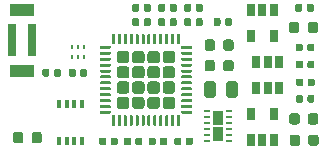
<source format=gbr>
G04 #@! TF.GenerationSoftware,KiCad,Pcbnew,(5.1.5-0-10_14)*
G04 #@! TF.CreationDate,2020-09-24T10:17:21-04:00*
G04 #@! TF.ProjectId,ESLO_RB,45534c4f-5f52-4422-9e6b-696361645f70,rev?*
G04 #@! TF.SameCoordinates,Original*
G04 #@! TF.FileFunction,Paste,Top*
G04 #@! TF.FilePolarity,Positive*
%FSLAX46Y46*%
G04 Gerber Fmt 4.6, Leading zero omitted, Abs format (unit mm)*
G04 Created by KiCad (PCBNEW (5.1.5-0-10_14)) date 2020-09-24 10:17:21*
%MOMM*%
%LPD*%
G04 APERTURE LIST*
%ADD10C,0.100000*%
%ADD11R,0.700000X2.800000*%
%ADD12R,2.000000X1.000000*%
%ADD13R,0.250000X0.450000*%
%ADD14R,0.350000X0.800000*%
%ADD15R,0.650000X1.060000*%
%ADD16R,0.950000X1.170000*%
%ADD17R,0.500000X0.250000*%
G04 APERTURE END LIST*
D10*
G36*
X149591958Y-90180710D02*
G01*
X149606276Y-90182834D01*
X149620317Y-90186351D01*
X149633946Y-90191228D01*
X149647031Y-90197417D01*
X149659447Y-90204858D01*
X149671073Y-90213481D01*
X149681798Y-90223202D01*
X149691519Y-90233927D01*
X149700142Y-90245553D01*
X149707583Y-90257969D01*
X149713772Y-90271054D01*
X149718649Y-90284683D01*
X149722166Y-90298724D01*
X149724290Y-90313042D01*
X149725000Y-90327500D01*
X149725000Y-90672500D01*
X149724290Y-90686958D01*
X149722166Y-90701276D01*
X149718649Y-90715317D01*
X149713772Y-90728946D01*
X149707583Y-90742031D01*
X149700142Y-90754447D01*
X149691519Y-90766073D01*
X149681798Y-90776798D01*
X149671073Y-90786519D01*
X149659447Y-90795142D01*
X149647031Y-90802583D01*
X149633946Y-90808772D01*
X149620317Y-90813649D01*
X149606276Y-90817166D01*
X149591958Y-90819290D01*
X149577500Y-90820000D01*
X149282500Y-90820000D01*
X149268042Y-90819290D01*
X149253724Y-90817166D01*
X149239683Y-90813649D01*
X149226054Y-90808772D01*
X149212969Y-90802583D01*
X149200553Y-90795142D01*
X149188927Y-90786519D01*
X149178202Y-90776798D01*
X149168481Y-90766073D01*
X149159858Y-90754447D01*
X149152417Y-90742031D01*
X149146228Y-90728946D01*
X149141351Y-90715317D01*
X149137834Y-90701276D01*
X149135710Y-90686958D01*
X149135000Y-90672500D01*
X149135000Y-90327500D01*
X149135710Y-90313042D01*
X149137834Y-90298724D01*
X149141351Y-90284683D01*
X149146228Y-90271054D01*
X149152417Y-90257969D01*
X149159858Y-90245553D01*
X149168481Y-90233927D01*
X149178202Y-90223202D01*
X149188927Y-90213481D01*
X149200553Y-90204858D01*
X149212969Y-90197417D01*
X149226054Y-90191228D01*
X149239683Y-90186351D01*
X149253724Y-90182834D01*
X149268042Y-90180710D01*
X149282500Y-90180000D01*
X149577500Y-90180000D01*
X149591958Y-90180710D01*
G37*
G36*
X150561958Y-90180710D02*
G01*
X150576276Y-90182834D01*
X150590317Y-90186351D01*
X150603946Y-90191228D01*
X150617031Y-90197417D01*
X150629447Y-90204858D01*
X150641073Y-90213481D01*
X150651798Y-90223202D01*
X150661519Y-90233927D01*
X150670142Y-90245553D01*
X150677583Y-90257969D01*
X150683772Y-90271054D01*
X150688649Y-90284683D01*
X150692166Y-90298724D01*
X150694290Y-90313042D01*
X150695000Y-90327500D01*
X150695000Y-90672500D01*
X150694290Y-90686958D01*
X150692166Y-90701276D01*
X150688649Y-90715317D01*
X150683772Y-90728946D01*
X150677583Y-90742031D01*
X150670142Y-90754447D01*
X150661519Y-90766073D01*
X150651798Y-90776798D01*
X150641073Y-90786519D01*
X150629447Y-90795142D01*
X150617031Y-90802583D01*
X150603946Y-90808772D01*
X150590317Y-90813649D01*
X150576276Y-90817166D01*
X150561958Y-90819290D01*
X150547500Y-90820000D01*
X150252500Y-90820000D01*
X150238042Y-90819290D01*
X150223724Y-90817166D01*
X150209683Y-90813649D01*
X150196054Y-90808772D01*
X150182969Y-90802583D01*
X150170553Y-90795142D01*
X150158927Y-90786519D01*
X150148202Y-90776798D01*
X150138481Y-90766073D01*
X150129858Y-90754447D01*
X150122417Y-90742031D01*
X150116228Y-90728946D01*
X150111351Y-90715317D01*
X150107834Y-90701276D01*
X150105710Y-90686958D01*
X150105000Y-90672500D01*
X150105000Y-90327500D01*
X150105710Y-90313042D01*
X150107834Y-90298724D01*
X150111351Y-90284683D01*
X150116228Y-90271054D01*
X150122417Y-90257969D01*
X150129858Y-90245553D01*
X150138481Y-90233927D01*
X150148202Y-90223202D01*
X150158927Y-90213481D01*
X150170553Y-90204858D01*
X150182969Y-90197417D01*
X150196054Y-90191228D01*
X150209683Y-90186351D01*
X150223724Y-90182834D01*
X150238042Y-90180710D01*
X150252500Y-90180000D01*
X150547500Y-90180000D01*
X150561958Y-90180710D01*
G37*
D11*
X125150000Y-93250000D03*
X126850000Y-93250000D03*
D12*
X126000000Y-95850000D03*
X126000000Y-90650000D03*
D10*
G36*
X131381958Y-95680710D02*
G01*
X131396276Y-95682834D01*
X131410317Y-95686351D01*
X131423946Y-95691228D01*
X131437031Y-95697417D01*
X131449447Y-95704858D01*
X131461073Y-95713481D01*
X131471798Y-95723202D01*
X131481519Y-95733927D01*
X131490142Y-95745553D01*
X131497583Y-95757969D01*
X131503772Y-95771054D01*
X131508649Y-95784683D01*
X131512166Y-95798724D01*
X131514290Y-95813042D01*
X131515000Y-95827500D01*
X131515000Y-96172500D01*
X131514290Y-96186958D01*
X131512166Y-96201276D01*
X131508649Y-96215317D01*
X131503772Y-96228946D01*
X131497583Y-96242031D01*
X131490142Y-96254447D01*
X131481519Y-96266073D01*
X131471798Y-96276798D01*
X131461073Y-96286519D01*
X131449447Y-96295142D01*
X131437031Y-96302583D01*
X131423946Y-96308772D01*
X131410317Y-96313649D01*
X131396276Y-96317166D01*
X131381958Y-96319290D01*
X131367500Y-96320000D01*
X131072500Y-96320000D01*
X131058042Y-96319290D01*
X131043724Y-96317166D01*
X131029683Y-96313649D01*
X131016054Y-96308772D01*
X131002969Y-96302583D01*
X130990553Y-96295142D01*
X130978927Y-96286519D01*
X130968202Y-96276798D01*
X130958481Y-96266073D01*
X130949858Y-96254447D01*
X130942417Y-96242031D01*
X130936228Y-96228946D01*
X130931351Y-96215317D01*
X130927834Y-96201276D01*
X130925710Y-96186958D01*
X130925000Y-96172500D01*
X130925000Y-95827500D01*
X130925710Y-95813042D01*
X130927834Y-95798724D01*
X130931351Y-95784683D01*
X130936228Y-95771054D01*
X130942417Y-95757969D01*
X130949858Y-95745553D01*
X130958481Y-95733927D01*
X130968202Y-95723202D01*
X130978927Y-95713481D01*
X130990553Y-95704858D01*
X131002969Y-95697417D01*
X131016054Y-95691228D01*
X131029683Y-95686351D01*
X131043724Y-95682834D01*
X131058042Y-95680710D01*
X131072500Y-95680000D01*
X131367500Y-95680000D01*
X131381958Y-95680710D01*
G37*
G36*
X130411958Y-95680710D02*
G01*
X130426276Y-95682834D01*
X130440317Y-95686351D01*
X130453946Y-95691228D01*
X130467031Y-95697417D01*
X130479447Y-95704858D01*
X130491073Y-95713481D01*
X130501798Y-95723202D01*
X130511519Y-95733927D01*
X130520142Y-95745553D01*
X130527583Y-95757969D01*
X130533772Y-95771054D01*
X130538649Y-95784683D01*
X130542166Y-95798724D01*
X130544290Y-95813042D01*
X130545000Y-95827500D01*
X130545000Y-96172500D01*
X130544290Y-96186958D01*
X130542166Y-96201276D01*
X130538649Y-96215317D01*
X130533772Y-96228946D01*
X130527583Y-96242031D01*
X130520142Y-96254447D01*
X130511519Y-96266073D01*
X130501798Y-96276798D01*
X130491073Y-96286519D01*
X130479447Y-96295142D01*
X130467031Y-96302583D01*
X130453946Y-96308772D01*
X130440317Y-96313649D01*
X130426276Y-96317166D01*
X130411958Y-96319290D01*
X130397500Y-96320000D01*
X130102500Y-96320000D01*
X130088042Y-96319290D01*
X130073724Y-96317166D01*
X130059683Y-96313649D01*
X130046054Y-96308772D01*
X130032969Y-96302583D01*
X130020553Y-96295142D01*
X130008927Y-96286519D01*
X129998202Y-96276798D01*
X129988481Y-96266073D01*
X129979858Y-96254447D01*
X129972417Y-96242031D01*
X129966228Y-96228946D01*
X129961351Y-96215317D01*
X129957834Y-96201276D01*
X129955710Y-96186958D01*
X129955000Y-96172500D01*
X129955000Y-95827500D01*
X129955710Y-95813042D01*
X129957834Y-95798724D01*
X129961351Y-95784683D01*
X129966228Y-95771054D01*
X129972417Y-95757969D01*
X129979858Y-95745553D01*
X129988481Y-95733927D01*
X129998202Y-95723202D01*
X130008927Y-95713481D01*
X130020553Y-95704858D01*
X130032969Y-95697417D01*
X130046054Y-95691228D01*
X130059683Y-95686351D01*
X130073724Y-95682834D01*
X130088042Y-95680710D01*
X130102500Y-95680000D01*
X130397500Y-95680000D01*
X130411958Y-95680710D01*
G37*
G36*
X128191958Y-95680710D02*
G01*
X128206276Y-95682834D01*
X128220317Y-95686351D01*
X128233946Y-95691228D01*
X128247031Y-95697417D01*
X128259447Y-95704858D01*
X128271073Y-95713481D01*
X128281798Y-95723202D01*
X128291519Y-95733927D01*
X128300142Y-95745553D01*
X128307583Y-95757969D01*
X128313772Y-95771054D01*
X128318649Y-95784683D01*
X128322166Y-95798724D01*
X128324290Y-95813042D01*
X128325000Y-95827500D01*
X128325000Y-96172500D01*
X128324290Y-96186958D01*
X128322166Y-96201276D01*
X128318649Y-96215317D01*
X128313772Y-96228946D01*
X128307583Y-96242031D01*
X128300142Y-96254447D01*
X128291519Y-96266073D01*
X128281798Y-96276798D01*
X128271073Y-96286519D01*
X128259447Y-96295142D01*
X128247031Y-96302583D01*
X128233946Y-96308772D01*
X128220317Y-96313649D01*
X128206276Y-96317166D01*
X128191958Y-96319290D01*
X128177500Y-96320000D01*
X127882500Y-96320000D01*
X127868042Y-96319290D01*
X127853724Y-96317166D01*
X127839683Y-96313649D01*
X127826054Y-96308772D01*
X127812969Y-96302583D01*
X127800553Y-96295142D01*
X127788927Y-96286519D01*
X127778202Y-96276798D01*
X127768481Y-96266073D01*
X127759858Y-96254447D01*
X127752417Y-96242031D01*
X127746228Y-96228946D01*
X127741351Y-96215317D01*
X127737834Y-96201276D01*
X127735710Y-96186958D01*
X127735000Y-96172500D01*
X127735000Y-95827500D01*
X127735710Y-95813042D01*
X127737834Y-95798724D01*
X127741351Y-95784683D01*
X127746228Y-95771054D01*
X127752417Y-95757969D01*
X127759858Y-95745553D01*
X127768481Y-95733927D01*
X127778202Y-95723202D01*
X127788927Y-95713481D01*
X127800553Y-95704858D01*
X127812969Y-95697417D01*
X127826054Y-95691228D01*
X127839683Y-95686351D01*
X127853724Y-95682834D01*
X127868042Y-95680710D01*
X127882500Y-95680000D01*
X128177500Y-95680000D01*
X128191958Y-95680710D01*
G37*
G36*
X129161958Y-95680710D02*
G01*
X129176276Y-95682834D01*
X129190317Y-95686351D01*
X129203946Y-95691228D01*
X129217031Y-95697417D01*
X129229447Y-95704858D01*
X129241073Y-95713481D01*
X129251798Y-95723202D01*
X129261519Y-95733927D01*
X129270142Y-95745553D01*
X129277583Y-95757969D01*
X129283772Y-95771054D01*
X129288649Y-95784683D01*
X129292166Y-95798724D01*
X129294290Y-95813042D01*
X129295000Y-95827500D01*
X129295000Y-96172500D01*
X129294290Y-96186958D01*
X129292166Y-96201276D01*
X129288649Y-96215317D01*
X129283772Y-96228946D01*
X129277583Y-96242031D01*
X129270142Y-96254447D01*
X129261519Y-96266073D01*
X129251798Y-96276798D01*
X129241073Y-96286519D01*
X129229447Y-96295142D01*
X129217031Y-96302583D01*
X129203946Y-96308772D01*
X129190317Y-96313649D01*
X129176276Y-96317166D01*
X129161958Y-96319290D01*
X129147500Y-96320000D01*
X128852500Y-96320000D01*
X128838042Y-96319290D01*
X128823724Y-96317166D01*
X128809683Y-96313649D01*
X128796054Y-96308772D01*
X128782969Y-96302583D01*
X128770553Y-96295142D01*
X128758927Y-96286519D01*
X128748202Y-96276798D01*
X128738481Y-96266073D01*
X128729858Y-96254447D01*
X128722417Y-96242031D01*
X128716228Y-96228946D01*
X128711351Y-96215317D01*
X128707834Y-96201276D01*
X128705710Y-96186958D01*
X128705000Y-96172500D01*
X128705000Y-95827500D01*
X128705710Y-95813042D01*
X128707834Y-95798724D01*
X128711351Y-95784683D01*
X128716228Y-95771054D01*
X128722417Y-95757969D01*
X128729858Y-95745553D01*
X128738481Y-95733927D01*
X128748202Y-95723202D01*
X128758927Y-95713481D01*
X128770553Y-95704858D01*
X128782969Y-95697417D01*
X128796054Y-95691228D01*
X128809683Y-95686351D01*
X128823724Y-95682834D01*
X128838042Y-95680710D01*
X128852500Y-95680000D01*
X129147500Y-95680000D01*
X129161958Y-95680710D01*
G37*
G36*
X133818626Y-92725301D02*
G01*
X133824693Y-92726201D01*
X133830643Y-92727691D01*
X133836418Y-92729758D01*
X133841962Y-92732380D01*
X133847223Y-92735533D01*
X133852150Y-92739187D01*
X133856694Y-92743306D01*
X133860813Y-92747850D01*
X133864467Y-92752777D01*
X133867620Y-92758038D01*
X133870242Y-92763582D01*
X133872309Y-92769357D01*
X133873799Y-92775307D01*
X133874699Y-92781374D01*
X133875000Y-92787500D01*
X133875000Y-93537500D01*
X133874699Y-93543626D01*
X133873799Y-93549693D01*
X133872309Y-93555643D01*
X133870242Y-93561418D01*
X133867620Y-93566962D01*
X133864467Y-93572223D01*
X133860813Y-93577150D01*
X133856694Y-93581694D01*
X133852150Y-93585813D01*
X133847223Y-93589467D01*
X133841962Y-93592620D01*
X133836418Y-93595242D01*
X133830643Y-93597309D01*
X133824693Y-93598799D01*
X133818626Y-93599699D01*
X133812500Y-93600000D01*
X133687500Y-93600000D01*
X133681374Y-93599699D01*
X133675307Y-93598799D01*
X133669357Y-93597309D01*
X133663582Y-93595242D01*
X133658038Y-93592620D01*
X133652777Y-93589467D01*
X133647850Y-93585813D01*
X133643306Y-93581694D01*
X133639187Y-93577150D01*
X133635533Y-93572223D01*
X133632380Y-93566962D01*
X133629758Y-93561418D01*
X133627691Y-93555643D01*
X133626201Y-93549693D01*
X133625301Y-93543626D01*
X133625000Y-93537500D01*
X133625000Y-92787500D01*
X133625301Y-92781374D01*
X133626201Y-92775307D01*
X133627691Y-92769357D01*
X133629758Y-92763582D01*
X133632380Y-92758038D01*
X133635533Y-92752777D01*
X133639187Y-92747850D01*
X133643306Y-92743306D01*
X133647850Y-92739187D01*
X133652777Y-92735533D01*
X133658038Y-92732380D01*
X133663582Y-92729758D01*
X133669357Y-92727691D01*
X133675307Y-92726201D01*
X133681374Y-92725301D01*
X133687500Y-92725000D01*
X133812500Y-92725000D01*
X133818626Y-92725301D01*
G37*
G36*
X134318626Y-92725301D02*
G01*
X134324693Y-92726201D01*
X134330643Y-92727691D01*
X134336418Y-92729758D01*
X134341962Y-92732380D01*
X134347223Y-92735533D01*
X134352150Y-92739187D01*
X134356694Y-92743306D01*
X134360813Y-92747850D01*
X134364467Y-92752777D01*
X134367620Y-92758038D01*
X134370242Y-92763582D01*
X134372309Y-92769357D01*
X134373799Y-92775307D01*
X134374699Y-92781374D01*
X134375000Y-92787500D01*
X134375000Y-93537500D01*
X134374699Y-93543626D01*
X134373799Y-93549693D01*
X134372309Y-93555643D01*
X134370242Y-93561418D01*
X134367620Y-93566962D01*
X134364467Y-93572223D01*
X134360813Y-93577150D01*
X134356694Y-93581694D01*
X134352150Y-93585813D01*
X134347223Y-93589467D01*
X134341962Y-93592620D01*
X134336418Y-93595242D01*
X134330643Y-93597309D01*
X134324693Y-93598799D01*
X134318626Y-93599699D01*
X134312500Y-93600000D01*
X134187500Y-93600000D01*
X134181374Y-93599699D01*
X134175307Y-93598799D01*
X134169357Y-93597309D01*
X134163582Y-93595242D01*
X134158038Y-93592620D01*
X134152777Y-93589467D01*
X134147850Y-93585813D01*
X134143306Y-93581694D01*
X134139187Y-93577150D01*
X134135533Y-93572223D01*
X134132380Y-93566962D01*
X134129758Y-93561418D01*
X134127691Y-93555643D01*
X134126201Y-93549693D01*
X134125301Y-93543626D01*
X134125000Y-93537500D01*
X134125000Y-92787500D01*
X134125301Y-92781374D01*
X134126201Y-92775307D01*
X134127691Y-92769357D01*
X134129758Y-92763582D01*
X134132380Y-92758038D01*
X134135533Y-92752777D01*
X134139187Y-92747850D01*
X134143306Y-92743306D01*
X134147850Y-92739187D01*
X134152777Y-92735533D01*
X134158038Y-92732380D01*
X134163582Y-92729758D01*
X134169357Y-92727691D01*
X134175307Y-92726201D01*
X134181374Y-92725301D01*
X134187500Y-92725000D01*
X134312500Y-92725000D01*
X134318626Y-92725301D01*
G37*
G36*
X134818626Y-92725301D02*
G01*
X134824693Y-92726201D01*
X134830643Y-92727691D01*
X134836418Y-92729758D01*
X134841962Y-92732380D01*
X134847223Y-92735533D01*
X134852150Y-92739187D01*
X134856694Y-92743306D01*
X134860813Y-92747850D01*
X134864467Y-92752777D01*
X134867620Y-92758038D01*
X134870242Y-92763582D01*
X134872309Y-92769357D01*
X134873799Y-92775307D01*
X134874699Y-92781374D01*
X134875000Y-92787500D01*
X134875000Y-93537500D01*
X134874699Y-93543626D01*
X134873799Y-93549693D01*
X134872309Y-93555643D01*
X134870242Y-93561418D01*
X134867620Y-93566962D01*
X134864467Y-93572223D01*
X134860813Y-93577150D01*
X134856694Y-93581694D01*
X134852150Y-93585813D01*
X134847223Y-93589467D01*
X134841962Y-93592620D01*
X134836418Y-93595242D01*
X134830643Y-93597309D01*
X134824693Y-93598799D01*
X134818626Y-93599699D01*
X134812500Y-93600000D01*
X134687500Y-93600000D01*
X134681374Y-93599699D01*
X134675307Y-93598799D01*
X134669357Y-93597309D01*
X134663582Y-93595242D01*
X134658038Y-93592620D01*
X134652777Y-93589467D01*
X134647850Y-93585813D01*
X134643306Y-93581694D01*
X134639187Y-93577150D01*
X134635533Y-93572223D01*
X134632380Y-93566962D01*
X134629758Y-93561418D01*
X134627691Y-93555643D01*
X134626201Y-93549693D01*
X134625301Y-93543626D01*
X134625000Y-93537500D01*
X134625000Y-92787500D01*
X134625301Y-92781374D01*
X134626201Y-92775307D01*
X134627691Y-92769357D01*
X134629758Y-92763582D01*
X134632380Y-92758038D01*
X134635533Y-92752777D01*
X134639187Y-92747850D01*
X134643306Y-92743306D01*
X134647850Y-92739187D01*
X134652777Y-92735533D01*
X134658038Y-92732380D01*
X134663582Y-92729758D01*
X134669357Y-92727691D01*
X134675307Y-92726201D01*
X134681374Y-92725301D01*
X134687500Y-92725000D01*
X134812500Y-92725000D01*
X134818626Y-92725301D01*
G37*
G36*
X135318626Y-92725301D02*
G01*
X135324693Y-92726201D01*
X135330643Y-92727691D01*
X135336418Y-92729758D01*
X135341962Y-92732380D01*
X135347223Y-92735533D01*
X135352150Y-92739187D01*
X135356694Y-92743306D01*
X135360813Y-92747850D01*
X135364467Y-92752777D01*
X135367620Y-92758038D01*
X135370242Y-92763582D01*
X135372309Y-92769357D01*
X135373799Y-92775307D01*
X135374699Y-92781374D01*
X135375000Y-92787500D01*
X135375000Y-93537500D01*
X135374699Y-93543626D01*
X135373799Y-93549693D01*
X135372309Y-93555643D01*
X135370242Y-93561418D01*
X135367620Y-93566962D01*
X135364467Y-93572223D01*
X135360813Y-93577150D01*
X135356694Y-93581694D01*
X135352150Y-93585813D01*
X135347223Y-93589467D01*
X135341962Y-93592620D01*
X135336418Y-93595242D01*
X135330643Y-93597309D01*
X135324693Y-93598799D01*
X135318626Y-93599699D01*
X135312500Y-93600000D01*
X135187500Y-93600000D01*
X135181374Y-93599699D01*
X135175307Y-93598799D01*
X135169357Y-93597309D01*
X135163582Y-93595242D01*
X135158038Y-93592620D01*
X135152777Y-93589467D01*
X135147850Y-93585813D01*
X135143306Y-93581694D01*
X135139187Y-93577150D01*
X135135533Y-93572223D01*
X135132380Y-93566962D01*
X135129758Y-93561418D01*
X135127691Y-93555643D01*
X135126201Y-93549693D01*
X135125301Y-93543626D01*
X135125000Y-93537500D01*
X135125000Y-92787500D01*
X135125301Y-92781374D01*
X135126201Y-92775307D01*
X135127691Y-92769357D01*
X135129758Y-92763582D01*
X135132380Y-92758038D01*
X135135533Y-92752777D01*
X135139187Y-92747850D01*
X135143306Y-92743306D01*
X135147850Y-92739187D01*
X135152777Y-92735533D01*
X135158038Y-92732380D01*
X135163582Y-92729758D01*
X135169357Y-92727691D01*
X135175307Y-92726201D01*
X135181374Y-92725301D01*
X135187500Y-92725000D01*
X135312500Y-92725000D01*
X135318626Y-92725301D01*
G37*
G36*
X135818626Y-92725301D02*
G01*
X135824693Y-92726201D01*
X135830643Y-92727691D01*
X135836418Y-92729758D01*
X135841962Y-92732380D01*
X135847223Y-92735533D01*
X135852150Y-92739187D01*
X135856694Y-92743306D01*
X135860813Y-92747850D01*
X135864467Y-92752777D01*
X135867620Y-92758038D01*
X135870242Y-92763582D01*
X135872309Y-92769357D01*
X135873799Y-92775307D01*
X135874699Y-92781374D01*
X135875000Y-92787500D01*
X135875000Y-93537500D01*
X135874699Y-93543626D01*
X135873799Y-93549693D01*
X135872309Y-93555643D01*
X135870242Y-93561418D01*
X135867620Y-93566962D01*
X135864467Y-93572223D01*
X135860813Y-93577150D01*
X135856694Y-93581694D01*
X135852150Y-93585813D01*
X135847223Y-93589467D01*
X135841962Y-93592620D01*
X135836418Y-93595242D01*
X135830643Y-93597309D01*
X135824693Y-93598799D01*
X135818626Y-93599699D01*
X135812500Y-93600000D01*
X135687500Y-93600000D01*
X135681374Y-93599699D01*
X135675307Y-93598799D01*
X135669357Y-93597309D01*
X135663582Y-93595242D01*
X135658038Y-93592620D01*
X135652777Y-93589467D01*
X135647850Y-93585813D01*
X135643306Y-93581694D01*
X135639187Y-93577150D01*
X135635533Y-93572223D01*
X135632380Y-93566962D01*
X135629758Y-93561418D01*
X135627691Y-93555643D01*
X135626201Y-93549693D01*
X135625301Y-93543626D01*
X135625000Y-93537500D01*
X135625000Y-92787500D01*
X135625301Y-92781374D01*
X135626201Y-92775307D01*
X135627691Y-92769357D01*
X135629758Y-92763582D01*
X135632380Y-92758038D01*
X135635533Y-92752777D01*
X135639187Y-92747850D01*
X135643306Y-92743306D01*
X135647850Y-92739187D01*
X135652777Y-92735533D01*
X135658038Y-92732380D01*
X135663582Y-92729758D01*
X135669357Y-92727691D01*
X135675307Y-92726201D01*
X135681374Y-92725301D01*
X135687500Y-92725000D01*
X135812500Y-92725000D01*
X135818626Y-92725301D01*
G37*
G36*
X136318626Y-92725301D02*
G01*
X136324693Y-92726201D01*
X136330643Y-92727691D01*
X136336418Y-92729758D01*
X136341962Y-92732380D01*
X136347223Y-92735533D01*
X136352150Y-92739187D01*
X136356694Y-92743306D01*
X136360813Y-92747850D01*
X136364467Y-92752777D01*
X136367620Y-92758038D01*
X136370242Y-92763582D01*
X136372309Y-92769357D01*
X136373799Y-92775307D01*
X136374699Y-92781374D01*
X136375000Y-92787500D01*
X136375000Y-93537500D01*
X136374699Y-93543626D01*
X136373799Y-93549693D01*
X136372309Y-93555643D01*
X136370242Y-93561418D01*
X136367620Y-93566962D01*
X136364467Y-93572223D01*
X136360813Y-93577150D01*
X136356694Y-93581694D01*
X136352150Y-93585813D01*
X136347223Y-93589467D01*
X136341962Y-93592620D01*
X136336418Y-93595242D01*
X136330643Y-93597309D01*
X136324693Y-93598799D01*
X136318626Y-93599699D01*
X136312500Y-93600000D01*
X136187500Y-93600000D01*
X136181374Y-93599699D01*
X136175307Y-93598799D01*
X136169357Y-93597309D01*
X136163582Y-93595242D01*
X136158038Y-93592620D01*
X136152777Y-93589467D01*
X136147850Y-93585813D01*
X136143306Y-93581694D01*
X136139187Y-93577150D01*
X136135533Y-93572223D01*
X136132380Y-93566962D01*
X136129758Y-93561418D01*
X136127691Y-93555643D01*
X136126201Y-93549693D01*
X136125301Y-93543626D01*
X136125000Y-93537500D01*
X136125000Y-92787500D01*
X136125301Y-92781374D01*
X136126201Y-92775307D01*
X136127691Y-92769357D01*
X136129758Y-92763582D01*
X136132380Y-92758038D01*
X136135533Y-92752777D01*
X136139187Y-92747850D01*
X136143306Y-92743306D01*
X136147850Y-92739187D01*
X136152777Y-92735533D01*
X136158038Y-92732380D01*
X136163582Y-92729758D01*
X136169357Y-92727691D01*
X136175307Y-92726201D01*
X136181374Y-92725301D01*
X136187500Y-92725000D01*
X136312500Y-92725000D01*
X136318626Y-92725301D01*
G37*
G36*
X136818626Y-92725301D02*
G01*
X136824693Y-92726201D01*
X136830643Y-92727691D01*
X136836418Y-92729758D01*
X136841962Y-92732380D01*
X136847223Y-92735533D01*
X136852150Y-92739187D01*
X136856694Y-92743306D01*
X136860813Y-92747850D01*
X136864467Y-92752777D01*
X136867620Y-92758038D01*
X136870242Y-92763582D01*
X136872309Y-92769357D01*
X136873799Y-92775307D01*
X136874699Y-92781374D01*
X136875000Y-92787500D01*
X136875000Y-93537500D01*
X136874699Y-93543626D01*
X136873799Y-93549693D01*
X136872309Y-93555643D01*
X136870242Y-93561418D01*
X136867620Y-93566962D01*
X136864467Y-93572223D01*
X136860813Y-93577150D01*
X136856694Y-93581694D01*
X136852150Y-93585813D01*
X136847223Y-93589467D01*
X136841962Y-93592620D01*
X136836418Y-93595242D01*
X136830643Y-93597309D01*
X136824693Y-93598799D01*
X136818626Y-93599699D01*
X136812500Y-93600000D01*
X136687500Y-93600000D01*
X136681374Y-93599699D01*
X136675307Y-93598799D01*
X136669357Y-93597309D01*
X136663582Y-93595242D01*
X136658038Y-93592620D01*
X136652777Y-93589467D01*
X136647850Y-93585813D01*
X136643306Y-93581694D01*
X136639187Y-93577150D01*
X136635533Y-93572223D01*
X136632380Y-93566962D01*
X136629758Y-93561418D01*
X136627691Y-93555643D01*
X136626201Y-93549693D01*
X136625301Y-93543626D01*
X136625000Y-93537500D01*
X136625000Y-92787500D01*
X136625301Y-92781374D01*
X136626201Y-92775307D01*
X136627691Y-92769357D01*
X136629758Y-92763582D01*
X136632380Y-92758038D01*
X136635533Y-92752777D01*
X136639187Y-92747850D01*
X136643306Y-92743306D01*
X136647850Y-92739187D01*
X136652777Y-92735533D01*
X136658038Y-92732380D01*
X136663582Y-92729758D01*
X136669357Y-92727691D01*
X136675307Y-92726201D01*
X136681374Y-92725301D01*
X136687500Y-92725000D01*
X136812500Y-92725000D01*
X136818626Y-92725301D01*
G37*
G36*
X137318626Y-92725301D02*
G01*
X137324693Y-92726201D01*
X137330643Y-92727691D01*
X137336418Y-92729758D01*
X137341962Y-92732380D01*
X137347223Y-92735533D01*
X137352150Y-92739187D01*
X137356694Y-92743306D01*
X137360813Y-92747850D01*
X137364467Y-92752777D01*
X137367620Y-92758038D01*
X137370242Y-92763582D01*
X137372309Y-92769357D01*
X137373799Y-92775307D01*
X137374699Y-92781374D01*
X137375000Y-92787500D01*
X137375000Y-93537500D01*
X137374699Y-93543626D01*
X137373799Y-93549693D01*
X137372309Y-93555643D01*
X137370242Y-93561418D01*
X137367620Y-93566962D01*
X137364467Y-93572223D01*
X137360813Y-93577150D01*
X137356694Y-93581694D01*
X137352150Y-93585813D01*
X137347223Y-93589467D01*
X137341962Y-93592620D01*
X137336418Y-93595242D01*
X137330643Y-93597309D01*
X137324693Y-93598799D01*
X137318626Y-93599699D01*
X137312500Y-93600000D01*
X137187500Y-93600000D01*
X137181374Y-93599699D01*
X137175307Y-93598799D01*
X137169357Y-93597309D01*
X137163582Y-93595242D01*
X137158038Y-93592620D01*
X137152777Y-93589467D01*
X137147850Y-93585813D01*
X137143306Y-93581694D01*
X137139187Y-93577150D01*
X137135533Y-93572223D01*
X137132380Y-93566962D01*
X137129758Y-93561418D01*
X137127691Y-93555643D01*
X137126201Y-93549693D01*
X137125301Y-93543626D01*
X137125000Y-93537500D01*
X137125000Y-92787500D01*
X137125301Y-92781374D01*
X137126201Y-92775307D01*
X137127691Y-92769357D01*
X137129758Y-92763582D01*
X137132380Y-92758038D01*
X137135533Y-92752777D01*
X137139187Y-92747850D01*
X137143306Y-92743306D01*
X137147850Y-92739187D01*
X137152777Y-92735533D01*
X137158038Y-92732380D01*
X137163582Y-92729758D01*
X137169357Y-92727691D01*
X137175307Y-92726201D01*
X137181374Y-92725301D01*
X137187500Y-92725000D01*
X137312500Y-92725000D01*
X137318626Y-92725301D01*
G37*
G36*
X137818626Y-92725301D02*
G01*
X137824693Y-92726201D01*
X137830643Y-92727691D01*
X137836418Y-92729758D01*
X137841962Y-92732380D01*
X137847223Y-92735533D01*
X137852150Y-92739187D01*
X137856694Y-92743306D01*
X137860813Y-92747850D01*
X137864467Y-92752777D01*
X137867620Y-92758038D01*
X137870242Y-92763582D01*
X137872309Y-92769357D01*
X137873799Y-92775307D01*
X137874699Y-92781374D01*
X137875000Y-92787500D01*
X137875000Y-93537500D01*
X137874699Y-93543626D01*
X137873799Y-93549693D01*
X137872309Y-93555643D01*
X137870242Y-93561418D01*
X137867620Y-93566962D01*
X137864467Y-93572223D01*
X137860813Y-93577150D01*
X137856694Y-93581694D01*
X137852150Y-93585813D01*
X137847223Y-93589467D01*
X137841962Y-93592620D01*
X137836418Y-93595242D01*
X137830643Y-93597309D01*
X137824693Y-93598799D01*
X137818626Y-93599699D01*
X137812500Y-93600000D01*
X137687500Y-93600000D01*
X137681374Y-93599699D01*
X137675307Y-93598799D01*
X137669357Y-93597309D01*
X137663582Y-93595242D01*
X137658038Y-93592620D01*
X137652777Y-93589467D01*
X137647850Y-93585813D01*
X137643306Y-93581694D01*
X137639187Y-93577150D01*
X137635533Y-93572223D01*
X137632380Y-93566962D01*
X137629758Y-93561418D01*
X137627691Y-93555643D01*
X137626201Y-93549693D01*
X137625301Y-93543626D01*
X137625000Y-93537500D01*
X137625000Y-92787500D01*
X137625301Y-92781374D01*
X137626201Y-92775307D01*
X137627691Y-92769357D01*
X137629758Y-92763582D01*
X137632380Y-92758038D01*
X137635533Y-92752777D01*
X137639187Y-92747850D01*
X137643306Y-92743306D01*
X137647850Y-92739187D01*
X137652777Y-92735533D01*
X137658038Y-92732380D01*
X137663582Y-92729758D01*
X137669357Y-92727691D01*
X137675307Y-92726201D01*
X137681374Y-92725301D01*
X137687500Y-92725000D01*
X137812500Y-92725000D01*
X137818626Y-92725301D01*
G37*
G36*
X138318626Y-92725301D02*
G01*
X138324693Y-92726201D01*
X138330643Y-92727691D01*
X138336418Y-92729758D01*
X138341962Y-92732380D01*
X138347223Y-92735533D01*
X138352150Y-92739187D01*
X138356694Y-92743306D01*
X138360813Y-92747850D01*
X138364467Y-92752777D01*
X138367620Y-92758038D01*
X138370242Y-92763582D01*
X138372309Y-92769357D01*
X138373799Y-92775307D01*
X138374699Y-92781374D01*
X138375000Y-92787500D01*
X138375000Y-93537500D01*
X138374699Y-93543626D01*
X138373799Y-93549693D01*
X138372309Y-93555643D01*
X138370242Y-93561418D01*
X138367620Y-93566962D01*
X138364467Y-93572223D01*
X138360813Y-93577150D01*
X138356694Y-93581694D01*
X138352150Y-93585813D01*
X138347223Y-93589467D01*
X138341962Y-93592620D01*
X138336418Y-93595242D01*
X138330643Y-93597309D01*
X138324693Y-93598799D01*
X138318626Y-93599699D01*
X138312500Y-93600000D01*
X138187500Y-93600000D01*
X138181374Y-93599699D01*
X138175307Y-93598799D01*
X138169357Y-93597309D01*
X138163582Y-93595242D01*
X138158038Y-93592620D01*
X138152777Y-93589467D01*
X138147850Y-93585813D01*
X138143306Y-93581694D01*
X138139187Y-93577150D01*
X138135533Y-93572223D01*
X138132380Y-93566962D01*
X138129758Y-93561418D01*
X138127691Y-93555643D01*
X138126201Y-93549693D01*
X138125301Y-93543626D01*
X138125000Y-93537500D01*
X138125000Y-92787500D01*
X138125301Y-92781374D01*
X138126201Y-92775307D01*
X138127691Y-92769357D01*
X138129758Y-92763582D01*
X138132380Y-92758038D01*
X138135533Y-92752777D01*
X138139187Y-92747850D01*
X138143306Y-92743306D01*
X138147850Y-92739187D01*
X138152777Y-92735533D01*
X138158038Y-92732380D01*
X138163582Y-92729758D01*
X138169357Y-92727691D01*
X138175307Y-92726201D01*
X138181374Y-92725301D01*
X138187500Y-92725000D01*
X138312500Y-92725000D01*
X138318626Y-92725301D01*
G37*
G36*
X138818626Y-92725301D02*
G01*
X138824693Y-92726201D01*
X138830643Y-92727691D01*
X138836418Y-92729758D01*
X138841962Y-92732380D01*
X138847223Y-92735533D01*
X138852150Y-92739187D01*
X138856694Y-92743306D01*
X138860813Y-92747850D01*
X138864467Y-92752777D01*
X138867620Y-92758038D01*
X138870242Y-92763582D01*
X138872309Y-92769357D01*
X138873799Y-92775307D01*
X138874699Y-92781374D01*
X138875000Y-92787500D01*
X138875000Y-93537500D01*
X138874699Y-93543626D01*
X138873799Y-93549693D01*
X138872309Y-93555643D01*
X138870242Y-93561418D01*
X138867620Y-93566962D01*
X138864467Y-93572223D01*
X138860813Y-93577150D01*
X138856694Y-93581694D01*
X138852150Y-93585813D01*
X138847223Y-93589467D01*
X138841962Y-93592620D01*
X138836418Y-93595242D01*
X138830643Y-93597309D01*
X138824693Y-93598799D01*
X138818626Y-93599699D01*
X138812500Y-93600000D01*
X138687500Y-93600000D01*
X138681374Y-93599699D01*
X138675307Y-93598799D01*
X138669357Y-93597309D01*
X138663582Y-93595242D01*
X138658038Y-93592620D01*
X138652777Y-93589467D01*
X138647850Y-93585813D01*
X138643306Y-93581694D01*
X138639187Y-93577150D01*
X138635533Y-93572223D01*
X138632380Y-93566962D01*
X138629758Y-93561418D01*
X138627691Y-93555643D01*
X138626201Y-93549693D01*
X138625301Y-93543626D01*
X138625000Y-93537500D01*
X138625000Y-92787500D01*
X138625301Y-92781374D01*
X138626201Y-92775307D01*
X138627691Y-92769357D01*
X138629758Y-92763582D01*
X138632380Y-92758038D01*
X138635533Y-92752777D01*
X138639187Y-92747850D01*
X138643306Y-92743306D01*
X138647850Y-92739187D01*
X138652777Y-92735533D01*
X138658038Y-92732380D01*
X138663582Y-92729758D01*
X138669357Y-92727691D01*
X138675307Y-92726201D01*
X138681374Y-92725301D01*
X138687500Y-92725000D01*
X138812500Y-92725000D01*
X138818626Y-92725301D01*
G37*
G36*
X139318626Y-92725301D02*
G01*
X139324693Y-92726201D01*
X139330643Y-92727691D01*
X139336418Y-92729758D01*
X139341962Y-92732380D01*
X139347223Y-92735533D01*
X139352150Y-92739187D01*
X139356694Y-92743306D01*
X139360813Y-92747850D01*
X139364467Y-92752777D01*
X139367620Y-92758038D01*
X139370242Y-92763582D01*
X139372309Y-92769357D01*
X139373799Y-92775307D01*
X139374699Y-92781374D01*
X139375000Y-92787500D01*
X139375000Y-93537500D01*
X139374699Y-93543626D01*
X139373799Y-93549693D01*
X139372309Y-93555643D01*
X139370242Y-93561418D01*
X139367620Y-93566962D01*
X139364467Y-93572223D01*
X139360813Y-93577150D01*
X139356694Y-93581694D01*
X139352150Y-93585813D01*
X139347223Y-93589467D01*
X139341962Y-93592620D01*
X139336418Y-93595242D01*
X139330643Y-93597309D01*
X139324693Y-93598799D01*
X139318626Y-93599699D01*
X139312500Y-93600000D01*
X139187500Y-93600000D01*
X139181374Y-93599699D01*
X139175307Y-93598799D01*
X139169357Y-93597309D01*
X139163582Y-93595242D01*
X139158038Y-93592620D01*
X139152777Y-93589467D01*
X139147850Y-93585813D01*
X139143306Y-93581694D01*
X139139187Y-93577150D01*
X139135533Y-93572223D01*
X139132380Y-93566962D01*
X139129758Y-93561418D01*
X139127691Y-93555643D01*
X139126201Y-93549693D01*
X139125301Y-93543626D01*
X139125000Y-93537500D01*
X139125000Y-92787500D01*
X139125301Y-92781374D01*
X139126201Y-92775307D01*
X139127691Y-92769357D01*
X139129758Y-92763582D01*
X139132380Y-92758038D01*
X139135533Y-92752777D01*
X139139187Y-92747850D01*
X139143306Y-92743306D01*
X139147850Y-92739187D01*
X139152777Y-92735533D01*
X139158038Y-92732380D01*
X139163582Y-92729758D01*
X139169357Y-92727691D01*
X139175307Y-92726201D01*
X139181374Y-92725301D01*
X139187500Y-92725000D01*
X139312500Y-92725000D01*
X139318626Y-92725301D01*
G37*
G36*
X140318626Y-93725301D02*
G01*
X140324693Y-93726201D01*
X140330643Y-93727691D01*
X140336418Y-93729758D01*
X140341962Y-93732380D01*
X140347223Y-93735533D01*
X140352150Y-93739187D01*
X140356694Y-93743306D01*
X140360813Y-93747850D01*
X140364467Y-93752777D01*
X140367620Y-93758038D01*
X140370242Y-93763582D01*
X140372309Y-93769357D01*
X140373799Y-93775307D01*
X140374699Y-93781374D01*
X140375000Y-93787500D01*
X140375000Y-93912500D01*
X140374699Y-93918626D01*
X140373799Y-93924693D01*
X140372309Y-93930643D01*
X140370242Y-93936418D01*
X140367620Y-93941962D01*
X140364467Y-93947223D01*
X140360813Y-93952150D01*
X140356694Y-93956694D01*
X140352150Y-93960813D01*
X140347223Y-93964467D01*
X140341962Y-93967620D01*
X140336418Y-93970242D01*
X140330643Y-93972309D01*
X140324693Y-93973799D01*
X140318626Y-93974699D01*
X140312500Y-93975000D01*
X139562500Y-93975000D01*
X139556374Y-93974699D01*
X139550307Y-93973799D01*
X139544357Y-93972309D01*
X139538582Y-93970242D01*
X139533038Y-93967620D01*
X139527777Y-93964467D01*
X139522850Y-93960813D01*
X139518306Y-93956694D01*
X139514187Y-93952150D01*
X139510533Y-93947223D01*
X139507380Y-93941962D01*
X139504758Y-93936418D01*
X139502691Y-93930643D01*
X139501201Y-93924693D01*
X139500301Y-93918626D01*
X139500000Y-93912500D01*
X139500000Y-93787500D01*
X139500301Y-93781374D01*
X139501201Y-93775307D01*
X139502691Y-93769357D01*
X139504758Y-93763582D01*
X139507380Y-93758038D01*
X139510533Y-93752777D01*
X139514187Y-93747850D01*
X139518306Y-93743306D01*
X139522850Y-93739187D01*
X139527777Y-93735533D01*
X139533038Y-93732380D01*
X139538582Y-93729758D01*
X139544357Y-93727691D01*
X139550307Y-93726201D01*
X139556374Y-93725301D01*
X139562500Y-93725000D01*
X140312500Y-93725000D01*
X140318626Y-93725301D01*
G37*
G36*
X140318626Y-94225301D02*
G01*
X140324693Y-94226201D01*
X140330643Y-94227691D01*
X140336418Y-94229758D01*
X140341962Y-94232380D01*
X140347223Y-94235533D01*
X140352150Y-94239187D01*
X140356694Y-94243306D01*
X140360813Y-94247850D01*
X140364467Y-94252777D01*
X140367620Y-94258038D01*
X140370242Y-94263582D01*
X140372309Y-94269357D01*
X140373799Y-94275307D01*
X140374699Y-94281374D01*
X140375000Y-94287500D01*
X140375000Y-94412500D01*
X140374699Y-94418626D01*
X140373799Y-94424693D01*
X140372309Y-94430643D01*
X140370242Y-94436418D01*
X140367620Y-94441962D01*
X140364467Y-94447223D01*
X140360813Y-94452150D01*
X140356694Y-94456694D01*
X140352150Y-94460813D01*
X140347223Y-94464467D01*
X140341962Y-94467620D01*
X140336418Y-94470242D01*
X140330643Y-94472309D01*
X140324693Y-94473799D01*
X140318626Y-94474699D01*
X140312500Y-94475000D01*
X139562500Y-94475000D01*
X139556374Y-94474699D01*
X139550307Y-94473799D01*
X139544357Y-94472309D01*
X139538582Y-94470242D01*
X139533038Y-94467620D01*
X139527777Y-94464467D01*
X139522850Y-94460813D01*
X139518306Y-94456694D01*
X139514187Y-94452150D01*
X139510533Y-94447223D01*
X139507380Y-94441962D01*
X139504758Y-94436418D01*
X139502691Y-94430643D01*
X139501201Y-94424693D01*
X139500301Y-94418626D01*
X139500000Y-94412500D01*
X139500000Y-94287500D01*
X139500301Y-94281374D01*
X139501201Y-94275307D01*
X139502691Y-94269357D01*
X139504758Y-94263582D01*
X139507380Y-94258038D01*
X139510533Y-94252777D01*
X139514187Y-94247850D01*
X139518306Y-94243306D01*
X139522850Y-94239187D01*
X139527777Y-94235533D01*
X139533038Y-94232380D01*
X139538582Y-94229758D01*
X139544357Y-94227691D01*
X139550307Y-94226201D01*
X139556374Y-94225301D01*
X139562500Y-94225000D01*
X140312500Y-94225000D01*
X140318626Y-94225301D01*
G37*
G36*
X140318626Y-94725301D02*
G01*
X140324693Y-94726201D01*
X140330643Y-94727691D01*
X140336418Y-94729758D01*
X140341962Y-94732380D01*
X140347223Y-94735533D01*
X140352150Y-94739187D01*
X140356694Y-94743306D01*
X140360813Y-94747850D01*
X140364467Y-94752777D01*
X140367620Y-94758038D01*
X140370242Y-94763582D01*
X140372309Y-94769357D01*
X140373799Y-94775307D01*
X140374699Y-94781374D01*
X140375000Y-94787500D01*
X140375000Y-94912500D01*
X140374699Y-94918626D01*
X140373799Y-94924693D01*
X140372309Y-94930643D01*
X140370242Y-94936418D01*
X140367620Y-94941962D01*
X140364467Y-94947223D01*
X140360813Y-94952150D01*
X140356694Y-94956694D01*
X140352150Y-94960813D01*
X140347223Y-94964467D01*
X140341962Y-94967620D01*
X140336418Y-94970242D01*
X140330643Y-94972309D01*
X140324693Y-94973799D01*
X140318626Y-94974699D01*
X140312500Y-94975000D01*
X139562500Y-94975000D01*
X139556374Y-94974699D01*
X139550307Y-94973799D01*
X139544357Y-94972309D01*
X139538582Y-94970242D01*
X139533038Y-94967620D01*
X139527777Y-94964467D01*
X139522850Y-94960813D01*
X139518306Y-94956694D01*
X139514187Y-94952150D01*
X139510533Y-94947223D01*
X139507380Y-94941962D01*
X139504758Y-94936418D01*
X139502691Y-94930643D01*
X139501201Y-94924693D01*
X139500301Y-94918626D01*
X139500000Y-94912500D01*
X139500000Y-94787500D01*
X139500301Y-94781374D01*
X139501201Y-94775307D01*
X139502691Y-94769357D01*
X139504758Y-94763582D01*
X139507380Y-94758038D01*
X139510533Y-94752777D01*
X139514187Y-94747850D01*
X139518306Y-94743306D01*
X139522850Y-94739187D01*
X139527777Y-94735533D01*
X139533038Y-94732380D01*
X139538582Y-94729758D01*
X139544357Y-94727691D01*
X139550307Y-94726201D01*
X139556374Y-94725301D01*
X139562500Y-94725000D01*
X140312500Y-94725000D01*
X140318626Y-94725301D01*
G37*
G36*
X140318626Y-95225301D02*
G01*
X140324693Y-95226201D01*
X140330643Y-95227691D01*
X140336418Y-95229758D01*
X140341962Y-95232380D01*
X140347223Y-95235533D01*
X140352150Y-95239187D01*
X140356694Y-95243306D01*
X140360813Y-95247850D01*
X140364467Y-95252777D01*
X140367620Y-95258038D01*
X140370242Y-95263582D01*
X140372309Y-95269357D01*
X140373799Y-95275307D01*
X140374699Y-95281374D01*
X140375000Y-95287500D01*
X140375000Y-95412500D01*
X140374699Y-95418626D01*
X140373799Y-95424693D01*
X140372309Y-95430643D01*
X140370242Y-95436418D01*
X140367620Y-95441962D01*
X140364467Y-95447223D01*
X140360813Y-95452150D01*
X140356694Y-95456694D01*
X140352150Y-95460813D01*
X140347223Y-95464467D01*
X140341962Y-95467620D01*
X140336418Y-95470242D01*
X140330643Y-95472309D01*
X140324693Y-95473799D01*
X140318626Y-95474699D01*
X140312500Y-95475000D01*
X139562500Y-95475000D01*
X139556374Y-95474699D01*
X139550307Y-95473799D01*
X139544357Y-95472309D01*
X139538582Y-95470242D01*
X139533038Y-95467620D01*
X139527777Y-95464467D01*
X139522850Y-95460813D01*
X139518306Y-95456694D01*
X139514187Y-95452150D01*
X139510533Y-95447223D01*
X139507380Y-95441962D01*
X139504758Y-95436418D01*
X139502691Y-95430643D01*
X139501201Y-95424693D01*
X139500301Y-95418626D01*
X139500000Y-95412500D01*
X139500000Y-95287500D01*
X139500301Y-95281374D01*
X139501201Y-95275307D01*
X139502691Y-95269357D01*
X139504758Y-95263582D01*
X139507380Y-95258038D01*
X139510533Y-95252777D01*
X139514187Y-95247850D01*
X139518306Y-95243306D01*
X139522850Y-95239187D01*
X139527777Y-95235533D01*
X139533038Y-95232380D01*
X139538582Y-95229758D01*
X139544357Y-95227691D01*
X139550307Y-95226201D01*
X139556374Y-95225301D01*
X139562500Y-95225000D01*
X140312500Y-95225000D01*
X140318626Y-95225301D01*
G37*
G36*
X140318626Y-95725301D02*
G01*
X140324693Y-95726201D01*
X140330643Y-95727691D01*
X140336418Y-95729758D01*
X140341962Y-95732380D01*
X140347223Y-95735533D01*
X140352150Y-95739187D01*
X140356694Y-95743306D01*
X140360813Y-95747850D01*
X140364467Y-95752777D01*
X140367620Y-95758038D01*
X140370242Y-95763582D01*
X140372309Y-95769357D01*
X140373799Y-95775307D01*
X140374699Y-95781374D01*
X140375000Y-95787500D01*
X140375000Y-95912500D01*
X140374699Y-95918626D01*
X140373799Y-95924693D01*
X140372309Y-95930643D01*
X140370242Y-95936418D01*
X140367620Y-95941962D01*
X140364467Y-95947223D01*
X140360813Y-95952150D01*
X140356694Y-95956694D01*
X140352150Y-95960813D01*
X140347223Y-95964467D01*
X140341962Y-95967620D01*
X140336418Y-95970242D01*
X140330643Y-95972309D01*
X140324693Y-95973799D01*
X140318626Y-95974699D01*
X140312500Y-95975000D01*
X139562500Y-95975000D01*
X139556374Y-95974699D01*
X139550307Y-95973799D01*
X139544357Y-95972309D01*
X139538582Y-95970242D01*
X139533038Y-95967620D01*
X139527777Y-95964467D01*
X139522850Y-95960813D01*
X139518306Y-95956694D01*
X139514187Y-95952150D01*
X139510533Y-95947223D01*
X139507380Y-95941962D01*
X139504758Y-95936418D01*
X139502691Y-95930643D01*
X139501201Y-95924693D01*
X139500301Y-95918626D01*
X139500000Y-95912500D01*
X139500000Y-95787500D01*
X139500301Y-95781374D01*
X139501201Y-95775307D01*
X139502691Y-95769357D01*
X139504758Y-95763582D01*
X139507380Y-95758038D01*
X139510533Y-95752777D01*
X139514187Y-95747850D01*
X139518306Y-95743306D01*
X139522850Y-95739187D01*
X139527777Y-95735533D01*
X139533038Y-95732380D01*
X139538582Y-95729758D01*
X139544357Y-95727691D01*
X139550307Y-95726201D01*
X139556374Y-95725301D01*
X139562500Y-95725000D01*
X140312500Y-95725000D01*
X140318626Y-95725301D01*
G37*
G36*
X140318626Y-96225301D02*
G01*
X140324693Y-96226201D01*
X140330643Y-96227691D01*
X140336418Y-96229758D01*
X140341962Y-96232380D01*
X140347223Y-96235533D01*
X140352150Y-96239187D01*
X140356694Y-96243306D01*
X140360813Y-96247850D01*
X140364467Y-96252777D01*
X140367620Y-96258038D01*
X140370242Y-96263582D01*
X140372309Y-96269357D01*
X140373799Y-96275307D01*
X140374699Y-96281374D01*
X140375000Y-96287500D01*
X140375000Y-96412500D01*
X140374699Y-96418626D01*
X140373799Y-96424693D01*
X140372309Y-96430643D01*
X140370242Y-96436418D01*
X140367620Y-96441962D01*
X140364467Y-96447223D01*
X140360813Y-96452150D01*
X140356694Y-96456694D01*
X140352150Y-96460813D01*
X140347223Y-96464467D01*
X140341962Y-96467620D01*
X140336418Y-96470242D01*
X140330643Y-96472309D01*
X140324693Y-96473799D01*
X140318626Y-96474699D01*
X140312500Y-96475000D01*
X139562500Y-96475000D01*
X139556374Y-96474699D01*
X139550307Y-96473799D01*
X139544357Y-96472309D01*
X139538582Y-96470242D01*
X139533038Y-96467620D01*
X139527777Y-96464467D01*
X139522850Y-96460813D01*
X139518306Y-96456694D01*
X139514187Y-96452150D01*
X139510533Y-96447223D01*
X139507380Y-96441962D01*
X139504758Y-96436418D01*
X139502691Y-96430643D01*
X139501201Y-96424693D01*
X139500301Y-96418626D01*
X139500000Y-96412500D01*
X139500000Y-96287500D01*
X139500301Y-96281374D01*
X139501201Y-96275307D01*
X139502691Y-96269357D01*
X139504758Y-96263582D01*
X139507380Y-96258038D01*
X139510533Y-96252777D01*
X139514187Y-96247850D01*
X139518306Y-96243306D01*
X139522850Y-96239187D01*
X139527777Y-96235533D01*
X139533038Y-96232380D01*
X139538582Y-96229758D01*
X139544357Y-96227691D01*
X139550307Y-96226201D01*
X139556374Y-96225301D01*
X139562500Y-96225000D01*
X140312500Y-96225000D01*
X140318626Y-96225301D01*
G37*
G36*
X140318626Y-96725301D02*
G01*
X140324693Y-96726201D01*
X140330643Y-96727691D01*
X140336418Y-96729758D01*
X140341962Y-96732380D01*
X140347223Y-96735533D01*
X140352150Y-96739187D01*
X140356694Y-96743306D01*
X140360813Y-96747850D01*
X140364467Y-96752777D01*
X140367620Y-96758038D01*
X140370242Y-96763582D01*
X140372309Y-96769357D01*
X140373799Y-96775307D01*
X140374699Y-96781374D01*
X140375000Y-96787500D01*
X140375000Y-96912500D01*
X140374699Y-96918626D01*
X140373799Y-96924693D01*
X140372309Y-96930643D01*
X140370242Y-96936418D01*
X140367620Y-96941962D01*
X140364467Y-96947223D01*
X140360813Y-96952150D01*
X140356694Y-96956694D01*
X140352150Y-96960813D01*
X140347223Y-96964467D01*
X140341962Y-96967620D01*
X140336418Y-96970242D01*
X140330643Y-96972309D01*
X140324693Y-96973799D01*
X140318626Y-96974699D01*
X140312500Y-96975000D01*
X139562500Y-96975000D01*
X139556374Y-96974699D01*
X139550307Y-96973799D01*
X139544357Y-96972309D01*
X139538582Y-96970242D01*
X139533038Y-96967620D01*
X139527777Y-96964467D01*
X139522850Y-96960813D01*
X139518306Y-96956694D01*
X139514187Y-96952150D01*
X139510533Y-96947223D01*
X139507380Y-96941962D01*
X139504758Y-96936418D01*
X139502691Y-96930643D01*
X139501201Y-96924693D01*
X139500301Y-96918626D01*
X139500000Y-96912500D01*
X139500000Y-96787500D01*
X139500301Y-96781374D01*
X139501201Y-96775307D01*
X139502691Y-96769357D01*
X139504758Y-96763582D01*
X139507380Y-96758038D01*
X139510533Y-96752777D01*
X139514187Y-96747850D01*
X139518306Y-96743306D01*
X139522850Y-96739187D01*
X139527777Y-96735533D01*
X139533038Y-96732380D01*
X139538582Y-96729758D01*
X139544357Y-96727691D01*
X139550307Y-96726201D01*
X139556374Y-96725301D01*
X139562500Y-96725000D01*
X140312500Y-96725000D01*
X140318626Y-96725301D01*
G37*
G36*
X140318626Y-97225301D02*
G01*
X140324693Y-97226201D01*
X140330643Y-97227691D01*
X140336418Y-97229758D01*
X140341962Y-97232380D01*
X140347223Y-97235533D01*
X140352150Y-97239187D01*
X140356694Y-97243306D01*
X140360813Y-97247850D01*
X140364467Y-97252777D01*
X140367620Y-97258038D01*
X140370242Y-97263582D01*
X140372309Y-97269357D01*
X140373799Y-97275307D01*
X140374699Y-97281374D01*
X140375000Y-97287500D01*
X140375000Y-97412500D01*
X140374699Y-97418626D01*
X140373799Y-97424693D01*
X140372309Y-97430643D01*
X140370242Y-97436418D01*
X140367620Y-97441962D01*
X140364467Y-97447223D01*
X140360813Y-97452150D01*
X140356694Y-97456694D01*
X140352150Y-97460813D01*
X140347223Y-97464467D01*
X140341962Y-97467620D01*
X140336418Y-97470242D01*
X140330643Y-97472309D01*
X140324693Y-97473799D01*
X140318626Y-97474699D01*
X140312500Y-97475000D01*
X139562500Y-97475000D01*
X139556374Y-97474699D01*
X139550307Y-97473799D01*
X139544357Y-97472309D01*
X139538582Y-97470242D01*
X139533038Y-97467620D01*
X139527777Y-97464467D01*
X139522850Y-97460813D01*
X139518306Y-97456694D01*
X139514187Y-97452150D01*
X139510533Y-97447223D01*
X139507380Y-97441962D01*
X139504758Y-97436418D01*
X139502691Y-97430643D01*
X139501201Y-97424693D01*
X139500301Y-97418626D01*
X139500000Y-97412500D01*
X139500000Y-97287500D01*
X139500301Y-97281374D01*
X139501201Y-97275307D01*
X139502691Y-97269357D01*
X139504758Y-97263582D01*
X139507380Y-97258038D01*
X139510533Y-97252777D01*
X139514187Y-97247850D01*
X139518306Y-97243306D01*
X139522850Y-97239187D01*
X139527777Y-97235533D01*
X139533038Y-97232380D01*
X139538582Y-97229758D01*
X139544357Y-97227691D01*
X139550307Y-97226201D01*
X139556374Y-97225301D01*
X139562500Y-97225000D01*
X140312500Y-97225000D01*
X140318626Y-97225301D01*
G37*
G36*
X140318626Y-97725301D02*
G01*
X140324693Y-97726201D01*
X140330643Y-97727691D01*
X140336418Y-97729758D01*
X140341962Y-97732380D01*
X140347223Y-97735533D01*
X140352150Y-97739187D01*
X140356694Y-97743306D01*
X140360813Y-97747850D01*
X140364467Y-97752777D01*
X140367620Y-97758038D01*
X140370242Y-97763582D01*
X140372309Y-97769357D01*
X140373799Y-97775307D01*
X140374699Y-97781374D01*
X140375000Y-97787500D01*
X140375000Y-97912500D01*
X140374699Y-97918626D01*
X140373799Y-97924693D01*
X140372309Y-97930643D01*
X140370242Y-97936418D01*
X140367620Y-97941962D01*
X140364467Y-97947223D01*
X140360813Y-97952150D01*
X140356694Y-97956694D01*
X140352150Y-97960813D01*
X140347223Y-97964467D01*
X140341962Y-97967620D01*
X140336418Y-97970242D01*
X140330643Y-97972309D01*
X140324693Y-97973799D01*
X140318626Y-97974699D01*
X140312500Y-97975000D01*
X139562500Y-97975000D01*
X139556374Y-97974699D01*
X139550307Y-97973799D01*
X139544357Y-97972309D01*
X139538582Y-97970242D01*
X139533038Y-97967620D01*
X139527777Y-97964467D01*
X139522850Y-97960813D01*
X139518306Y-97956694D01*
X139514187Y-97952150D01*
X139510533Y-97947223D01*
X139507380Y-97941962D01*
X139504758Y-97936418D01*
X139502691Y-97930643D01*
X139501201Y-97924693D01*
X139500301Y-97918626D01*
X139500000Y-97912500D01*
X139500000Y-97787500D01*
X139500301Y-97781374D01*
X139501201Y-97775307D01*
X139502691Y-97769357D01*
X139504758Y-97763582D01*
X139507380Y-97758038D01*
X139510533Y-97752777D01*
X139514187Y-97747850D01*
X139518306Y-97743306D01*
X139522850Y-97739187D01*
X139527777Y-97735533D01*
X139533038Y-97732380D01*
X139538582Y-97729758D01*
X139544357Y-97727691D01*
X139550307Y-97726201D01*
X139556374Y-97725301D01*
X139562500Y-97725000D01*
X140312500Y-97725000D01*
X140318626Y-97725301D01*
G37*
G36*
X140318626Y-98225301D02*
G01*
X140324693Y-98226201D01*
X140330643Y-98227691D01*
X140336418Y-98229758D01*
X140341962Y-98232380D01*
X140347223Y-98235533D01*
X140352150Y-98239187D01*
X140356694Y-98243306D01*
X140360813Y-98247850D01*
X140364467Y-98252777D01*
X140367620Y-98258038D01*
X140370242Y-98263582D01*
X140372309Y-98269357D01*
X140373799Y-98275307D01*
X140374699Y-98281374D01*
X140375000Y-98287500D01*
X140375000Y-98412500D01*
X140374699Y-98418626D01*
X140373799Y-98424693D01*
X140372309Y-98430643D01*
X140370242Y-98436418D01*
X140367620Y-98441962D01*
X140364467Y-98447223D01*
X140360813Y-98452150D01*
X140356694Y-98456694D01*
X140352150Y-98460813D01*
X140347223Y-98464467D01*
X140341962Y-98467620D01*
X140336418Y-98470242D01*
X140330643Y-98472309D01*
X140324693Y-98473799D01*
X140318626Y-98474699D01*
X140312500Y-98475000D01*
X139562500Y-98475000D01*
X139556374Y-98474699D01*
X139550307Y-98473799D01*
X139544357Y-98472309D01*
X139538582Y-98470242D01*
X139533038Y-98467620D01*
X139527777Y-98464467D01*
X139522850Y-98460813D01*
X139518306Y-98456694D01*
X139514187Y-98452150D01*
X139510533Y-98447223D01*
X139507380Y-98441962D01*
X139504758Y-98436418D01*
X139502691Y-98430643D01*
X139501201Y-98424693D01*
X139500301Y-98418626D01*
X139500000Y-98412500D01*
X139500000Y-98287500D01*
X139500301Y-98281374D01*
X139501201Y-98275307D01*
X139502691Y-98269357D01*
X139504758Y-98263582D01*
X139507380Y-98258038D01*
X139510533Y-98252777D01*
X139514187Y-98247850D01*
X139518306Y-98243306D01*
X139522850Y-98239187D01*
X139527777Y-98235533D01*
X139533038Y-98232380D01*
X139538582Y-98229758D01*
X139544357Y-98227691D01*
X139550307Y-98226201D01*
X139556374Y-98225301D01*
X139562500Y-98225000D01*
X140312500Y-98225000D01*
X140318626Y-98225301D01*
G37*
G36*
X140318626Y-98725301D02*
G01*
X140324693Y-98726201D01*
X140330643Y-98727691D01*
X140336418Y-98729758D01*
X140341962Y-98732380D01*
X140347223Y-98735533D01*
X140352150Y-98739187D01*
X140356694Y-98743306D01*
X140360813Y-98747850D01*
X140364467Y-98752777D01*
X140367620Y-98758038D01*
X140370242Y-98763582D01*
X140372309Y-98769357D01*
X140373799Y-98775307D01*
X140374699Y-98781374D01*
X140375000Y-98787500D01*
X140375000Y-98912500D01*
X140374699Y-98918626D01*
X140373799Y-98924693D01*
X140372309Y-98930643D01*
X140370242Y-98936418D01*
X140367620Y-98941962D01*
X140364467Y-98947223D01*
X140360813Y-98952150D01*
X140356694Y-98956694D01*
X140352150Y-98960813D01*
X140347223Y-98964467D01*
X140341962Y-98967620D01*
X140336418Y-98970242D01*
X140330643Y-98972309D01*
X140324693Y-98973799D01*
X140318626Y-98974699D01*
X140312500Y-98975000D01*
X139562500Y-98975000D01*
X139556374Y-98974699D01*
X139550307Y-98973799D01*
X139544357Y-98972309D01*
X139538582Y-98970242D01*
X139533038Y-98967620D01*
X139527777Y-98964467D01*
X139522850Y-98960813D01*
X139518306Y-98956694D01*
X139514187Y-98952150D01*
X139510533Y-98947223D01*
X139507380Y-98941962D01*
X139504758Y-98936418D01*
X139502691Y-98930643D01*
X139501201Y-98924693D01*
X139500301Y-98918626D01*
X139500000Y-98912500D01*
X139500000Y-98787500D01*
X139500301Y-98781374D01*
X139501201Y-98775307D01*
X139502691Y-98769357D01*
X139504758Y-98763582D01*
X139507380Y-98758038D01*
X139510533Y-98752777D01*
X139514187Y-98747850D01*
X139518306Y-98743306D01*
X139522850Y-98739187D01*
X139527777Y-98735533D01*
X139533038Y-98732380D01*
X139538582Y-98729758D01*
X139544357Y-98727691D01*
X139550307Y-98726201D01*
X139556374Y-98725301D01*
X139562500Y-98725000D01*
X140312500Y-98725000D01*
X140318626Y-98725301D01*
G37*
G36*
X140318626Y-99225301D02*
G01*
X140324693Y-99226201D01*
X140330643Y-99227691D01*
X140336418Y-99229758D01*
X140341962Y-99232380D01*
X140347223Y-99235533D01*
X140352150Y-99239187D01*
X140356694Y-99243306D01*
X140360813Y-99247850D01*
X140364467Y-99252777D01*
X140367620Y-99258038D01*
X140370242Y-99263582D01*
X140372309Y-99269357D01*
X140373799Y-99275307D01*
X140374699Y-99281374D01*
X140375000Y-99287500D01*
X140375000Y-99412500D01*
X140374699Y-99418626D01*
X140373799Y-99424693D01*
X140372309Y-99430643D01*
X140370242Y-99436418D01*
X140367620Y-99441962D01*
X140364467Y-99447223D01*
X140360813Y-99452150D01*
X140356694Y-99456694D01*
X140352150Y-99460813D01*
X140347223Y-99464467D01*
X140341962Y-99467620D01*
X140336418Y-99470242D01*
X140330643Y-99472309D01*
X140324693Y-99473799D01*
X140318626Y-99474699D01*
X140312500Y-99475000D01*
X139562500Y-99475000D01*
X139556374Y-99474699D01*
X139550307Y-99473799D01*
X139544357Y-99472309D01*
X139538582Y-99470242D01*
X139533038Y-99467620D01*
X139527777Y-99464467D01*
X139522850Y-99460813D01*
X139518306Y-99456694D01*
X139514187Y-99452150D01*
X139510533Y-99447223D01*
X139507380Y-99441962D01*
X139504758Y-99436418D01*
X139502691Y-99430643D01*
X139501201Y-99424693D01*
X139500301Y-99418626D01*
X139500000Y-99412500D01*
X139500000Y-99287500D01*
X139500301Y-99281374D01*
X139501201Y-99275307D01*
X139502691Y-99269357D01*
X139504758Y-99263582D01*
X139507380Y-99258038D01*
X139510533Y-99252777D01*
X139514187Y-99247850D01*
X139518306Y-99243306D01*
X139522850Y-99239187D01*
X139527777Y-99235533D01*
X139533038Y-99232380D01*
X139538582Y-99229758D01*
X139544357Y-99227691D01*
X139550307Y-99226201D01*
X139556374Y-99225301D01*
X139562500Y-99225000D01*
X140312500Y-99225000D01*
X140318626Y-99225301D01*
G37*
G36*
X139318626Y-99600301D02*
G01*
X139324693Y-99601201D01*
X139330643Y-99602691D01*
X139336418Y-99604758D01*
X139341962Y-99607380D01*
X139347223Y-99610533D01*
X139352150Y-99614187D01*
X139356694Y-99618306D01*
X139360813Y-99622850D01*
X139364467Y-99627777D01*
X139367620Y-99633038D01*
X139370242Y-99638582D01*
X139372309Y-99644357D01*
X139373799Y-99650307D01*
X139374699Y-99656374D01*
X139375000Y-99662500D01*
X139375000Y-100412500D01*
X139374699Y-100418626D01*
X139373799Y-100424693D01*
X139372309Y-100430643D01*
X139370242Y-100436418D01*
X139367620Y-100441962D01*
X139364467Y-100447223D01*
X139360813Y-100452150D01*
X139356694Y-100456694D01*
X139352150Y-100460813D01*
X139347223Y-100464467D01*
X139341962Y-100467620D01*
X139336418Y-100470242D01*
X139330643Y-100472309D01*
X139324693Y-100473799D01*
X139318626Y-100474699D01*
X139312500Y-100475000D01*
X139187500Y-100475000D01*
X139181374Y-100474699D01*
X139175307Y-100473799D01*
X139169357Y-100472309D01*
X139163582Y-100470242D01*
X139158038Y-100467620D01*
X139152777Y-100464467D01*
X139147850Y-100460813D01*
X139143306Y-100456694D01*
X139139187Y-100452150D01*
X139135533Y-100447223D01*
X139132380Y-100441962D01*
X139129758Y-100436418D01*
X139127691Y-100430643D01*
X139126201Y-100424693D01*
X139125301Y-100418626D01*
X139125000Y-100412500D01*
X139125000Y-99662500D01*
X139125301Y-99656374D01*
X139126201Y-99650307D01*
X139127691Y-99644357D01*
X139129758Y-99638582D01*
X139132380Y-99633038D01*
X139135533Y-99627777D01*
X139139187Y-99622850D01*
X139143306Y-99618306D01*
X139147850Y-99614187D01*
X139152777Y-99610533D01*
X139158038Y-99607380D01*
X139163582Y-99604758D01*
X139169357Y-99602691D01*
X139175307Y-99601201D01*
X139181374Y-99600301D01*
X139187500Y-99600000D01*
X139312500Y-99600000D01*
X139318626Y-99600301D01*
G37*
G36*
X138818626Y-99600301D02*
G01*
X138824693Y-99601201D01*
X138830643Y-99602691D01*
X138836418Y-99604758D01*
X138841962Y-99607380D01*
X138847223Y-99610533D01*
X138852150Y-99614187D01*
X138856694Y-99618306D01*
X138860813Y-99622850D01*
X138864467Y-99627777D01*
X138867620Y-99633038D01*
X138870242Y-99638582D01*
X138872309Y-99644357D01*
X138873799Y-99650307D01*
X138874699Y-99656374D01*
X138875000Y-99662500D01*
X138875000Y-100412500D01*
X138874699Y-100418626D01*
X138873799Y-100424693D01*
X138872309Y-100430643D01*
X138870242Y-100436418D01*
X138867620Y-100441962D01*
X138864467Y-100447223D01*
X138860813Y-100452150D01*
X138856694Y-100456694D01*
X138852150Y-100460813D01*
X138847223Y-100464467D01*
X138841962Y-100467620D01*
X138836418Y-100470242D01*
X138830643Y-100472309D01*
X138824693Y-100473799D01*
X138818626Y-100474699D01*
X138812500Y-100475000D01*
X138687500Y-100475000D01*
X138681374Y-100474699D01*
X138675307Y-100473799D01*
X138669357Y-100472309D01*
X138663582Y-100470242D01*
X138658038Y-100467620D01*
X138652777Y-100464467D01*
X138647850Y-100460813D01*
X138643306Y-100456694D01*
X138639187Y-100452150D01*
X138635533Y-100447223D01*
X138632380Y-100441962D01*
X138629758Y-100436418D01*
X138627691Y-100430643D01*
X138626201Y-100424693D01*
X138625301Y-100418626D01*
X138625000Y-100412500D01*
X138625000Y-99662500D01*
X138625301Y-99656374D01*
X138626201Y-99650307D01*
X138627691Y-99644357D01*
X138629758Y-99638582D01*
X138632380Y-99633038D01*
X138635533Y-99627777D01*
X138639187Y-99622850D01*
X138643306Y-99618306D01*
X138647850Y-99614187D01*
X138652777Y-99610533D01*
X138658038Y-99607380D01*
X138663582Y-99604758D01*
X138669357Y-99602691D01*
X138675307Y-99601201D01*
X138681374Y-99600301D01*
X138687500Y-99600000D01*
X138812500Y-99600000D01*
X138818626Y-99600301D01*
G37*
G36*
X138318626Y-99600301D02*
G01*
X138324693Y-99601201D01*
X138330643Y-99602691D01*
X138336418Y-99604758D01*
X138341962Y-99607380D01*
X138347223Y-99610533D01*
X138352150Y-99614187D01*
X138356694Y-99618306D01*
X138360813Y-99622850D01*
X138364467Y-99627777D01*
X138367620Y-99633038D01*
X138370242Y-99638582D01*
X138372309Y-99644357D01*
X138373799Y-99650307D01*
X138374699Y-99656374D01*
X138375000Y-99662500D01*
X138375000Y-100412500D01*
X138374699Y-100418626D01*
X138373799Y-100424693D01*
X138372309Y-100430643D01*
X138370242Y-100436418D01*
X138367620Y-100441962D01*
X138364467Y-100447223D01*
X138360813Y-100452150D01*
X138356694Y-100456694D01*
X138352150Y-100460813D01*
X138347223Y-100464467D01*
X138341962Y-100467620D01*
X138336418Y-100470242D01*
X138330643Y-100472309D01*
X138324693Y-100473799D01*
X138318626Y-100474699D01*
X138312500Y-100475000D01*
X138187500Y-100475000D01*
X138181374Y-100474699D01*
X138175307Y-100473799D01*
X138169357Y-100472309D01*
X138163582Y-100470242D01*
X138158038Y-100467620D01*
X138152777Y-100464467D01*
X138147850Y-100460813D01*
X138143306Y-100456694D01*
X138139187Y-100452150D01*
X138135533Y-100447223D01*
X138132380Y-100441962D01*
X138129758Y-100436418D01*
X138127691Y-100430643D01*
X138126201Y-100424693D01*
X138125301Y-100418626D01*
X138125000Y-100412500D01*
X138125000Y-99662500D01*
X138125301Y-99656374D01*
X138126201Y-99650307D01*
X138127691Y-99644357D01*
X138129758Y-99638582D01*
X138132380Y-99633038D01*
X138135533Y-99627777D01*
X138139187Y-99622850D01*
X138143306Y-99618306D01*
X138147850Y-99614187D01*
X138152777Y-99610533D01*
X138158038Y-99607380D01*
X138163582Y-99604758D01*
X138169357Y-99602691D01*
X138175307Y-99601201D01*
X138181374Y-99600301D01*
X138187500Y-99600000D01*
X138312500Y-99600000D01*
X138318626Y-99600301D01*
G37*
G36*
X137818626Y-99600301D02*
G01*
X137824693Y-99601201D01*
X137830643Y-99602691D01*
X137836418Y-99604758D01*
X137841962Y-99607380D01*
X137847223Y-99610533D01*
X137852150Y-99614187D01*
X137856694Y-99618306D01*
X137860813Y-99622850D01*
X137864467Y-99627777D01*
X137867620Y-99633038D01*
X137870242Y-99638582D01*
X137872309Y-99644357D01*
X137873799Y-99650307D01*
X137874699Y-99656374D01*
X137875000Y-99662500D01*
X137875000Y-100412500D01*
X137874699Y-100418626D01*
X137873799Y-100424693D01*
X137872309Y-100430643D01*
X137870242Y-100436418D01*
X137867620Y-100441962D01*
X137864467Y-100447223D01*
X137860813Y-100452150D01*
X137856694Y-100456694D01*
X137852150Y-100460813D01*
X137847223Y-100464467D01*
X137841962Y-100467620D01*
X137836418Y-100470242D01*
X137830643Y-100472309D01*
X137824693Y-100473799D01*
X137818626Y-100474699D01*
X137812500Y-100475000D01*
X137687500Y-100475000D01*
X137681374Y-100474699D01*
X137675307Y-100473799D01*
X137669357Y-100472309D01*
X137663582Y-100470242D01*
X137658038Y-100467620D01*
X137652777Y-100464467D01*
X137647850Y-100460813D01*
X137643306Y-100456694D01*
X137639187Y-100452150D01*
X137635533Y-100447223D01*
X137632380Y-100441962D01*
X137629758Y-100436418D01*
X137627691Y-100430643D01*
X137626201Y-100424693D01*
X137625301Y-100418626D01*
X137625000Y-100412500D01*
X137625000Y-99662500D01*
X137625301Y-99656374D01*
X137626201Y-99650307D01*
X137627691Y-99644357D01*
X137629758Y-99638582D01*
X137632380Y-99633038D01*
X137635533Y-99627777D01*
X137639187Y-99622850D01*
X137643306Y-99618306D01*
X137647850Y-99614187D01*
X137652777Y-99610533D01*
X137658038Y-99607380D01*
X137663582Y-99604758D01*
X137669357Y-99602691D01*
X137675307Y-99601201D01*
X137681374Y-99600301D01*
X137687500Y-99600000D01*
X137812500Y-99600000D01*
X137818626Y-99600301D01*
G37*
G36*
X137318626Y-99600301D02*
G01*
X137324693Y-99601201D01*
X137330643Y-99602691D01*
X137336418Y-99604758D01*
X137341962Y-99607380D01*
X137347223Y-99610533D01*
X137352150Y-99614187D01*
X137356694Y-99618306D01*
X137360813Y-99622850D01*
X137364467Y-99627777D01*
X137367620Y-99633038D01*
X137370242Y-99638582D01*
X137372309Y-99644357D01*
X137373799Y-99650307D01*
X137374699Y-99656374D01*
X137375000Y-99662500D01*
X137375000Y-100412500D01*
X137374699Y-100418626D01*
X137373799Y-100424693D01*
X137372309Y-100430643D01*
X137370242Y-100436418D01*
X137367620Y-100441962D01*
X137364467Y-100447223D01*
X137360813Y-100452150D01*
X137356694Y-100456694D01*
X137352150Y-100460813D01*
X137347223Y-100464467D01*
X137341962Y-100467620D01*
X137336418Y-100470242D01*
X137330643Y-100472309D01*
X137324693Y-100473799D01*
X137318626Y-100474699D01*
X137312500Y-100475000D01*
X137187500Y-100475000D01*
X137181374Y-100474699D01*
X137175307Y-100473799D01*
X137169357Y-100472309D01*
X137163582Y-100470242D01*
X137158038Y-100467620D01*
X137152777Y-100464467D01*
X137147850Y-100460813D01*
X137143306Y-100456694D01*
X137139187Y-100452150D01*
X137135533Y-100447223D01*
X137132380Y-100441962D01*
X137129758Y-100436418D01*
X137127691Y-100430643D01*
X137126201Y-100424693D01*
X137125301Y-100418626D01*
X137125000Y-100412500D01*
X137125000Y-99662500D01*
X137125301Y-99656374D01*
X137126201Y-99650307D01*
X137127691Y-99644357D01*
X137129758Y-99638582D01*
X137132380Y-99633038D01*
X137135533Y-99627777D01*
X137139187Y-99622850D01*
X137143306Y-99618306D01*
X137147850Y-99614187D01*
X137152777Y-99610533D01*
X137158038Y-99607380D01*
X137163582Y-99604758D01*
X137169357Y-99602691D01*
X137175307Y-99601201D01*
X137181374Y-99600301D01*
X137187500Y-99600000D01*
X137312500Y-99600000D01*
X137318626Y-99600301D01*
G37*
G36*
X136818626Y-99600301D02*
G01*
X136824693Y-99601201D01*
X136830643Y-99602691D01*
X136836418Y-99604758D01*
X136841962Y-99607380D01*
X136847223Y-99610533D01*
X136852150Y-99614187D01*
X136856694Y-99618306D01*
X136860813Y-99622850D01*
X136864467Y-99627777D01*
X136867620Y-99633038D01*
X136870242Y-99638582D01*
X136872309Y-99644357D01*
X136873799Y-99650307D01*
X136874699Y-99656374D01*
X136875000Y-99662500D01*
X136875000Y-100412500D01*
X136874699Y-100418626D01*
X136873799Y-100424693D01*
X136872309Y-100430643D01*
X136870242Y-100436418D01*
X136867620Y-100441962D01*
X136864467Y-100447223D01*
X136860813Y-100452150D01*
X136856694Y-100456694D01*
X136852150Y-100460813D01*
X136847223Y-100464467D01*
X136841962Y-100467620D01*
X136836418Y-100470242D01*
X136830643Y-100472309D01*
X136824693Y-100473799D01*
X136818626Y-100474699D01*
X136812500Y-100475000D01*
X136687500Y-100475000D01*
X136681374Y-100474699D01*
X136675307Y-100473799D01*
X136669357Y-100472309D01*
X136663582Y-100470242D01*
X136658038Y-100467620D01*
X136652777Y-100464467D01*
X136647850Y-100460813D01*
X136643306Y-100456694D01*
X136639187Y-100452150D01*
X136635533Y-100447223D01*
X136632380Y-100441962D01*
X136629758Y-100436418D01*
X136627691Y-100430643D01*
X136626201Y-100424693D01*
X136625301Y-100418626D01*
X136625000Y-100412500D01*
X136625000Y-99662500D01*
X136625301Y-99656374D01*
X136626201Y-99650307D01*
X136627691Y-99644357D01*
X136629758Y-99638582D01*
X136632380Y-99633038D01*
X136635533Y-99627777D01*
X136639187Y-99622850D01*
X136643306Y-99618306D01*
X136647850Y-99614187D01*
X136652777Y-99610533D01*
X136658038Y-99607380D01*
X136663582Y-99604758D01*
X136669357Y-99602691D01*
X136675307Y-99601201D01*
X136681374Y-99600301D01*
X136687500Y-99600000D01*
X136812500Y-99600000D01*
X136818626Y-99600301D01*
G37*
G36*
X136318626Y-99600301D02*
G01*
X136324693Y-99601201D01*
X136330643Y-99602691D01*
X136336418Y-99604758D01*
X136341962Y-99607380D01*
X136347223Y-99610533D01*
X136352150Y-99614187D01*
X136356694Y-99618306D01*
X136360813Y-99622850D01*
X136364467Y-99627777D01*
X136367620Y-99633038D01*
X136370242Y-99638582D01*
X136372309Y-99644357D01*
X136373799Y-99650307D01*
X136374699Y-99656374D01*
X136375000Y-99662500D01*
X136375000Y-100412500D01*
X136374699Y-100418626D01*
X136373799Y-100424693D01*
X136372309Y-100430643D01*
X136370242Y-100436418D01*
X136367620Y-100441962D01*
X136364467Y-100447223D01*
X136360813Y-100452150D01*
X136356694Y-100456694D01*
X136352150Y-100460813D01*
X136347223Y-100464467D01*
X136341962Y-100467620D01*
X136336418Y-100470242D01*
X136330643Y-100472309D01*
X136324693Y-100473799D01*
X136318626Y-100474699D01*
X136312500Y-100475000D01*
X136187500Y-100475000D01*
X136181374Y-100474699D01*
X136175307Y-100473799D01*
X136169357Y-100472309D01*
X136163582Y-100470242D01*
X136158038Y-100467620D01*
X136152777Y-100464467D01*
X136147850Y-100460813D01*
X136143306Y-100456694D01*
X136139187Y-100452150D01*
X136135533Y-100447223D01*
X136132380Y-100441962D01*
X136129758Y-100436418D01*
X136127691Y-100430643D01*
X136126201Y-100424693D01*
X136125301Y-100418626D01*
X136125000Y-100412500D01*
X136125000Y-99662500D01*
X136125301Y-99656374D01*
X136126201Y-99650307D01*
X136127691Y-99644357D01*
X136129758Y-99638582D01*
X136132380Y-99633038D01*
X136135533Y-99627777D01*
X136139187Y-99622850D01*
X136143306Y-99618306D01*
X136147850Y-99614187D01*
X136152777Y-99610533D01*
X136158038Y-99607380D01*
X136163582Y-99604758D01*
X136169357Y-99602691D01*
X136175307Y-99601201D01*
X136181374Y-99600301D01*
X136187500Y-99600000D01*
X136312500Y-99600000D01*
X136318626Y-99600301D01*
G37*
G36*
X135818626Y-99600301D02*
G01*
X135824693Y-99601201D01*
X135830643Y-99602691D01*
X135836418Y-99604758D01*
X135841962Y-99607380D01*
X135847223Y-99610533D01*
X135852150Y-99614187D01*
X135856694Y-99618306D01*
X135860813Y-99622850D01*
X135864467Y-99627777D01*
X135867620Y-99633038D01*
X135870242Y-99638582D01*
X135872309Y-99644357D01*
X135873799Y-99650307D01*
X135874699Y-99656374D01*
X135875000Y-99662500D01*
X135875000Y-100412500D01*
X135874699Y-100418626D01*
X135873799Y-100424693D01*
X135872309Y-100430643D01*
X135870242Y-100436418D01*
X135867620Y-100441962D01*
X135864467Y-100447223D01*
X135860813Y-100452150D01*
X135856694Y-100456694D01*
X135852150Y-100460813D01*
X135847223Y-100464467D01*
X135841962Y-100467620D01*
X135836418Y-100470242D01*
X135830643Y-100472309D01*
X135824693Y-100473799D01*
X135818626Y-100474699D01*
X135812500Y-100475000D01*
X135687500Y-100475000D01*
X135681374Y-100474699D01*
X135675307Y-100473799D01*
X135669357Y-100472309D01*
X135663582Y-100470242D01*
X135658038Y-100467620D01*
X135652777Y-100464467D01*
X135647850Y-100460813D01*
X135643306Y-100456694D01*
X135639187Y-100452150D01*
X135635533Y-100447223D01*
X135632380Y-100441962D01*
X135629758Y-100436418D01*
X135627691Y-100430643D01*
X135626201Y-100424693D01*
X135625301Y-100418626D01*
X135625000Y-100412500D01*
X135625000Y-99662500D01*
X135625301Y-99656374D01*
X135626201Y-99650307D01*
X135627691Y-99644357D01*
X135629758Y-99638582D01*
X135632380Y-99633038D01*
X135635533Y-99627777D01*
X135639187Y-99622850D01*
X135643306Y-99618306D01*
X135647850Y-99614187D01*
X135652777Y-99610533D01*
X135658038Y-99607380D01*
X135663582Y-99604758D01*
X135669357Y-99602691D01*
X135675307Y-99601201D01*
X135681374Y-99600301D01*
X135687500Y-99600000D01*
X135812500Y-99600000D01*
X135818626Y-99600301D01*
G37*
G36*
X135318626Y-99600301D02*
G01*
X135324693Y-99601201D01*
X135330643Y-99602691D01*
X135336418Y-99604758D01*
X135341962Y-99607380D01*
X135347223Y-99610533D01*
X135352150Y-99614187D01*
X135356694Y-99618306D01*
X135360813Y-99622850D01*
X135364467Y-99627777D01*
X135367620Y-99633038D01*
X135370242Y-99638582D01*
X135372309Y-99644357D01*
X135373799Y-99650307D01*
X135374699Y-99656374D01*
X135375000Y-99662500D01*
X135375000Y-100412500D01*
X135374699Y-100418626D01*
X135373799Y-100424693D01*
X135372309Y-100430643D01*
X135370242Y-100436418D01*
X135367620Y-100441962D01*
X135364467Y-100447223D01*
X135360813Y-100452150D01*
X135356694Y-100456694D01*
X135352150Y-100460813D01*
X135347223Y-100464467D01*
X135341962Y-100467620D01*
X135336418Y-100470242D01*
X135330643Y-100472309D01*
X135324693Y-100473799D01*
X135318626Y-100474699D01*
X135312500Y-100475000D01*
X135187500Y-100475000D01*
X135181374Y-100474699D01*
X135175307Y-100473799D01*
X135169357Y-100472309D01*
X135163582Y-100470242D01*
X135158038Y-100467620D01*
X135152777Y-100464467D01*
X135147850Y-100460813D01*
X135143306Y-100456694D01*
X135139187Y-100452150D01*
X135135533Y-100447223D01*
X135132380Y-100441962D01*
X135129758Y-100436418D01*
X135127691Y-100430643D01*
X135126201Y-100424693D01*
X135125301Y-100418626D01*
X135125000Y-100412500D01*
X135125000Y-99662500D01*
X135125301Y-99656374D01*
X135126201Y-99650307D01*
X135127691Y-99644357D01*
X135129758Y-99638582D01*
X135132380Y-99633038D01*
X135135533Y-99627777D01*
X135139187Y-99622850D01*
X135143306Y-99618306D01*
X135147850Y-99614187D01*
X135152777Y-99610533D01*
X135158038Y-99607380D01*
X135163582Y-99604758D01*
X135169357Y-99602691D01*
X135175307Y-99601201D01*
X135181374Y-99600301D01*
X135187500Y-99600000D01*
X135312500Y-99600000D01*
X135318626Y-99600301D01*
G37*
G36*
X134818626Y-99600301D02*
G01*
X134824693Y-99601201D01*
X134830643Y-99602691D01*
X134836418Y-99604758D01*
X134841962Y-99607380D01*
X134847223Y-99610533D01*
X134852150Y-99614187D01*
X134856694Y-99618306D01*
X134860813Y-99622850D01*
X134864467Y-99627777D01*
X134867620Y-99633038D01*
X134870242Y-99638582D01*
X134872309Y-99644357D01*
X134873799Y-99650307D01*
X134874699Y-99656374D01*
X134875000Y-99662500D01*
X134875000Y-100412500D01*
X134874699Y-100418626D01*
X134873799Y-100424693D01*
X134872309Y-100430643D01*
X134870242Y-100436418D01*
X134867620Y-100441962D01*
X134864467Y-100447223D01*
X134860813Y-100452150D01*
X134856694Y-100456694D01*
X134852150Y-100460813D01*
X134847223Y-100464467D01*
X134841962Y-100467620D01*
X134836418Y-100470242D01*
X134830643Y-100472309D01*
X134824693Y-100473799D01*
X134818626Y-100474699D01*
X134812500Y-100475000D01*
X134687500Y-100475000D01*
X134681374Y-100474699D01*
X134675307Y-100473799D01*
X134669357Y-100472309D01*
X134663582Y-100470242D01*
X134658038Y-100467620D01*
X134652777Y-100464467D01*
X134647850Y-100460813D01*
X134643306Y-100456694D01*
X134639187Y-100452150D01*
X134635533Y-100447223D01*
X134632380Y-100441962D01*
X134629758Y-100436418D01*
X134627691Y-100430643D01*
X134626201Y-100424693D01*
X134625301Y-100418626D01*
X134625000Y-100412500D01*
X134625000Y-99662500D01*
X134625301Y-99656374D01*
X134626201Y-99650307D01*
X134627691Y-99644357D01*
X134629758Y-99638582D01*
X134632380Y-99633038D01*
X134635533Y-99627777D01*
X134639187Y-99622850D01*
X134643306Y-99618306D01*
X134647850Y-99614187D01*
X134652777Y-99610533D01*
X134658038Y-99607380D01*
X134663582Y-99604758D01*
X134669357Y-99602691D01*
X134675307Y-99601201D01*
X134681374Y-99600301D01*
X134687500Y-99600000D01*
X134812500Y-99600000D01*
X134818626Y-99600301D01*
G37*
G36*
X134318626Y-99600301D02*
G01*
X134324693Y-99601201D01*
X134330643Y-99602691D01*
X134336418Y-99604758D01*
X134341962Y-99607380D01*
X134347223Y-99610533D01*
X134352150Y-99614187D01*
X134356694Y-99618306D01*
X134360813Y-99622850D01*
X134364467Y-99627777D01*
X134367620Y-99633038D01*
X134370242Y-99638582D01*
X134372309Y-99644357D01*
X134373799Y-99650307D01*
X134374699Y-99656374D01*
X134375000Y-99662500D01*
X134375000Y-100412500D01*
X134374699Y-100418626D01*
X134373799Y-100424693D01*
X134372309Y-100430643D01*
X134370242Y-100436418D01*
X134367620Y-100441962D01*
X134364467Y-100447223D01*
X134360813Y-100452150D01*
X134356694Y-100456694D01*
X134352150Y-100460813D01*
X134347223Y-100464467D01*
X134341962Y-100467620D01*
X134336418Y-100470242D01*
X134330643Y-100472309D01*
X134324693Y-100473799D01*
X134318626Y-100474699D01*
X134312500Y-100475000D01*
X134187500Y-100475000D01*
X134181374Y-100474699D01*
X134175307Y-100473799D01*
X134169357Y-100472309D01*
X134163582Y-100470242D01*
X134158038Y-100467620D01*
X134152777Y-100464467D01*
X134147850Y-100460813D01*
X134143306Y-100456694D01*
X134139187Y-100452150D01*
X134135533Y-100447223D01*
X134132380Y-100441962D01*
X134129758Y-100436418D01*
X134127691Y-100430643D01*
X134126201Y-100424693D01*
X134125301Y-100418626D01*
X134125000Y-100412500D01*
X134125000Y-99662500D01*
X134125301Y-99656374D01*
X134126201Y-99650307D01*
X134127691Y-99644357D01*
X134129758Y-99638582D01*
X134132380Y-99633038D01*
X134135533Y-99627777D01*
X134139187Y-99622850D01*
X134143306Y-99618306D01*
X134147850Y-99614187D01*
X134152777Y-99610533D01*
X134158038Y-99607380D01*
X134163582Y-99604758D01*
X134169357Y-99602691D01*
X134175307Y-99601201D01*
X134181374Y-99600301D01*
X134187500Y-99600000D01*
X134312500Y-99600000D01*
X134318626Y-99600301D01*
G37*
G36*
X133818626Y-99600301D02*
G01*
X133824693Y-99601201D01*
X133830643Y-99602691D01*
X133836418Y-99604758D01*
X133841962Y-99607380D01*
X133847223Y-99610533D01*
X133852150Y-99614187D01*
X133856694Y-99618306D01*
X133860813Y-99622850D01*
X133864467Y-99627777D01*
X133867620Y-99633038D01*
X133870242Y-99638582D01*
X133872309Y-99644357D01*
X133873799Y-99650307D01*
X133874699Y-99656374D01*
X133875000Y-99662500D01*
X133875000Y-100412500D01*
X133874699Y-100418626D01*
X133873799Y-100424693D01*
X133872309Y-100430643D01*
X133870242Y-100436418D01*
X133867620Y-100441962D01*
X133864467Y-100447223D01*
X133860813Y-100452150D01*
X133856694Y-100456694D01*
X133852150Y-100460813D01*
X133847223Y-100464467D01*
X133841962Y-100467620D01*
X133836418Y-100470242D01*
X133830643Y-100472309D01*
X133824693Y-100473799D01*
X133818626Y-100474699D01*
X133812500Y-100475000D01*
X133687500Y-100475000D01*
X133681374Y-100474699D01*
X133675307Y-100473799D01*
X133669357Y-100472309D01*
X133663582Y-100470242D01*
X133658038Y-100467620D01*
X133652777Y-100464467D01*
X133647850Y-100460813D01*
X133643306Y-100456694D01*
X133639187Y-100452150D01*
X133635533Y-100447223D01*
X133632380Y-100441962D01*
X133629758Y-100436418D01*
X133627691Y-100430643D01*
X133626201Y-100424693D01*
X133625301Y-100418626D01*
X133625000Y-100412500D01*
X133625000Y-99662500D01*
X133625301Y-99656374D01*
X133626201Y-99650307D01*
X133627691Y-99644357D01*
X133629758Y-99638582D01*
X133632380Y-99633038D01*
X133635533Y-99627777D01*
X133639187Y-99622850D01*
X133643306Y-99618306D01*
X133647850Y-99614187D01*
X133652777Y-99610533D01*
X133658038Y-99607380D01*
X133663582Y-99604758D01*
X133669357Y-99602691D01*
X133675307Y-99601201D01*
X133681374Y-99600301D01*
X133687500Y-99600000D01*
X133812500Y-99600000D01*
X133818626Y-99600301D01*
G37*
G36*
X133443626Y-99225301D02*
G01*
X133449693Y-99226201D01*
X133455643Y-99227691D01*
X133461418Y-99229758D01*
X133466962Y-99232380D01*
X133472223Y-99235533D01*
X133477150Y-99239187D01*
X133481694Y-99243306D01*
X133485813Y-99247850D01*
X133489467Y-99252777D01*
X133492620Y-99258038D01*
X133495242Y-99263582D01*
X133497309Y-99269357D01*
X133498799Y-99275307D01*
X133499699Y-99281374D01*
X133500000Y-99287500D01*
X133500000Y-99412500D01*
X133499699Y-99418626D01*
X133498799Y-99424693D01*
X133497309Y-99430643D01*
X133495242Y-99436418D01*
X133492620Y-99441962D01*
X133489467Y-99447223D01*
X133485813Y-99452150D01*
X133481694Y-99456694D01*
X133477150Y-99460813D01*
X133472223Y-99464467D01*
X133466962Y-99467620D01*
X133461418Y-99470242D01*
X133455643Y-99472309D01*
X133449693Y-99473799D01*
X133443626Y-99474699D01*
X133437500Y-99475000D01*
X132687500Y-99475000D01*
X132681374Y-99474699D01*
X132675307Y-99473799D01*
X132669357Y-99472309D01*
X132663582Y-99470242D01*
X132658038Y-99467620D01*
X132652777Y-99464467D01*
X132647850Y-99460813D01*
X132643306Y-99456694D01*
X132639187Y-99452150D01*
X132635533Y-99447223D01*
X132632380Y-99441962D01*
X132629758Y-99436418D01*
X132627691Y-99430643D01*
X132626201Y-99424693D01*
X132625301Y-99418626D01*
X132625000Y-99412500D01*
X132625000Y-99287500D01*
X132625301Y-99281374D01*
X132626201Y-99275307D01*
X132627691Y-99269357D01*
X132629758Y-99263582D01*
X132632380Y-99258038D01*
X132635533Y-99252777D01*
X132639187Y-99247850D01*
X132643306Y-99243306D01*
X132647850Y-99239187D01*
X132652777Y-99235533D01*
X132658038Y-99232380D01*
X132663582Y-99229758D01*
X132669357Y-99227691D01*
X132675307Y-99226201D01*
X132681374Y-99225301D01*
X132687500Y-99225000D01*
X133437500Y-99225000D01*
X133443626Y-99225301D01*
G37*
G36*
X133443626Y-98725301D02*
G01*
X133449693Y-98726201D01*
X133455643Y-98727691D01*
X133461418Y-98729758D01*
X133466962Y-98732380D01*
X133472223Y-98735533D01*
X133477150Y-98739187D01*
X133481694Y-98743306D01*
X133485813Y-98747850D01*
X133489467Y-98752777D01*
X133492620Y-98758038D01*
X133495242Y-98763582D01*
X133497309Y-98769357D01*
X133498799Y-98775307D01*
X133499699Y-98781374D01*
X133500000Y-98787500D01*
X133500000Y-98912500D01*
X133499699Y-98918626D01*
X133498799Y-98924693D01*
X133497309Y-98930643D01*
X133495242Y-98936418D01*
X133492620Y-98941962D01*
X133489467Y-98947223D01*
X133485813Y-98952150D01*
X133481694Y-98956694D01*
X133477150Y-98960813D01*
X133472223Y-98964467D01*
X133466962Y-98967620D01*
X133461418Y-98970242D01*
X133455643Y-98972309D01*
X133449693Y-98973799D01*
X133443626Y-98974699D01*
X133437500Y-98975000D01*
X132687500Y-98975000D01*
X132681374Y-98974699D01*
X132675307Y-98973799D01*
X132669357Y-98972309D01*
X132663582Y-98970242D01*
X132658038Y-98967620D01*
X132652777Y-98964467D01*
X132647850Y-98960813D01*
X132643306Y-98956694D01*
X132639187Y-98952150D01*
X132635533Y-98947223D01*
X132632380Y-98941962D01*
X132629758Y-98936418D01*
X132627691Y-98930643D01*
X132626201Y-98924693D01*
X132625301Y-98918626D01*
X132625000Y-98912500D01*
X132625000Y-98787500D01*
X132625301Y-98781374D01*
X132626201Y-98775307D01*
X132627691Y-98769357D01*
X132629758Y-98763582D01*
X132632380Y-98758038D01*
X132635533Y-98752777D01*
X132639187Y-98747850D01*
X132643306Y-98743306D01*
X132647850Y-98739187D01*
X132652777Y-98735533D01*
X132658038Y-98732380D01*
X132663582Y-98729758D01*
X132669357Y-98727691D01*
X132675307Y-98726201D01*
X132681374Y-98725301D01*
X132687500Y-98725000D01*
X133437500Y-98725000D01*
X133443626Y-98725301D01*
G37*
G36*
X133443626Y-98225301D02*
G01*
X133449693Y-98226201D01*
X133455643Y-98227691D01*
X133461418Y-98229758D01*
X133466962Y-98232380D01*
X133472223Y-98235533D01*
X133477150Y-98239187D01*
X133481694Y-98243306D01*
X133485813Y-98247850D01*
X133489467Y-98252777D01*
X133492620Y-98258038D01*
X133495242Y-98263582D01*
X133497309Y-98269357D01*
X133498799Y-98275307D01*
X133499699Y-98281374D01*
X133500000Y-98287500D01*
X133500000Y-98412500D01*
X133499699Y-98418626D01*
X133498799Y-98424693D01*
X133497309Y-98430643D01*
X133495242Y-98436418D01*
X133492620Y-98441962D01*
X133489467Y-98447223D01*
X133485813Y-98452150D01*
X133481694Y-98456694D01*
X133477150Y-98460813D01*
X133472223Y-98464467D01*
X133466962Y-98467620D01*
X133461418Y-98470242D01*
X133455643Y-98472309D01*
X133449693Y-98473799D01*
X133443626Y-98474699D01*
X133437500Y-98475000D01*
X132687500Y-98475000D01*
X132681374Y-98474699D01*
X132675307Y-98473799D01*
X132669357Y-98472309D01*
X132663582Y-98470242D01*
X132658038Y-98467620D01*
X132652777Y-98464467D01*
X132647850Y-98460813D01*
X132643306Y-98456694D01*
X132639187Y-98452150D01*
X132635533Y-98447223D01*
X132632380Y-98441962D01*
X132629758Y-98436418D01*
X132627691Y-98430643D01*
X132626201Y-98424693D01*
X132625301Y-98418626D01*
X132625000Y-98412500D01*
X132625000Y-98287500D01*
X132625301Y-98281374D01*
X132626201Y-98275307D01*
X132627691Y-98269357D01*
X132629758Y-98263582D01*
X132632380Y-98258038D01*
X132635533Y-98252777D01*
X132639187Y-98247850D01*
X132643306Y-98243306D01*
X132647850Y-98239187D01*
X132652777Y-98235533D01*
X132658038Y-98232380D01*
X132663582Y-98229758D01*
X132669357Y-98227691D01*
X132675307Y-98226201D01*
X132681374Y-98225301D01*
X132687500Y-98225000D01*
X133437500Y-98225000D01*
X133443626Y-98225301D01*
G37*
G36*
X133443626Y-97725301D02*
G01*
X133449693Y-97726201D01*
X133455643Y-97727691D01*
X133461418Y-97729758D01*
X133466962Y-97732380D01*
X133472223Y-97735533D01*
X133477150Y-97739187D01*
X133481694Y-97743306D01*
X133485813Y-97747850D01*
X133489467Y-97752777D01*
X133492620Y-97758038D01*
X133495242Y-97763582D01*
X133497309Y-97769357D01*
X133498799Y-97775307D01*
X133499699Y-97781374D01*
X133500000Y-97787500D01*
X133500000Y-97912500D01*
X133499699Y-97918626D01*
X133498799Y-97924693D01*
X133497309Y-97930643D01*
X133495242Y-97936418D01*
X133492620Y-97941962D01*
X133489467Y-97947223D01*
X133485813Y-97952150D01*
X133481694Y-97956694D01*
X133477150Y-97960813D01*
X133472223Y-97964467D01*
X133466962Y-97967620D01*
X133461418Y-97970242D01*
X133455643Y-97972309D01*
X133449693Y-97973799D01*
X133443626Y-97974699D01*
X133437500Y-97975000D01*
X132687500Y-97975000D01*
X132681374Y-97974699D01*
X132675307Y-97973799D01*
X132669357Y-97972309D01*
X132663582Y-97970242D01*
X132658038Y-97967620D01*
X132652777Y-97964467D01*
X132647850Y-97960813D01*
X132643306Y-97956694D01*
X132639187Y-97952150D01*
X132635533Y-97947223D01*
X132632380Y-97941962D01*
X132629758Y-97936418D01*
X132627691Y-97930643D01*
X132626201Y-97924693D01*
X132625301Y-97918626D01*
X132625000Y-97912500D01*
X132625000Y-97787500D01*
X132625301Y-97781374D01*
X132626201Y-97775307D01*
X132627691Y-97769357D01*
X132629758Y-97763582D01*
X132632380Y-97758038D01*
X132635533Y-97752777D01*
X132639187Y-97747850D01*
X132643306Y-97743306D01*
X132647850Y-97739187D01*
X132652777Y-97735533D01*
X132658038Y-97732380D01*
X132663582Y-97729758D01*
X132669357Y-97727691D01*
X132675307Y-97726201D01*
X132681374Y-97725301D01*
X132687500Y-97725000D01*
X133437500Y-97725000D01*
X133443626Y-97725301D01*
G37*
G36*
X133443626Y-97225301D02*
G01*
X133449693Y-97226201D01*
X133455643Y-97227691D01*
X133461418Y-97229758D01*
X133466962Y-97232380D01*
X133472223Y-97235533D01*
X133477150Y-97239187D01*
X133481694Y-97243306D01*
X133485813Y-97247850D01*
X133489467Y-97252777D01*
X133492620Y-97258038D01*
X133495242Y-97263582D01*
X133497309Y-97269357D01*
X133498799Y-97275307D01*
X133499699Y-97281374D01*
X133500000Y-97287500D01*
X133500000Y-97412500D01*
X133499699Y-97418626D01*
X133498799Y-97424693D01*
X133497309Y-97430643D01*
X133495242Y-97436418D01*
X133492620Y-97441962D01*
X133489467Y-97447223D01*
X133485813Y-97452150D01*
X133481694Y-97456694D01*
X133477150Y-97460813D01*
X133472223Y-97464467D01*
X133466962Y-97467620D01*
X133461418Y-97470242D01*
X133455643Y-97472309D01*
X133449693Y-97473799D01*
X133443626Y-97474699D01*
X133437500Y-97475000D01*
X132687500Y-97475000D01*
X132681374Y-97474699D01*
X132675307Y-97473799D01*
X132669357Y-97472309D01*
X132663582Y-97470242D01*
X132658038Y-97467620D01*
X132652777Y-97464467D01*
X132647850Y-97460813D01*
X132643306Y-97456694D01*
X132639187Y-97452150D01*
X132635533Y-97447223D01*
X132632380Y-97441962D01*
X132629758Y-97436418D01*
X132627691Y-97430643D01*
X132626201Y-97424693D01*
X132625301Y-97418626D01*
X132625000Y-97412500D01*
X132625000Y-97287500D01*
X132625301Y-97281374D01*
X132626201Y-97275307D01*
X132627691Y-97269357D01*
X132629758Y-97263582D01*
X132632380Y-97258038D01*
X132635533Y-97252777D01*
X132639187Y-97247850D01*
X132643306Y-97243306D01*
X132647850Y-97239187D01*
X132652777Y-97235533D01*
X132658038Y-97232380D01*
X132663582Y-97229758D01*
X132669357Y-97227691D01*
X132675307Y-97226201D01*
X132681374Y-97225301D01*
X132687500Y-97225000D01*
X133437500Y-97225000D01*
X133443626Y-97225301D01*
G37*
G36*
X133443626Y-96725301D02*
G01*
X133449693Y-96726201D01*
X133455643Y-96727691D01*
X133461418Y-96729758D01*
X133466962Y-96732380D01*
X133472223Y-96735533D01*
X133477150Y-96739187D01*
X133481694Y-96743306D01*
X133485813Y-96747850D01*
X133489467Y-96752777D01*
X133492620Y-96758038D01*
X133495242Y-96763582D01*
X133497309Y-96769357D01*
X133498799Y-96775307D01*
X133499699Y-96781374D01*
X133500000Y-96787500D01*
X133500000Y-96912500D01*
X133499699Y-96918626D01*
X133498799Y-96924693D01*
X133497309Y-96930643D01*
X133495242Y-96936418D01*
X133492620Y-96941962D01*
X133489467Y-96947223D01*
X133485813Y-96952150D01*
X133481694Y-96956694D01*
X133477150Y-96960813D01*
X133472223Y-96964467D01*
X133466962Y-96967620D01*
X133461418Y-96970242D01*
X133455643Y-96972309D01*
X133449693Y-96973799D01*
X133443626Y-96974699D01*
X133437500Y-96975000D01*
X132687500Y-96975000D01*
X132681374Y-96974699D01*
X132675307Y-96973799D01*
X132669357Y-96972309D01*
X132663582Y-96970242D01*
X132658038Y-96967620D01*
X132652777Y-96964467D01*
X132647850Y-96960813D01*
X132643306Y-96956694D01*
X132639187Y-96952150D01*
X132635533Y-96947223D01*
X132632380Y-96941962D01*
X132629758Y-96936418D01*
X132627691Y-96930643D01*
X132626201Y-96924693D01*
X132625301Y-96918626D01*
X132625000Y-96912500D01*
X132625000Y-96787500D01*
X132625301Y-96781374D01*
X132626201Y-96775307D01*
X132627691Y-96769357D01*
X132629758Y-96763582D01*
X132632380Y-96758038D01*
X132635533Y-96752777D01*
X132639187Y-96747850D01*
X132643306Y-96743306D01*
X132647850Y-96739187D01*
X132652777Y-96735533D01*
X132658038Y-96732380D01*
X132663582Y-96729758D01*
X132669357Y-96727691D01*
X132675307Y-96726201D01*
X132681374Y-96725301D01*
X132687500Y-96725000D01*
X133437500Y-96725000D01*
X133443626Y-96725301D01*
G37*
G36*
X133443626Y-96225301D02*
G01*
X133449693Y-96226201D01*
X133455643Y-96227691D01*
X133461418Y-96229758D01*
X133466962Y-96232380D01*
X133472223Y-96235533D01*
X133477150Y-96239187D01*
X133481694Y-96243306D01*
X133485813Y-96247850D01*
X133489467Y-96252777D01*
X133492620Y-96258038D01*
X133495242Y-96263582D01*
X133497309Y-96269357D01*
X133498799Y-96275307D01*
X133499699Y-96281374D01*
X133500000Y-96287500D01*
X133500000Y-96412500D01*
X133499699Y-96418626D01*
X133498799Y-96424693D01*
X133497309Y-96430643D01*
X133495242Y-96436418D01*
X133492620Y-96441962D01*
X133489467Y-96447223D01*
X133485813Y-96452150D01*
X133481694Y-96456694D01*
X133477150Y-96460813D01*
X133472223Y-96464467D01*
X133466962Y-96467620D01*
X133461418Y-96470242D01*
X133455643Y-96472309D01*
X133449693Y-96473799D01*
X133443626Y-96474699D01*
X133437500Y-96475000D01*
X132687500Y-96475000D01*
X132681374Y-96474699D01*
X132675307Y-96473799D01*
X132669357Y-96472309D01*
X132663582Y-96470242D01*
X132658038Y-96467620D01*
X132652777Y-96464467D01*
X132647850Y-96460813D01*
X132643306Y-96456694D01*
X132639187Y-96452150D01*
X132635533Y-96447223D01*
X132632380Y-96441962D01*
X132629758Y-96436418D01*
X132627691Y-96430643D01*
X132626201Y-96424693D01*
X132625301Y-96418626D01*
X132625000Y-96412500D01*
X132625000Y-96287500D01*
X132625301Y-96281374D01*
X132626201Y-96275307D01*
X132627691Y-96269357D01*
X132629758Y-96263582D01*
X132632380Y-96258038D01*
X132635533Y-96252777D01*
X132639187Y-96247850D01*
X132643306Y-96243306D01*
X132647850Y-96239187D01*
X132652777Y-96235533D01*
X132658038Y-96232380D01*
X132663582Y-96229758D01*
X132669357Y-96227691D01*
X132675307Y-96226201D01*
X132681374Y-96225301D01*
X132687500Y-96225000D01*
X133437500Y-96225000D01*
X133443626Y-96225301D01*
G37*
G36*
X133443626Y-95725301D02*
G01*
X133449693Y-95726201D01*
X133455643Y-95727691D01*
X133461418Y-95729758D01*
X133466962Y-95732380D01*
X133472223Y-95735533D01*
X133477150Y-95739187D01*
X133481694Y-95743306D01*
X133485813Y-95747850D01*
X133489467Y-95752777D01*
X133492620Y-95758038D01*
X133495242Y-95763582D01*
X133497309Y-95769357D01*
X133498799Y-95775307D01*
X133499699Y-95781374D01*
X133500000Y-95787500D01*
X133500000Y-95912500D01*
X133499699Y-95918626D01*
X133498799Y-95924693D01*
X133497309Y-95930643D01*
X133495242Y-95936418D01*
X133492620Y-95941962D01*
X133489467Y-95947223D01*
X133485813Y-95952150D01*
X133481694Y-95956694D01*
X133477150Y-95960813D01*
X133472223Y-95964467D01*
X133466962Y-95967620D01*
X133461418Y-95970242D01*
X133455643Y-95972309D01*
X133449693Y-95973799D01*
X133443626Y-95974699D01*
X133437500Y-95975000D01*
X132687500Y-95975000D01*
X132681374Y-95974699D01*
X132675307Y-95973799D01*
X132669357Y-95972309D01*
X132663582Y-95970242D01*
X132658038Y-95967620D01*
X132652777Y-95964467D01*
X132647850Y-95960813D01*
X132643306Y-95956694D01*
X132639187Y-95952150D01*
X132635533Y-95947223D01*
X132632380Y-95941962D01*
X132629758Y-95936418D01*
X132627691Y-95930643D01*
X132626201Y-95924693D01*
X132625301Y-95918626D01*
X132625000Y-95912500D01*
X132625000Y-95787500D01*
X132625301Y-95781374D01*
X132626201Y-95775307D01*
X132627691Y-95769357D01*
X132629758Y-95763582D01*
X132632380Y-95758038D01*
X132635533Y-95752777D01*
X132639187Y-95747850D01*
X132643306Y-95743306D01*
X132647850Y-95739187D01*
X132652777Y-95735533D01*
X132658038Y-95732380D01*
X132663582Y-95729758D01*
X132669357Y-95727691D01*
X132675307Y-95726201D01*
X132681374Y-95725301D01*
X132687500Y-95725000D01*
X133437500Y-95725000D01*
X133443626Y-95725301D01*
G37*
G36*
X133443626Y-95225301D02*
G01*
X133449693Y-95226201D01*
X133455643Y-95227691D01*
X133461418Y-95229758D01*
X133466962Y-95232380D01*
X133472223Y-95235533D01*
X133477150Y-95239187D01*
X133481694Y-95243306D01*
X133485813Y-95247850D01*
X133489467Y-95252777D01*
X133492620Y-95258038D01*
X133495242Y-95263582D01*
X133497309Y-95269357D01*
X133498799Y-95275307D01*
X133499699Y-95281374D01*
X133500000Y-95287500D01*
X133500000Y-95412500D01*
X133499699Y-95418626D01*
X133498799Y-95424693D01*
X133497309Y-95430643D01*
X133495242Y-95436418D01*
X133492620Y-95441962D01*
X133489467Y-95447223D01*
X133485813Y-95452150D01*
X133481694Y-95456694D01*
X133477150Y-95460813D01*
X133472223Y-95464467D01*
X133466962Y-95467620D01*
X133461418Y-95470242D01*
X133455643Y-95472309D01*
X133449693Y-95473799D01*
X133443626Y-95474699D01*
X133437500Y-95475000D01*
X132687500Y-95475000D01*
X132681374Y-95474699D01*
X132675307Y-95473799D01*
X132669357Y-95472309D01*
X132663582Y-95470242D01*
X132658038Y-95467620D01*
X132652777Y-95464467D01*
X132647850Y-95460813D01*
X132643306Y-95456694D01*
X132639187Y-95452150D01*
X132635533Y-95447223D01*
X132632380Y-95441962D01*
X132629758Y-95436418D01*
X132627691Y-95430643D01*
X132626201Y-95424693D01*
X132625301Y-95418626D01*
X132625000Y-95412500D01*
X132625000Y-95287500D01*
X132625301Y-95281374D01*
X132626201Y-95275307D01*
X132627691Y-95269357D01*
X132629758Y-95263582D01*
X132632380Y-95258038D01*
X132635533Y-95252777D01*
X132639187Y-95247850D01*
X132643306Y-95243306D01*
X132647850Y-95239187D01*
X132652777Y-95235533D01*
X132658038Y-95232380D01*
X132663582Y-95229758D01*
X132669357Y-95227691D01*
X132675307Y-95226201D01*
X132681374Y-95225301D01*
X132687500Y-95225000D01*
X133437500Y-95225000D01*
X133443626Y-95225301D01*
G37*
G36*
X133443626Y-94725301D02*
G01*
X133449693Y-94726201D01*
X133455643Y-94727691D01*
X133461418Y-94729758D01*
X133466962Y-94732380D01*
X133472223Y-94735533D01*
X133477150Y-94739187D01*
X133481694Y-94743306D01*
X133485813Y-94747850D01*
X133489467Y-94752777D01*
X133492620Y-94758038D01*
X133495242Y-94763582D01*
X133497309Y-94769357D01*
X133498799Y-94775307D01*
X133499699Y-94781374D01*
X133500000Y-94787500D01*
X133500000Y-94912500D01*
X133499699Y-94918626D01*
X133498799Y-94924693D01*
X133497309Y-94930643D01*
X133495242Y-94936418D01*
X133492620Y-94941962D01*
X133489467Y-94947223D01*
X133485813Y-94952150D01*
X133481694Y-94956694D01*
X133477150Y-94960813D01*
X133472223Y-94964467D01*
X133466962Y-94967620D01*
X133461418Y-94970242D01*
X133455643Y-94972309D01*
X133449693Y-94973799D01*
X133443626Y-94974699D01*
X133437500Y-94975000D01*
X132687500Y-94975000D01*
X132681374Y-94974699D01*
X132675307Y-94973799D01*
X132669357Y-94972309D01*
X132663582Y-94970242D01*
X132658038Y-94967620D01*
X132652777Y-94964467D01*
X132647850Y-94960813D01*
X132643306Y-94956694D01*
X132639187Y-94952150D01*
X132635533Y-94947223D01*
X132632380Y-94941962D01*
X132629758Y-94936418D01*
X132627691Y-94930643D01*
X132626201Y-94924693D01*
X132625301Y-94918626D01*
X132625000Y-94912500D01*
X132625000Y-94787500D01*
X132625301Y-94781374D01*
X132626201Y-94775307D01*
X132627691Y-94769357D01*
X132629758Y-94763582D01*
X132632380Y-94758038D01*
X132635533Y-94752777D01*
X132639187Y-94747850D01*
X132643306Y-94743306D01*
X132647850Y-94739187D01*
X132652777Y-94735533D01*
X132658038Y-94732380D01*
X132663582Y-94729758D01*
X132669357Y-94727691D01*
X132675307Y-94726201D01*
X132681374Y-94725301D01*
X132687500Y-94725000D01*
X133437500Y-94725000D01*
X133443626Y-94725301D01*
G37*
G36*
X133443626Y-94225301D02*
G01*
X133449693Y-94226201D01*
X133455643Y-94227691D01*
X133461418Y-94229758D01*
X133466962Y-94232380D01*
X133472223Y-94235533D01*
X133477150Y-94239187D01*
X133481694Y-94243306D01*
X133485813Y-94247850D01*
X133489467Y-94252777D01*
X133492620Y-94258038D01*
X133495242Y-94263582D01*
X133497309Y-94269357D01*
X133498799Y-94275307D01*
X133499699Y-94281374D01*
X133500000Y-94287500D01*
X133500000Y-94412500D01*
X133499699Y-94418626D01*
X133498799Y-94424693D01*
X133497309Y-94430643D01*
X133495242Y-94436418D01*
X133492620Y-94441962D01*
X133489467Y-94447223D01*
X133485813Y-94452150D01*
X133481694Y-94456694D01*
X133477150Y-94460813D01*
X133472223Y-94464467D01*
X133466962Y-94467620D01*
X133461418Y-94470242D01*
X133455643Y-94472309D01*
X133449693Y-94473799D01*
X133443626Y-94474699D01*
X133437500Y-94475000D01*
X132687500Y-94475000D01*
X132681374Y-94474699D01*
X132675307Y-94473799D01*
X132669357Y-94472309D01*
X132663582Y-94470242D01*
X132658038Y-94467620D01*
X132652777Y-94464467D01*
X132647850Y-94460813D01*
X132643306Y-94456694D01*
X132639187Y-94452150D01*
X132635533Y-94447223D01*
X132632380Y-94441962D01*
X132629758Y-94436418D01*
X132627691Y-94430643D01*
X132626201Y-94424693D01*
X132625301Y-94418626D01*
X132625000Y-94412500D01*
X132625000Y-94287500D01*
X132625301Y-94281374D01*
X132626201Y-94275307D01*
X132627691Y-94269357D01*
X132629758Y-94263582D01*
X132632380Y-94258038D01*
X132635533Y-94252777D01*
X132639187Y-94247850D01*
X132643306Y-94243306D01*
X132647850Y-94239187D01*
X132652777Y-94235533D01*
X132658038Y-94232380D01*
X132663582Y-94229758D01*
X132669357Y-94227691D01*
X132675307Y-94226201D01*
X132681374Y-94225301D01*
X132687500Y-94225000D01*
X133437500Y-94225000D01*
X133443626Y-94225301D01*
G37*
G36*
X133443626Y-93725301D02*
G01*
X133449693Y-93726201D01*
X133455643Y-93727691D01*
X133461418Y-93729758D01*
X133466962Y-93732380D01*
X133472223Y-93735533D01*
X133477150Y-93739187D01*
X133481694Y-93743306D01*
X133485813Y-93747850D01*
X133489467Y-93752777D01*
X133492620Y-93758038D01*
X133495242Y-93763582D01*
X133497309Y-93769357D01*
X133498799Y-93775307D01*
X133499699Y-93781374D01*
X133500000Y-93787500D01*
X133500000Y-93912500D01*
X133499699Y-93918626D01*
X133498799Y-93924693D01*
X133497309Y-93930643D01*
X133495242Y-93936418D01*
X133492620Y-93941962D01*
X133489467Y-93947223D01*
X133485813Y-93952150D01*
X133481694Y-93956694D01*
X133477150Y-93960813D01*
X133472223Y-93964467D01*
X133466962Y-93967620D01*
X133461418Y-93970242D01*
X133455643Y-93972309D01*
X133449693Y-93973799D01*
X133443626Y-93974699D01*
X133437500Y-93975000D01*
X132687500Y-93975000D01*
X132681374Y-93974699D01*
X132675307Y-93973799D01*
X132669357Y-93972309D01*
X132663582Y-93970242D01*
X132658038Y-93967620D01*
X132652777Y-93964467D01*
X132647850Y-93960813D01*
X132643306Y-93956694D01*
X132639187Y-93952150D01*
X132635533Y-93947223D01*
X132632380Y-93941962D01*
X132629758Y-93936418D01*
X132627691Y-93930643D01*
X132626201Y-93924693D01*
X132625301Y-93918626D01*
X132625000Y-93912500D01*
X132625000Y-93787500D01*
X132625301Y-93781374D01*
X132626201Y-93775307D01*
X132627691Y-93769357D01*
X132629758Y-93763582D01*
X132632380Y-93758038D01*
X132635533Y-93752777D01*
X132639187Y-93747850D01*
X132643306Y-93743306D01*
X132647850Y-93739187D01*
X132652777Y-93735533D01*
X132658038Y-93732380D01*
X132663582Y-93729758D01*
X132669357Y-93727691D01*
X132675307Y-93726201D01*
X132681374Y-93725301D01*
X132687500Y-93725000D01*
X133437500Y-93725000D01*
X133443626Y-93725301D01*
G37*
G36*
X138729504Y-98016204D02*
G01*
X138753773Y-98019804D01*
X138777571Y-98025765D01*
X138800671Y-98034030D01*
X138822849Y-98044520D01*
X138843893Y-98057133D01*
X138863598Y-98071747D01*
X138881777Y-98088223D01*
X138898253Y-98106402D01*
X138912867Y-98126107D01*
X138925480Y-98147151D01*
X138935970Y-98169329D01*
X138944235Y-98192429D01*
X138950196Y-98216227D01*
X138953796Y-98240496D01*
X138955000Y-98265000D01*
X138955000Y-98805000D01*
X138953796Y-98829504D01*
X138950196Y-98853773D01*
X138944235Y-98877571D01*
X138935970Y-98900671D01*
X138925480Y-98922849D01*
X138912867Y-98943893D01*
X138898253Y-98963598D01*
X138881777Y-98981777D01*
X138863598Y-98998253D01*
X138843893Y-99012867D01*
X138822849Y-99025480D01*
X138800671Y-99035970D01*
X138777571Y-99044235D01*
X138753773Y-99050196D01*
X138729504Y-99053796D01*
X138705000Y-99055000D01*
X138165000Y-99055000D01*
X138140496Y-99053796D01*
X138116227Y-99050196D01*
X138092429Y-99044235D01*
X138069329Y-99035970D01*
X138047151Y-99025480D01*
X138026107Y-99012867D01*
X138006402Y-98998253D01*
X137988223Y-98981777D01*
X137971747Y-98963598D01*
X137957133Y-98943893D01*
X137944520Y-98922849D01*
X137934030Y-98900671D01*
X137925765Y-98877571D01*
X137919804Y-98853773D01*
X137916204Y-98829504D01*
X137915000Y-98805000D01*
X137915000Y-98265000D01*
X137916204Y-98240496D01*
X137919804Y-98216227D01*
X137925765Y-98192429D01*
X137934030Y-98169329D01*
X137944520Y-98147151D01*
X137957133Y-98126107D01*
X137971747Y-98106402D01*
X137988223Y-98088223D01*
X138006402Y-98071747D01*
X138026107Y-98057133D01*
X138047151Y-98044520D01*
X138069329Y-98034030D01*
X138092429Y-98025765D01*
X138116227Y-98019804D01*
X138140496Y-98016204D01*
X138165000Y-98015000D01*
X138705000Y-98015000D01*
X138729504Y-98016204D01*
G37*
G36*
X138729504Y-96726204D02*
G01*
X138753773Y-96729804D01*
X138777571Y-96735765D01*
X138800671Y-96744030D01*
X138822849Y-96754520D01*
X138843893Y-96767133D01*
X138863598Y-96781747D01*
X138881777Y-96798223D01*
X138898253Y-96816402D01*
X138912867Y-96836107D01*
X138925480Y-96857151D01*
X138935970Y-96879329D01*
X138944235Y-96902429D01*
X138950196Y-96926227D01*
X138953796Y-96950496D01*
X138955000Y-96975000D01*
X138955000Y-97515000D01*
X138953796Y-97539504D01*
X138950196Y-97563773D01*
X138944235Y-97587571D01*
X138935970Y-97610671D01*
X138925480Y-97632849D01*
X138912867Y-97653893D01*
X138898253Y-97673598D01*
X138881777Y-97691777D01*
X138863598Y-97708253D01*
X138843893Y-97722867D01*
X138822849Y-97735480D01*
X138800671Y-97745970D01*
X138777571Y-97754235D01*
X138753773Y-97760196D01*
X138729504Y-97763796D01*
X138705000Y-97765000D01*
X138165000Y-97765000D01*
X138140496Y-97763796D01*
X138116227Y-97760196D01*
X138092429Y-97754235D01*
X138069329Y-97745970D01*
X138047151Y-97735480D01*
X138026107Y-97722867D01*
X138006402Y-97708253D01*
X137988223Y-97691777D01*
X137971747Y-97673598D01*
X137957133Y-97653893D01*
X137944520Y-97632849D01*
X137934030Y-97610671D01*
X137925765Y-97587571D01*
X137919804Y-97563773D01*
X137916204Y-97539504D01*
X137915000Y-97515000D01*
X137915000Y-96975000D01*
X137916204Y-96950496D01*
X137919804Y-96926227D01*
X137925765Y-96902429D01*
X137934030Y-96879329D01*
X137944520Y-96857151D01*
X137957133Y-96836107D01*
X137971747Y-96816402D01*
X137988223Y-96798223D01*
X138006402Y-96781747D01*
X138026107Y-96767133D01*
X138047151Y-96754520D01*
X138069329Y-96744030D01*
X138092429Y-96735765D01*
X138116227Y-96729804D01*
X138140496Y-96726204D01*
X138165000Y-96725000D01*
X138705000Y-96725000D01*
X138729504Y-96726204D01*
G37*
G36*
X138729504Y-95436204D02*
G01*
X138753773Y-95439804D01*
X138777571Y-95445765D01*
X138800671Y-95454030D01*
X138822849Y-95464520D01*
X138843893Y-95477133D01*
X138863598Y-95491747D01*
X138881777Y-95508223D01*
X138898253Y-95526402D01*
X138912867Y-95546107D01*
X138925480Y-95567151D01*
X138935970Y-95589329D01*
X138944235Y-95612429D01*
X138950196Y-95636227D01*
X138953796Y-95660496D01*
X138955000Y-95685000D01*
X138955000Y-96225000D01*
X138953796Y-96249504D01*
X138950196Y-96273773D01*
X138944235Y-96297571D01*
X138935970Y-96320671D01*
X138925480Y-96342849D01*
X138912867Y-96363893D01*
X138898253Y-96383598D01*
X138881777Y-96401777D01*
X138863598Y-96418253D01*
X138843893Y-96432867D01*
X138822849Y-96445480D01*
X138800671Y-96455970D01*
X138777571Y-96464235D01*
X138753773Y-96470196D01*
X138729504Y-96473796D01*
X138705000Y-96475000D01*
X138165000Y-96475000D01*
X138140496Y-96473796D01*
X138116227Y-96470196D01*
X138092429Y-96464235D01*
X138069329Y-96455970D01*
X138047151Y-96445480D01*
X138026107Y-96432867D01*
X138006402Y-96418253D01*
X137988223Y-96401777D01*
X137971747Y-96383598D01*
X137957133Y-96363893D01*
X137944520Y-96342849D01*
X137934030Y-96320671D01*
X137925765Y-96297571D01*
X137919804Y-96273773D01*
X137916204Y-96249504D01*
X137915000Y-96225000D01*
X137915000Y-95685000D01*
X137916204Y-95660496D01*
X137919804Y-95636227D01*
X137925765Y-95612429D01*
X137934030Y-95589329D01*
X137944520Y-95567151D01*
X137957133Y-95546107D01*
X137971747Y-95526402D01*
X137988223Y-95508223D01*
X138006402Y-95491747D01*
X138026107Y-95477133D01*
X138047151Y-95464520D01*
X138069329Y-95454030D01*
X138092429Y-95445765D01*
X138116227Y-95439804D01*
X138140496Y-95436204D01*
X138165000Y-95435000D01*
X138705000Y-95435000D01*
X138729504Y-95436204D01*
G37*
G36*
X138729504Y-94146204D02*
G01*
X138753773Y-94149804D01*
X138777571Y-94155765D01*
X138800671Y-94164030D01*
X138822849Y-94174520D01*
X138843893Y-94187133D01*
X138863598Y-94201747D01*
X138881777Y-94218223D01*
X138898253Y-94236402D01*
X138912867Y-94256107D01*
X138925480Y-94277151D01*
X138935970Y-94299329D01*
X138944235Y-94322429D01*
X138950196Y-94346227D01*
X138953796Y-94370496D01*
X138955000Y-94395000D01*
X138955000Y-94935000D01*
X138953796Y-94959504D01*
X138950196Y-94983773D01*
X138944235Y-95007571D01*
X138935970Y-95030671D01*
X138925480Y-95052849D01*
X138912867Y-95073893D01*
X138898253Y-95093598D01*
X138881777Y-95111777D01*
X138863598Y-95128253D01*
X138843893Y-95142867D01*
X138822849Y-95155480D01*
X138800671Y-95165970D01*
X138777571Y-95174235D01*
X138753773Y-95180196D01*
X138729504Y-95183796D01*
X138705000Y-95185000D01*
X138165000Y-95185000D01*
X138140496Y-95183796D01*
X138116227Y-95180196D01*
X138092429Y-95174235D01*
X138069329Y-95165970D01*
X138047151Y-95155480D01*
X138026107Y-95142867D01*
X138006402Y-95128253D01*
X137988223Y-95111777D01*
X137971747Y-95093598D01*
X137957133Y-95073893D01*
X137944520Y-95052849D01*
X137934030Y-95030671D01*
X137925765Y-95007571D01*
X137919804Y-94983773D01*
X137916204Y-94959504D01*
X137915000Y-94935000D01*
X137915000Y-94395000D01*
X137916204Y-94370496D01*
X137919804Y-94346227D01*
X137925765Y-94322429D01*
X137934030Y-94299329D01*
X137944520Y-94277151D01*
X137957133Y-94256107D01*
X137971747Y-94236402D01*
X137988223Y-94218223D01*
X138006402Y-94201747D01*
X138026107Y-94187133D01*
X138047151Y-94174520D01*
X138069329Y-94164030D01*
X138092429Y-94155765D01*
X138116227Y-94149804D01*
X138140496Y-94146204D01*
X138165000Y-94145000D01*
X138705000Y-94145000D01*
X138729504Y-94146204D01*
G37*
G36*
X137439504Y-98016204D02*
G01*
X137463773Y-98019804D01*
X137487571Y-98025765D01*
X137510671Y-98034030D01*
X137532849Y-98044520D01*
X137553893Y-98057133D01*
X137573598Y-98071747D01*
X137591777Y-98088223D01*
X137608253Y-98106402D01*
X137622867Y-98126107D01*
X137635480Y-98147151D01*
X137645970Y-98169329D01*
X137654235Y-98192429D01*
X137660196Y-98216227D01*
X137663796Y-98240496D01*
X137665000Y-98265000D01*
X137665000Y-98805000D01*
X137663796Y-98829504D01*
X137660196Y-98853773D01*
X137654235Y-98877571D01*
X137645970Y-98900671D01*
X137635480Y-98922849D01*
X137622867Y-98943893D01*
X137608253Y-98963598D01*
X137591777Y-98981777D01*
X137573598Y-98998253D01*
X137553893Y-99012867D01*
X137532849Y-99025480D01*
X137510671Y-99035970D01*
X137487571Y-99044235D01*
X137463773Y-99050196D01*
X137439504Y-99053796D01*
X137415000Y-99055000D01*
X136875000Y-99055000D01*
X136850496Y-99053796D01*
X136826227Y-99050196D01*
X136802429Y-99044235D01*
X136779329Y-99035970D01*
X136757151Y-99025480D01*
X136736107Y-99012867D01*
X136716402Y-98998253D01*
X136698223Y-98981777D01*
X136681747Y-98963598D01*
X136667133Y-98943893D01*
X136654520Y-98922849D01*
X136644030Y-98900671D01*
X136635765Y-98877571D01*
X136629804Y-98853773D01*
X136626204Y-98829504D01*
X136625000Y-98805000D01*
X136625000Y-98265000D01*
X136626204Y-98240496D01*
X136629804Y-98216227D01*
X136635765Y-98192429D01*
X136644030Y-98169329D01*
X136654520Y-98147151D01*
X136667133Y-98126107D01*
X136681747Y-98106402D01*
X136698223Y-98088223D01*
X136716402Y-98071747D01*
X136736107Y-98057133D01*
X136757151Y-98044520D01*
X136779329Y-98034030D01*
X136802429Y-98025765D01*
X136826227Y-98019804D01*
X136850496Y-98016204D01*
X136875000Y-98015000D01*
X137415000Y-98015000D01*
X137439504Y-98016204D01*
G37*
G36*
X137439504Y-96726204D02*
G01*
X137463773Y-96729804D01*
X137487571Y-96735765D01*
X137510671Y-96744030D01*
X137532849Y-96754520D01*
X137553893Y-96767133D01*
X137573598Y-96781747D01*
X137591777Y-96798223D01*
X137608253Y-96816402D01*
X137622867Y-96836107D01*
X137635480Y-96857151D01*
X137645970Y-96879329D01*
X137654235Y-96902429D01*
X137660196Y-96926227D01*
X137663796Y-96950496D01*
X137665000Y-96975000D01*
X137665000Y-97515000D01*
X137663796Y-97539504D01*
X137660196Y-97563773D01*
X137654235Y-97587571D01*
X137645970Y-97610671D01*
X137635480Y-97632849D01*
X137622867Y-97653893D01*
X137608253Y-97673598D01*
X137591777Y-97691777D01*
X137573598Y-97708253D01*
X137553893Y-97722867D01*
X137532849Y-97735480D01*
X137510671Y-97745970D01*
X137487571Y-97754235D01*
X137463773Y-97760196D01*
X137439504Y-97763796D01*
X137415000Y-97765000D01*
X136875000Y-97765000D01*
X136850496Y-97763796D01*
X136826227Y-97760196D01*
X136802429Y-97754235D01*
X136779329Y-97745970D01*
X136757151Y-97735480D01*
X136736107Y-97722867D01*
X136716402Y-97708253D01*
X136698223Y-97691777D01*
X136681747Y-97673598D01*
X136667133Y-97653893D01*
X136654520Y-97632849D01*
X136644030Y-97610671D01*
X136635765Y-97587571D01*
X136629804Y-97563773D01*
X136626204Y-97539504D01*
X136625000Y-97515000D01*
X136625000Y-96975000D01*
X136626204Y-96950496D01*
X136629804Y-96926227D01*
X136635765Y-96902429D01*
X136644030Y-96879329D01*
X136654520Y-96857151D01*
X136667133Y-96836107D01*
X136681747Y-96816402D01*
X136698223Y-96798223D01*
X136716402Y-96781747D01*
X136736107Y-96767133D01*
X136757151Y-96754520D01*
X136779329Y-96744030D01*
X136802429Y-96735765D01*
X136826227Y-96729804D01*
X136850496Y-96726204D01*
X136875000Y-96725000D01*
X137415000Y-96725000D01*
X137439504Y-96726204D01*
G37*
G36*
X137439504Y-95436204D02*
G01*
X137463773Y-95439804D01*
X137487571Y-95445765D01*
X137510671Y-95454030D01*
X137532849Y-95464520D01*
X137553893Y-95477133D01*
X137573598Y-95491747D01*
X137591777Y-95508223D01*
X137608253Y-95526402D01*
X137622867Y-95546107D01*
X137635480Y-95567151D01*
X137645970Y-95589329D01*
X137654235Y-95612429D01*
X137660196Y-95636227D01*
X137663796Y-95660496D01*
X137665000Y-95685000D01*
X137665000Y-96225000D01*
X137663796Y-96249504D01*
X137660196Y-96273773D01*
X137654235Y-96297571D01*
X137645970Y-96320671D01*
X137635480Y-96342849D01*
X137622867Y-96363893D01*
X137608253Y-96383598D01*
X137591777Y-96401777D01*
X137573598Y-96418253D01*
X137553893Y-96432867D01*
X137532849Y-96445480D01*
X137510671Y-96455970D01*
X137487571Y-96464235D01*
X137463773Y-96470196D01*
X137439504Y-96473796D01*
X137415000Y-96475000D01*
X136875000Y-96475000D01*
X136850496Y-96473796D01*
X136826227Y-96470196D01*
X136802429Y-96464235D01*
X136779329Y-96455970D01*
X136757151Y-96445480D01*
X136736107Y-96432867D01*
X136716402Y-96418253D01*
X136698223Y-96401777D01*
X136681747Y-96383598D01*
X136667133Y-96363893D01*
X136654520Y-96342849D01*
X136644030Y-96320671D01*
X136635765Y-96297571D01*
X136629804Y-96273773D01*
X136626204Y-96249504D01*
X136625000Y-96225000D01*
X136625000Y-95685000D01*
X136626204Y-95660496D01*
X136629804Y-95636227D01*
X136635765Y-95612429D01*
X136644030Y-95589329D01*
X136654520Y-95567151D01*
X136667133Y-95546107D01*
X136681747Y-95526402D01*
X136698223Y-95508223D01*
X136716402Y-95491747D01*
X136736107Y-95477133D01*
X136757151Y-95464520D01*
X136779329Y-95454030D01*
X136802429Y-95445765D01*
X136826227Y-95439804D01*
X136850496Y-95436204D01*
X136875000Y-95435000D01*
X137415000Y-95435000D01*
X137439504Y-95436204D01*
G37*
G36*
X137439504Y-94146204D02*
G01*
X137463773Y-94149804D01*
X137487571Y-94155765D01*
X137510671Y-94164030D01*
X137532849Y-94174520D01*
X137553893Y-94187133D01*
X137573598Y-94201747D01*
X137591777Y-94218223D01*
X137608253Y-94236402D01*
X137622867Y-94256107D01*
X137635480Y-94277151D01*
X137645970Y-94299329D01*
X137654235Y-94322429D01*
X137660196Y-94346227D01*
X137663796Y-94370496D01*
X137665000Y-94395000D01*
X137665000Y-94935000D01*
X137663796Y-94959504D01*
X137660196Y-94983773D01*
X137654235Y-95007571D01*
X137645970Y-95030671D01*
X137635480Y-95052849D01*
X137622867Y-95073893D01*
X137608253Y-95093598D01*
X137591777Y-95111777D01*
X137573598Y-95128253D01*
X137553893Y-95142867D01*
X137532849Y-95155480D01*
X137510671Y-95165970D01*
X137487571Y-95174235D01*
X137463773Y-95180196D01*
X137439504Y-95183796D01*
X137415000Y-95185000D01*
X136875000Y-95185000D01*
X136850496Y-95183796D01*
X136826227Y-95180196D01*
X136802429Y-95174235D01*
X136779329Y-95165970D01*
X136757151Y-95155480D01*
X136736107Y-95142867D01*
X136716402Y-95128253D01*
X136698223Y-95111777D01*
X136681747Y-95093598D01*
X136667133Y-95073893D01*
X136654520Y-95052849D01*
X136644030Y-95030671D01*
X136635765Y-95007571D01*
X136629804Y-94983773D01*
X136626204Y-94959504D01*
X136625000Y-94935000D01*
X136625000Y-94395000D01*
X136626204Y-94370496D01*
X136629804Y-94346227D01*
X136635765Y-94322429D01*
X136644030Y-94299329D01*
X136654520Y-94277151D01*
X136667133Y-94256107D01*
X136681747Y-94236402D01*
X136698223Y-94218223D01*
X136716402Y-94201747D01*
X136736107Y-94187133D01*
X136757151Y-94174520D01*
X136779329Y-94164030D01*
X136802429Y-94155765D01*
X136826227Y-94149804D01*
X136850496Y-94146204D01*
X136875000Y-94145000D01*
X137415000Y-94145000D01*
X137439504Y-94146204D01*
G37*
G36*
X136149504Y-98016204D02*
G01*
X136173773Y-98019804D01*
X136197571Y-98025765D01*
X136220671Y-98034030D01*
X136242849Y-98044520D01*
X136263893Y-98057133D01*
X136283598Y-98071747D01*
X136301777Y-98088223D01*
X136318253Y-98106402D01*
X136332867Y-98126107D01*
X136345480Y-98147151D01*
X136355970Y-98169329D01*
X136364235Y-98192429D01*
X136370196Y-98216227D01*
X136373796Y-98240496D01*
X136375000Y-98265000D01*
X136375000Y-98805000D01*
X136373796Y-98829504D01*
X136370196Y-98853773D01*
X136364235Y-98877571D01*
X136355970Y-98900671D01*
X136345480Y-98922849D01*
X136332867Y-98943893D01*
X136318253Y-98963598D01*
X136301777Y-98981777D01*
X136283598Y-98998253D01*
X136263893Y-99012867D01*
X136242849Y-99025480D01*
X136220671Y-99035970D01*
X136197571Y-99044235D01*
X136173773Y-99050196D01*
X136149504Y-99053796D01*
X136125000Y-99055000D01*
X135585000Y-99055000D01*
X135560496Y-99053796D01*
X135536227Y-99050196D01*
X135512429Y-99044235D01*
X135489329Y-99035970D01*
X135467151Y-99025480D01*
X135446107Y-99012867D01*
X135426402Y-98998253D01*
X135408223Y-98981777D01*
X135391747Y-98963598D01*
X135377133Y-98943893D01*
X135364520Y-98922849D01*
X135354030Y-98900671D01*
X135345765Y-98877571D01*
X135339804Y-98853773D01*
X135336204Y-98829504D01*
X135335000Y-98805000D01*
X135335000Y-98265000D01*
X135336204Y-98240496D01*
X135339804Y-98216227D01*
X135345765Y-98192429D01*
X135354030Y-98169329D01*
X135364520Y-98147151D01*
X135377133Y-98126107D01*
X135391747Y-98106402D01*
X135408223Y-98088223D01*
X135426402Y-98071747D01*
X135446107Y-98057133D01*
X135467151Y-98044520D01*
X135489329Y-98034030D01*
X135512429Y-98025765D01*
X135536227Y-98019804D01*
X135560496Y-98016204D01*
X135585000Y-98015000D01*
X136125000Y-98015000D01*
X136149504Y-98016204D01*
G37*
G36*
X136149504Y-96726204D02*
G01*
X136173773Y-96729804D01*
X136197571Y-96735765D01*
X136220671Y-96744030D01*
X136242849Y-96754520D01*
X136263893Y-96767133D01*
X136283598Y-96781747D01*
X136301777Y-96798223D01*
X136318253Y-96816402D01*
X136332867Y-96836107D01*
X136345480Y-96857151D01*
X136355970Y-96879329D01*
X136364235Y-96902429D01*
X136370196Y-96926227D01*
X136373796Y-96950496D01*
X136375000Y-96975000D01*
X136375000Y-97515000D01*
X136373796Y-97539504D01*
X136370196Y-97563773D01*
X136364235Y-97587571D01*
X136355970Y-97610671D01*
X136345480Y-97632849D01*
X136332867Y-97653893D01*
X136318253Y-97673598D01*
X136301777Y-97691777D01*
X136283598Y-97708253D01*
X136263893Y-97722867D01*
X136242849Y-97735480D01*
X136220671Y-97745970D01*
X136197571Y-97754235D01*
X136173773Y-97760196D01*
X136149504Y-97763796D01*
X136125000Y-97765000D01*
X135585000Y-97765000D01*
X135560496Y-97763796D01*
X135536227Y-97760196D01*
X135512429Y-97754235D01*
X135489329Y-97745970D01*
X135467151Y-97735480D01*
X135446107Y-97722867D01*
X135426402Y-97708253D01*
X135408223Y-97691777D01*
X135391747Y-97673598D01*
X135377133Y-97653893D01*
X135364520Y-97632849D01*
X135354030Y-97610671D01*
X135345765Y-97587571D01*
X135339804Y-97563773D01*
X135336204Y-97539504D01*
X135335000Y-97515000D01*
X135335000Y-96975000D01*
X135336204Y-96950496D01*
X135339804Y-96926227D01*
X135345765Y-96902429D01*
X135354030Y-96879329D01*
X135364520Y-96857151D01*
X135377133Y-96836107D01*
X135391747Y-96816402D01*
X135408223Y-96798223D01*
X135426402Y-96781747D01*
X135446107Y-96767133D01*
X135467151Y-96754520D01*
X135489329Y-96744030D01*
X135512429Y-96735765D01*
X135536227Y-96729804D01*
X135560496Y-96726204D01*
X135585000Y-96725000D01*
X136125000Y-96725000D01*
X136149504Y-96726204D01*
G37*
G36*
X136149504Y-95436204D02*
G01*
X136173773Y-95439804D01*
X136197571Y-95445765D01*
X136220671Y-95454030D01*
X136242849Y-95464520D01*
X136263893Y-95477133D01*
X136283598Y-95491747D01*
X136301777Y-95508223D01*
X136318253Y-95526402D01*
X136332867Y-95546107D01*
X136345480Y-95567151D01*
X136355970Y-95589329D01*
X136364235Y-95612429D01*
X136370196Y-95636227D01*
X136373796Y-95660496D01*
X136375000Y-95685000D01*
X136375000Y-96225000D01*
X136373796Y-96249504D01*
X136370196Y-96273773D01*
X136364235Y-96297571D01*
X136355970Y-96320671D01*
X136345480Y-96342849D01*
X136332867Y-96363893D01*
X136318253Y-96383598D01*
X136301777Y-96401777D01*
X136283598Y-96418253D01*
X136263893Y-96432867D01*
X136242849Y-96445480D01*
X136220671Y-96455970D01*
X136197571Y-96464235D01*
X136173773Y-96470196D01*
X136149504Y-96473796D01*
X136125000Y-96475000D01*
X135585000Y-96475000D01*
X135560496Y-96473796D01*
X135536227Y-96470196D01*
X135512429Y-96464235D01*
X135489329Y-96455970D01*
X135467151Y-96445480D01*
X135446107Y-96432867D01*
X135426402Y-96418253D01*
X135408223Y-96401777D01*
X135391747Y-96383598D01*
X135377133Y-96363893D01*
X135364520Y-96342849D01*
X135354030Y-96320671D01*
X135345765Y-96297571D01*
X135339804Y-96273773D01*
X135336204Y-96249504D01*
X135335000Y-96225000D01*
X135335000Y-95685000D01*
X135336204Y-95660496D01*
X135339804Y-95636227D01*
X135345765Y-95612429D01*
X135354030Y-95589329D01*
X135364520Y-95567151D01*
X135377133Y-95546107D01*
X135391747Y-95526402D01*
X135408223Y-95508223D01*
X135426402Y-95491747D01*
X135446107Y-95477133D01*
X135467151Y-95464520D01*
X135489329Y-95454030D01*
X135512429Y-95445765D01*
X135536227Y-95439804D01*
X135560496Y-95436204D01*
X135585000Y-95435000D01*
X136125000Y-95435000D01*
X136149504Y-95436204D01*
G37*
G36*
X136149504Y-94146204D02*
G01*
X136173773Y-94149804D01*
X136197571Y-94155765D01*
X136220671Y-94164030D01*
X136242849Y-94174520D01*
X136263893Y-94187133D01*
X136283598Y-94201747D01*
X136301777Y-94218223D01*
X136318253Y-94236402D01*
X136332867Y-94256107D01*
X136345480Y-94277151D01*
X136355970Y-94299329D01*
X136364235Y-94322429D01*
X136370196Y-94346227D01*
X136373796Y-94370496D01*
X136375000Y-94395000D01*
X136375000Y-94935000D01*
X136373796Y-94959504D01*
X136370196Y-94983773D01*
X136364235Y-95007571D01*
X136355970Y-95030671D01*
X136345480Y-95052849D01*
X136332867Y-95073893D01*
X136318253Y-95093598D01*
X136301777Y-95111777D01*
X136283598Y-95128253D01*
X136263893Y-95142867D01*
X136242849Y-95155480D01*
X136220671Y-95165970D01*
X136197571Y-95174235D01*
X136173773Y-95180196D01*
X136149504Y-95183796D01*
X136125000Y-95185000D01*
X135585000Y-95185000D01*
X135560496Y-95183796D01*
X135536227Y-95180196D01*
X135512429Y-95174235D01*
X135489329Y-95165970D01*
X135467151Y-95155480D01*
X135446107Y-95142867D01*
X135426402Y-95128253D01*
X135408223Y-95111777D01*
X135391747Y-95093598D01*
X135377133Y-95073893D01*
X135364520Y-95052849D01*
X135354030Y-95030671D01*
X135345765Y-95007571D01*
X135339804Y-94983773D01*
X135336204Y-94959504D01*
X135335000Y-94935000D01*
X135335000Y-94395000D01*
X135336204Y-94370496D01*
X135339804Y-94346227D01*
X135345765Y-94322429D01*
X135354030Y-94299329D01*
X135364520Y-94277151D01*
X135377133Y-94256107D01*
X135391747Y-94236402D01*
X135408223Y-94218223D01*
X135426402Y-94201747D01*
X135446107Y-94187133D01*
X135467151Y-94174520D01*
X135489329Y-94164030D01*
X135512429Y-94155765D01*
X135536227Y-94149804D01*
X135560496Y-94146204D01*
X135585000Y-94145000D01*
X136125000Y-94145000D01*
X136149504Y-94146204D01*
G37*
G36*
X134859504Y-98016204D02*
G01*
X134883773Y-98019804D01*
X134907571Y-98025765D01*
X134930671Y-98034030D01*
X134952849Y-98044520D01*
X134973893Y-98057133D01*
X134993598Y-98071747D01*
X135011777Y-98088223D01*
X135028253Y-98106402D01*
X135042867Y-98126107D01*
X135055480Y-98147151D01*
X135065970Y-98169329D01*
X135074235Y-98192429D01*
X135080196Y-98216227D01*
X135083796Y-98240496D01*
X135085000Y-98265000D01*
X135085000Y-98805000D01*
X135083796Y-98829504D01*
X135080196Y-98853773D01*
X135074235Y-98877571D01*
X135065970Y-98900671D01*
X135055480Y-98922849D01*
X135042867Y-98943893D01*
X135028253Y-98963598D01*
X135011777Y-98981777D01*
X134993598Y-98998253D01*
X134973893Y-99012867D01*
X134952849Y-99025480D01*
X134930671Y-99035970D01*
X134907571Y-99044235D01*
X134883773Y-99050196D01*
X134859504Y-99053796D01*
X134835000Y-99055000D01*
X134295000Y-99055000D01*
X134270496Y-99053796D01*
X134246227Y-99050196D01*
X134222429Y-99044235D01*
X134199329Y-99035970D01*
X134177151Y-99025480D01*
X134156107Y-99012867D01*
X134136402Y-98998253D01*
X134118223Y-98981777D01*
X134101747Y-98963598D01*
X134087133Y-98943893D01*
X134074520Y-98922849D01*
X134064030Y-98900671D01*
X134055765Y-98877571D01*
X134049804Y-98853773D01*
X134046204Y-98829504D01*
X134045000Y-98805000D01*
X134045000Y-98265000D01*
X134046204Y-98240496D01*
X134049804Y-98216227D01*
X134055765Y-98192429D01*
X134064030Y-98169329D01*
X134074520Y-98147151D01*
X134087133Y-98126107D01*
X134101747Y-98106402D01*
X134118223Y-98088223D01*
X134136402Y-98071747D01*
X134156107Y-98057133D01*
X134177151Y-98044520D01*
X134199329Y-98034030D01*
X134222429Y-98025765D01*
X134246227Y-98019804D01*
X134270496Y-98016204D01*
X134295000Y-98015000D01*
X134835000Y-98015000D01*
X134859504Y-98016204D01*
G37*
G36*
X134859504Y-96726204D02*
G01*
X134883773Y-96729804D01*
X134907571Y-96735765D01*
X134930671Y-96744030D01*
X134952849Y-96754520D01*
X134973893Y-96767133D01*
X134993598Y-96781747D01*
X135011777Y-96798223D01*
X135028253Y-96816402D01*
X135042867Y-96836107D01*
X135055480Y-96857151D01*
X135065970Y-96879329D01*
X135074235Y-96902429D01*
X135080196Y-96926227D01*
X135083796Y-96950496D01*
X135085000Y-96975000D01*
X135085000Y-97515000D01*
X135083796Y-97539504D01*
X135080196Y-97563773D01*
X135074235Y-97587571D01*
X135065970Y-97610671D01*
X135055480Y-97632849D01*
X135042867Y-97653893D01*
X135028253Y-97673598D01*
X135011777Y-97691777D01*
X134993598Y-97708253D01*
X134973893Y-97722867D01*
X134952849Y-97735480D01*
X134930671Y-97745970D01*
X134907571Y-97754235D01*
X134883773Y-97760196D01*
X134859504Y-97763796D01*
X134835000Y-97765000D01*
X134295000Y-97765000D01*
X134270496Y-97763796D01*
X134246227Y-97760196D01*
X134222429Y-97754235D01*
X134199329Y-97745970D01*
X134177151Y-97735480D01*
X134156107Y-97722867D01*
X134136402Y-97708253D01*
X134118223Y-97691777D01*
X134101747Y-97673598D01*
X134087133Y-97653893D01*
X134074520Y-97632849D01*
X134064030Y-97610671D01*
X134055765Y-97587571D01*
X134049804Y-97563773D01*
X134046204Y-97539504D01*
X134045000Y-97515000D01*
X134045000Y-96975000D01*
X134046204Y-96950496D01*
X134049804Y-96926227D01*
X134055765Y-96902429D01*
X134064030Y-96879329D01*
X134074520Y-96857151D01*
X134087133Y-96836107D01*
X134101747Y-96816402D01*
X134118223Y-96798223D01*
X134136402Y-96781747D01*
X134156107Y-96767133D01*
X134177151Y-96754520D01*
X134199329Y-96744030D01*
X134222429Y-96735765D01*
X134246227Y-96729804D01*
X134270496Y-96726204D01*
X134295000Y-96725000D01*
X134835000Y-96725000D01*
X134859504Y-96726204D01*
G37*
G36*
X134859504Y-95436204D02*
G01*
X134883773Y-95439804D01*
X134907571Y-95445765D01*
X134930671Y-95454030D01*
X134952849Y-95464520D01*
X134973893Y-95477133D01*
X134993598Y-95491747D01*
X135011777Y-95508223D01*
X135028253Y-95526402D01*
X135042867Y-95546107D01*
X135055480Y-95567151D01*
X135065970Y-95589329D01*
X135074235Y-95612429D01*
X135080196Y-95636227D01*
X135083796Y-95660496D01*
X135085000Y-95685000D01*
X135085000Y-96225000D01*
X135083796Y-96249504D01*
X135080196Y-96273773D01*
X135074235Y-96297571D01*
X135065970Y-96320671D01*
X135055480Y-96342849D01*
X135042867Y-96363893D01*
X135028253Y-96383598D01*
X135011777Y-96401777D01*
X134993598Y-96418253D01*
X134973893Y-96432867D01*
X134952849Y-96445480D01*
X134930671Y-96455970D01*
X134907571Y-96464235D01*
X134883773Y-96470196D01*
X134859504Y-96473796D01*
X134835000Y-96475000D01*
X134295000Y-96475000D01*
X134270496Y-96473796D01*
X134246227Y-96470196D01*
X134222429Y-96464235D01*
X134199329Y-96455970D01*
X134177151Y-96445480D01*
X134156107Y-96432867D01*
X134136402Y-96418253D01*
X134118223Y-96401777D01*
X134101747Y-96383598D01*
X134087133Y-96363893D01*
X134074520Y-96342849D01*
X134064030Y-96320671D01*
X134055765Y-96297571D01*
X134049804Y-96273773D01*
X134046204Y-96249504D01*
X134045000Y-96225000D01*
X134045000Y-95685000D01*
X134046204Y-95660496D01*
X134049804Y-95636227D01*
X134055765Y-95612429D01*
X134064030Y-95589329D01*
X134074520Y-95567151D01*
X134087133Y-95546107D01*
X134101747Y-95526402D01*
X134118223Y-95508223D01*
X134136402Y-95491747D01*
X134156107Y-95477133D01*
X134177151Y-95464520D01*
X134199329Y-95454030D01*
X134222429Y-95445765D01*
X134246227Y-95439804D01*
X134270496Y-95436204D01*
X134295000Y-95435000D01*
X134835000Y-95435000D01*
X134859504Y-95436204D01*
G37*
G36*
X134859504Y-94146204D02*
G01*
X134883773Y-94149804D01*
X134907571Y-94155765D01*
X134930671Y-94164030D01*
X134952849Y-94174520D01*
X134973893Y-94187133D01*
X134993598Y-94201747D01*
X135011777Y-94218223D01*
X135028253Y-94236402D01*
X135042867Y-94256107D01*
X135055480Y-94277151D01*
X135065970Y-94299329D01*
X135074235Y-94322429D01*
X135080196Y-94346227D01*
X135083796Y-94370496D01*
X135085000Y-94395000D01*
X135085000Y-94935000D01*
X135083796Y-94959504D01*
X135080196Y-94983773D01*
X135074235Y-95007571D01*
X135065970Y-95030671D01*
X135055480Y-95052849D01*
X135042867Y-95073893D01*
X135028253Y-95093598D01*
X135011777Y-95111777D01*
X134993598Y-95128253D01*
X134973893Y-95142867D01*
X134952849Y-95155480D01*
X134930671Y-95165970D01*
X134907571Y-95174235D01*
X134883773Y-95180196D01*
X134859504Y-95183796D01*
X134835000Y-95185000D01*
X134295000Y-95185000D01*
X134270496Y-95183796D01*
X134246227Y-95180196D01*
X134222429Y-95174235D01*
X134199329Y-95165970D01*
X134177151Y-95155480D01*
X134156107Y-95142867D01*
X134136402Y-95128253D01*
X134118223Y-95111777D01*
X134101747Y-95093598D01*
X134087133Y-95073893D01*
X134074520Y-95052849D01*
X134064030Y-95030671D01*
X134055765Y-95007571D01*
X134049804Y-94983773D01*
X134046204Y-94959504D01*
X134045000Y-94935000D01*
X134045000Y-94395000D01*
X134046204Y-94370496D01*
X134049804Y-94346227D01*
X134055765Y-94322429D01*
X134064030Y-94299329D01*
X134074520Y-94277151D01*
X134087133Y-94256107D01*
X134101747Y-94236402D01*
X134118223Y-94218223D01*
X134136402Y-94201747D01*
X134156107Y-94187133D01*
X134177151Y-94174520D01*
X134199329Y-94164030D01*
X134222429Y-94155765D01*
X134246227Y-94149804D01*
X134270496Y-94146204D01*
X134295000Y-94145000D01*
X134835000Y-94145000D01*
X134859504Y-94146204D01*
G37*
D13*
X131250000Y-94660000D03*
X131250000Y-93840000D03*
X130750000Y-94660000D03*
X130750000Y-93840000D03*
X130250000Y-94660000D03*
X130250000Y-93840000D03*
D10*
G36*
X138961958Y-91380710D02*
G01*
X138976276Y-91382834D01*
X138990317Y-91386351D01*
X139003946Y-91391228D01*
X139017031Y-91397417D01*
X139029447Y-91404858D01*
X139041073Y-91413481D01*
X139051798Y-91423202D01*
X139061519Y-91433927D01*
X139070142Y-91445553D01*
X139077583Y-91457969D01*
X139083772Y-91471054D01*
X139088649Y-91484683D01*
X139092166Y-91498724D01*
X139094290Y-91513042D01*
X139095000Y-91527500D01*
X139095000Y-91872500D01*
X139094290Y-91886958D01*
X139092166Y-91901276D01*
X139088649Y-91915317D01*
X139083772Y-91928946D01*
X139077583Y-91942031D01*
X139070142Y-91954447D01*
X139061519Y-91966073D01*
X139051798Y-91976798D01*
X139041073Y-91986519D01*
X139029447Y-91995142D01*
X139017031Y-92002583D01*
X139003946Y-92008772D01*
X138990317Y-92013649D01*
X138976276Y-92017166D01*
X138961958Y-92019290D01*
X138947500Y-92020000D01*
X138652500Y-92020000D01*
X138638042Y-92019290D01*
X138623724Y-92017166D01*
X138609683Y-92013649D01*
X138596054Y-92008772D01*
X138582969Y-92002583D01*
X138570553Y-91995142D01*
X138558927Y-91986519D01*
X138548202Y-91976798D01*
X138538481Y-91966073D01*
X138529858Y-91954447D01*
X138522417Y-91942031D01*
X138516228Y-91928946D01*
X138511351Y-91915317D01*
X138507834Y-91901276D01*
X138505710Y-91886958D01*
X138505000Y-91872500D01*
X138505000Y-91527500D01*
X138505710Y-91513042D01*
X138507834Y-91498724D01*
X138511351Y-91484683D01*
X138516228Y-91471054D01*
X138522417Y-91457969D01*
X138529858Y-91445553D01*
X138538481Y-91433927D01*
X138548202Y-91423202D01*
X138558927Y-91413481D01*
X138570553Y-91404858D01*
X138582969Y-91397417D01*
X138596054Y-91391228D01*
X138609683Y-91386351D01*
X138623724Y-91382834D01*
X138638042Y-91380710D01*
X138652500Y-91380000D01*
X138947500Y-91380000D01*
X138961958Y-91380710D01*
G37*
G36*
X137991958Y-91380710D02*
G01*
X138006276Y-91382834D01*
X138020317Y-91386351D01*
X138033946Y-91391228D01*
X138047031Y-91397417D01*
X138059447Y-91404858D01*
X138071073Y-91413481D01*
X138081798Y-91423202D01*
X138091519Y-91433927D01*
X138100142Y-91445553D01*
X138107583Y-91457969D01*
X138113772Y-91471054D01*
X138118649Y-91484683D01*
X138122166Y-91498724D01*
X138124290Y-91513042D01*
X138125000Y-91527500D01*
X138125000Y-91872500D01*
X138124290Y-91886958D01*
X138122166Y-91901276D01*
X138118649Y-91915317D01*
X138113772Y-91928946D01*
X138107583Y-91942031D01*
X138100142Y-91954447D01*
X138091519Y-91966073D01*
X138081798Y-91976798D01*
X138071073Y-91986519D01*
X138059447Y-91995142D01*
X138047031Y-92002583D01*
X138033946Y-92008772D01*
X138020317Y-92013649D01*
X138006276Y-92017166D01*
X137991958Y-92019290D01*
X137977500Y-92020000D01*
X137682500Y-92020000D01*
X137668042Y-92019290D01*
X137653724Y-92017166D01*
X137639683Y-92013649D01*
X137626054Y-92008772D01*
X137612969Y-92002583D01*
X137600553Y-91995142D01*
X137588927Y-91986519D01*
X137578202Y-91976798D01*
X137568481Y-91966073D01*
X137559858Y-91954447D01*
X137552417Y-91942031D01*
X137546228Y-91928946D01*
X137541351Y-91915317D01*
X137537834Y-91901276D01*
X137535710Y-91886958D01*
X137535000Y-91872500D01*
X137535000Y-91527500D01*
X137535710Y-91513042D01*
X137537834Y-91498724D01*
X137541351Y-91484683D01*
X137546228Y-91471054D01*
X137552417Y-91457969D01*
X137559858Y-91445553D01*
X137568481Y-91433927D01*
X137578202Y-91423202D01*
X137588927Y-91413481D01*
X137600553Y-91404858D01*
X137612969Y-91397417D01*
X137626054Y-91391228D01*
X137639683Y-91386351D01*
X137653724Y-91382834D01*
X137668042Y-91380710D01*
X137682500Y-91380000D01*
X137977500Y-91380000D01*
X137991958Y-91380710D01*
G37*
D14*
X129125000Y-98635000D03*
X129125000Y-101740000D03*
X129775000Y-98635000D03*
X129775000Y-101740000D03*
X130425000Y-98635000D03*
X130425000Y-101740000D03*
X131075000Y-98635000D03*
X131075000Y-101740000D03*
D15*
X145400000Y-99500000D03*
X147300000Y-99500000D03*
X147300000Y-101700000D03*
X146350000Y-101700000D03*
X145400000Y-101700000D03*
X146800000Y-97300000D03*
X147750000Y-97300000D03*
X145850000Y-97300000D03*
X145850000Y-95100000D03*
X146800000Y-95100000D03*
X147750000Y-95100000D03*
X147300000Y-92900000D03*
X145400000Y-92900000D03*
X145400000Y-90700000D03*
X146350000Y-90700000D03*
X147300000Y-90700000D03*
D16*
X142600000Y-99815000D03*
X142600000Y-101185000D03*
D17*
X143550000Y-99250000D03*
X143550000Y-99750000D03*
X143550000Y-100250000D03*
X143550000Y-100750000D03*
X143550000Y-101250000D03*
X143550000Y-101750000D03*
X141650000Y-101750000D03*
X141650000Y-101250000D03*
X141650000Y-100750000D03*
X141650000Y-100250000D03*
X141650000Y-99750000D03*
X141650000Y-99250000D03*
D10*
G36*
X150646958Y-96480710D02*
G01*
X150661276Y-96482834D01*
X150675317Y-96486351D01*
X150688946Y-96491228D01*
X150702031Y-96497417D01*
X150714447Y-96504858D01*
X150726073Y-96513481D01*
X150736798Y-96523202D01*
X150746519Y-96533927D01*
X150755142Y-96545553D01*
X150762583Y-96557969D01*
X150768772Y-96571054D01*
X150773649Y-96584683D01*
X150777166Y-96598724D01*
X150779290Y-96613042D01*
X150780000Y-96627500D01*
X150780000Y-96972500D01*
X150779290Y-96986958D01*
X150777166Y-97001276D01*
X150773649Y-97015317D01*
X150768772Y-97028946D01*
X150762583Y-97042031D01*
X150755142Y-97054447D01*
X150746519Y-97066073D01*
X150736798Y-97076798D01*
X150726073Y-97086519D01*
X150714447Y-97095142D01*
X150702031Y-97102583D01*
X150688946Y-97108772D01*
X150675317Y-97113649D01*
X150661276Y-97117166D01*
X150646958Y-97119290D01*
X150632500Y-97120000D01*
X150337500Y-97120000D01*
X150323042Y-97119290D01*
X150308724Y-97117166D01*
X150294683Y-97113649D01*
X150281054Y-97108772D01*
X150267969Y-97102583D01*
X150255553Y-97095142D01*
X150243927Y-97086519D01*
X150233202Y-97076798D01*
X150223481Y-97066073D01*
X150214858Y-97054447D01*
X150207417Y-97042031D01*
X150201228Y-97028946D01*
X150196351Y-97015317D01*
X150192834Y-97001276D01*
X150190710Y-96986958D01*
X150190000Y-96972500D01*
X150190000Y-96627500D01*
X150190710Y-96613042D01*
X150192834Y-96598724D01*
X150196351Y-96584683D01*
X150201228Y-96571054D01*
X150207417Y-96557969D01*
X150214858Y-96545553D01*
X150223481Y-96533927D01*
X150233202Y-96523202D01*
X150243927Y-96513481D01*
X150255553Y-96504858D01*
X150267969Y-96497417D01*
X150281054Y-96491228D01*
X150294683Y-96486351D01*
X150308724Y-96482834D01*
X150323042Y-96480710D01*
X150337500Y-96480000D01*
X150632500Y-96480000D01*
X150646958Y-96480710D01*
G37*
G36*
X149676958Y-96480710D02*
G01*
X149691276Y-96482834D01*
X149705317Y-96486351D01*
X149718946Y-96491228D01*
X149732031Y-96497417D01*
X149744447Y-96504858D01*
X149756073Y-96513481D01*
X149766798Y-96523202D01*
X149776519Y-96533927D01*
X149785142Y-96545553D01*
X149792583Y-96557969D01*
X149798772Y-96571054D01*
X149803649Y-96584683D01*
X149807166Y-96598724D01*
X149809290Y-96613042D01*
X149810000Y-96627500D01*
X149810000Y-96972500D01*
X149809290Y-96986958D01*
X149807166Y-97001276D01*
X149803649Y-97015317D01*
X149798772Y-97028946D01*
X149792583Y-97042031D01*
X149785142Y-97054447D01*
X149776519Y-97066073D01*
X149766798Y-97076798D01*
X149756073Y-97086519D01*
X149744447Y-97095142D01*
X149732031Y-97102583D01*
X149718946Y-97108772D01*
X149705317Y-97113649D01*
X149691276Y-97117166D01*
X149676958Y-97119290D01*
X149662500Y-97120000D01*
X149367500Y-97120000D01*
X149353042Y-97119290D01*
X149338724Y-97117166D01*
X149324683Y-97113649D01*
X149311054Y-97108772D01*
X149297969Y-97102583D01*
X149285553Y-97095142D01*
X149273927Y-97086519D01*
X149263202Y-97076798D01*
X149253481Y-97066073D01*
X149244858Y-97054447D01*
X149237417Y-97042031D01*
X149231228Y-97028946D01*
X149226351Y-97015317D01*
X149222834Y-97001276D01*
X149220710Y-96986958D01*
X149220000Y-96972500D01*
X149220000Y-96627500D01*
X149220710Y-96613042D01*
X149222834Y-96598724D01*
X149226351Y-96584683D01*
X149231228Y-96571054D01*
X149237417Y-96557969D01*
X149244858Y-96545553D01*
X149253481Y-96533927D01*
X149263202Y-96523202D01*
X149273927Y-96513481D01*
X149285553Y-96504858D01*
X149297969Y-96497417D01*
X149311054Y-96491228D01*
X149324683Y-96486351D01*
X149338724Y-96482834D01*
X149353042Y-96480710D01*
X149367500Y-96480000D01*
X149662500Y-96480000D01*
X149676958Y-96480710D01*
G37*
G36*
X149661958Y-94980710D02*
G01*
X149676276Y-94982834D01*
X149690317Y-94986351D01*
X149703946Y-94991228D01*
X149717031Y-94997417D01*
X149729447Y-95004858D01*
X149741073Y-95013481D01*
X149751798Y-95023202D01*
X149761519Y-95033927D01*
X149770142Y-95045553D01*
X149777583Y-95057969D01*
X149783772Y-95071054D01*
X149788649Y-95084683D01*
X149792166Y-95098724D01*
X149794290Y-95113042D01*
X149795000Y-95127500D01*
X149795000Y-95472500D01*
X149794290Y-95486958D01*
X149792166Y-95501276D01*
X149788649Y-95515317D01*
X149783772Y-95528946D01*
X149777583Y-95542031D01*
X149770142Y-95554447D01*
X149761519Y-95566073D01*
X149751798Y-95576798D01*
X149741073Y-95586519D01*
X149729447Y-95595142D01*
X149717031Y-95602583D01*
X149703946Y-95608772D01*
X149690317Y-95613649D01*
X149676276Y-95617166D01*
X149661958Y-95619290D01*
X149647500Y-95620000D01*
X149352500Y-95620000D01*
X149338042Y-95619290D01*
X149323724Y-95617166D01*
X149309683Y-95613649D01*
X149296054Y-95608772D01*
X149282969Y-95602583D01*
X149270553Y-95595142D01*
X149258927Y-95586519D01*
X149248202Y-95576798D01*
X149238481Y-95566073D01*
X149229858Y-95554447D01*
X149222417Y-95542031D01*
X149216228Y-95528946D01*
X149211351Y-95515317D01*
X149207834Y-95501276D01*
X149205710Y-95486958D01*
X149205000Y-95472500D01*
X149205000Y-95127500D01*
X149205710Y-95113042D01*
X149207834Y-95098724D01*
X149211351Y-95084683D01*
X149216228Y-95071054D01*
X149222417Y-95057969D01*
X149229858Y-95045553D01*
X149238481Y-95033927D01*
X149248202Y-95023202D01*
X149258927Y-95013481D01*
X149270553Y-95004858D01*
X149282969Y-94997417D01*
X149296054Y-94991228D01*
X149309683Y-94986351D01*
X149323724Y-94982834D01*
X149338042Y-94980710D01*
X149352500Y-94980000D01*
X149647500Y-94980000D01*
X149661958Y-94980710D01*
G37*
G36*
X150631958Y-94980710D02*
G01*
X150646276Y-94982834D01*
X150660317Y-94986351D01*
X150673946Y-94991228D01*
X150687031Y-94997417D01*
X150699447Y-95004858D01*
X150711073Y-95013481D01*
X150721798Y-95023202D01*
X150731519Y-95033927D01*
X150740142Y-95045553D01*
X150747583Y-95057969D01*
X150753772Y-95071054D01*
X150758649Y-95084683D01*
X150762166Y-95098724D01*
X150764290Y-95113042D01*
X150765000Y-95127500D01*
X150765000Y-95472500D01*
X150764290Y-95486958D01*
X150762166Y-95501276D01*
X150758649Y-95515317D01*
X150753772Y-95528946D01*
X150747583Y-95542031D01*
X150740142Y-95554447D01*
X150731519Y-95566073D01*
X150721798Y-95576798D01*
X150711073Y-95586519D01*
X150699447Y-95595142D01*
X150687031Y-95602583D01*
X150673946Y-95608772D01*
X150660317Y-95613649D01*
X150646276Y-95617166D01*
X150631958Y-95619290D01*
X150617500Y-95620000D01*
X150322500Y-95620000D01*
X150308042Y-95619290D01*
X150293724Y-95617166D01*
X150279683Y-95613649D01*
X150266054Y-95608772D01*
X150252969Y-95602583D01*
X150240553Y-95595142D01*
X150228927Y-95586519D01*
X150218202Y-95576798D01*
X150208481Y-95566073D01*
X150199858Y-95554447D01*
X150192417Y-95542031D01*
X150186228Y-95528946D01*
X150181351Y-95515317D01*
X150177834Y-95501276D01*
X150175710Y-95486958D01*
X150175000Y-95472500D01*
X150175000Y-95127500D01*
X150175710Y-95113042D01*
X150177834Y-95098724D01*
X150181351Y-95084683D01*
X150186228Y-95071054D01*
X150192417Y-95057969D01*
X150199858Y-95045553D01*
X150208481Y-95033927D01*
X150218202Y-95023202D01*
X150228927Y-95013481D01*
X150240553Y-95004858D01*
X150252969Y-94997417D01*
X150266054Y-94991228D01*
X150279683Y-94986351D01*
X150293724Y-94982834D01*
X150308042Y-94980710D01*
X150322500Y-94980000D01*
X150617500Y-94980000D01*
X150631958Y-94980710D01*
G37*
G36*
X137991958Y-90180710D02*
G01*
X138006276Y-90182834D01*
X138020317Y-90186351D01*
X138033946Y-90191228D01*
X138047031Y-90197417D01*
X138059447Y-90204858D01*
X138071073Y-90213481D01*
X138081798Y-90223202D01*
X138091519Y-90233927D01*
X138100142Y-90245553D01*
X138107583Y-90257969D01*
X138113772Y-90271054D01*
X138118649Y-90284683D01*
X138122166Y-90298724D01*
X138124290Y-90313042D01*
X138125000Y-90327500D01*
X138125000Y-90672500D01*
X138124290Y-90686958D01*
X138122166Y-90701276D01*
X138118649Y-90715317D01*
X138113772Y-90728946D01*
X138107583Y-90742031D01*
X138100142Y-90754447D01*
X138091519Y-90766073D01*
X138081798Y-90776798D01*
X138071073Y-90786519D01*
X138059447Y-90795142D01*
X138047031Y-90802583D01*
X138033946Y-90808772D01*
X138020317Y-90813649D01*
X138006276Y-90817166D01*
X137991958Y-90819290D01*
X137977500Y-90820000D01*
X137682500Y-90820000D01*
X137668042Y-90819290D01*
X137653724Y-90817166D01*
X137639683Y-90813649D01*
X137626054Y-90808772D01*
X137612969Y-90802583D01*
X137600553Y-90795142D01*
X137588927Y-90786519D01*
X137578202Y-90776798D01*
X137568481Y-90766073D01*
X137559858Y-90754447D01*
X137552417Y-90742031D01*
X137546228Y-90728946D01*
X137541351Y-90715317D01*
X137537834Y-90701276D01*
X137535710Y-90686958D01*
X137535000Y-90672500D01*
X137535000Y-90327500D01*
X137535710Y-90313042D01*
X137537834Y-90298724D01*
X137541351Y-90284683D01*
X137546228Y-90271054D01*
X137552417Y-90257969D01*
X137559858Y-90245553D01*
X137568481Y-90233927D01*
X137578202Y-90223202D01*
X137588927Y-90213481D01*
X137600553Y-90204858D01*
X137612969Y-90197417D01*
X137626054Y-90191228D01*
X137639683Y-90186351D01*
X137653724Y-90182834D01*
X137668042Y-90180710D01*
X137682500Y-90180000D01*
X137977500Y-90180000D01*
X137991958Y-90180710D01*
G37*
G36*
X138961958Y-90180710D02*
G01*
X138976276Y-90182834D01*
X138990317Y-90186351D01*
X139003946Y-90191228D01*
X139017031Y-90197417D01*
X139029447Y-90204858D01*
X139041073Y-90213481D01*
X139051798Y-90223202D01*
X139061519Y-90233927D01*
X139070142Y-90245553D01*
X139077583Y-90257969D01*
X139083772Y-90271054D01*
X139088649Y-90284683D01*
X139092166Y-90298724D01*
X139094290Y-90313042D01*
X139095000Y-90327500D01*
X139095000Y-90672500D01*
X139094290Y-90686958D01*
X139092166Y-90701276D01*
X139088649Y-90715317D01*
X139083772Y-90728946D01*
X139077583Y-90742031D01*
X139070142Y-90754447D01*
X139061519Y-90766073D01*
X139051798Y-90776798D01*
X139041073Y-90786519D01*
X139029447Y-90795142D01*
X139017031Y-90802583D01*
X139003946Y-90808772D01*
X138990317Y-90813649D01*
X138976276Y-90817166D01*
X138961958Y-90819290D01*
X138947500Y-90820000D01*
X138652500Y-90820000D01*
X138638042Y-90819290D01*
X138623724Y-90817166D01*
X138609683Y-90813649D01*
X138596054Y-90808772D01*
X138582969Y-90802583D01*
X138570553Y-90795142D01*
X138558927Y-90786519D01*
X138548202Y-90776798D01*
X138538481Y-90766073D01*
X138529858Y-90754447D01*
X138522417Y-90742031D01*
X138516228Y-90728946D01*
X138511351Y-90715317D01*
X138507834Y-90701276D01*
X138505710Y-90686958D01*
X138505000Y-90672500D01*
X138505000Y-90327500D01*
X138505710Y-90313042D01*
X138507834Y-90298724D01*
X138511351Y-90284683D01*
X138516228Y-90271054D01*
X138522417Y-90257969D01*
X138529858Y-90245553D01*
X138538481Y-90233927D01*
X138548202Y-90223202D01*
X138558927Y-90213481D01*
X138570553Y-90204858D01*
X138582969Y-90197417D01*
X138596054Y-90191228D01*
X138609683Y-90186351D01*
X138623724Y-90182834D01*
X138638042Y-90180710D01*
X138652500Y-90180000D01*
X138947500Y-90180000D01*
X138961958Y-90180710D01*
G37*
G36*
X142676958Y-91380710D02*
G01*
X142691276Y-91382834D01*
X142705317Y-91386351D01*
X142718946Y-91391228D01*
X142732031Y-91397417D01*
X142744447Y-91404858D01*
X142756073Y-91413481D01*
X142766798Y-91423202D01*
X142776519Y-91433927D01*
X142785142Y-91445553D01*
X142792583Y-91457969D01*
X142798772Y-91471054D01*
X142803649Y-91484683D01*
X142807166Y-91498724D01*
X142809290Y-91513042D01*
X142810000Y-91527500D01*
X142810000Y-91872500D01*
X142809290Y-91886958D01*
X142807166Y-91901276D01*
X142803649Y-91915317D01*
X142798772Y-91928946D01*
X142792583Y-91942031D01*
X142785142Y-91954447D01*
X142776519Y-91966073D01*
X142766798Y-91976798D01*
X142756073Y-91986519D01*
X142744447Y-91995142D01*
X142732031Y-92002583D01*
X142718946Y-92008772D01*
X142705317Y-92013649D01*
X142691276Y-92017166D01*
X142676958Y-92019290D01*
X142662500Y-92020000D01*
X142367500Y-92020000D01*
X142353042Y-92019290D01*
X142338724Y-92017166D01*
X142324683Y-92013649D01*
X142311054Y-92008772D01*
X142297969Y-92002583D01*
X142285553Y-91995142D01*
X142273927Y-91986519D01*
X142263202Y-91976798D01*
X142253481Y-91966073D01*
X142244858Y-91954447D01*
X142237417Y-91942031D01*
X142231228Y-91928946D01*
X142226351Y-91915317D01*
X142222834Y-91901276D01*
X142220710Y-91886958D01*
X142220000Y-91872500D01*
X142220000Y-91527500D01*
X142220710Y-91513042D01*
X142222834Y-91498724D01*
X142226351Y-91484683D01*
X142231228Y-91471054D01*
X142237417Y-91457969D01*
X142244858Y-91445553D01*
X142253481Y-91433927D01*
X142263202Y-91423202D01*
X142273927Y-91413481D01*
X142285553Y-91404858D01*
X142297969Y-91397417D01*
X142311054Y-91391228D01*
X142324683Y-91386351D01*
X142338724Y-91382834D01*
X142353042Y-91380710D01*
X142367500Y-91380000D01*
X142662500Y-91380000D01*
X142676958Y-91380710D01*
G37*
G36*
X143646958Y-91380710D02*
G01*
X143661276Y-91382834D01*
X143675317Y-91386351D01*
X143688946Y-91391228D01*
X143702031Y-91397417D01*
X143714447Y-91404858D01*
X143726073Y-91413481D01*
X143736798Y-91423202D01*
X143746519Y-91433927D01*
X143755142Y-91445553D01*
X143762583Y-91457969D01*
X143768772Y-91471054D01*
X143773649Y-91484683D01*
X143777166Y-91498724D01*
X143779290Y-91513042D01*
X143780000Y-91527500D01*
X143780000Y-91872500D01*
X143779290Y-91886958D01*
X143777166Y-91901276D01*
X143773649Y-91915317D01*
X143768772Y-91928946D01*
X143762583Y-91942031D01*
X143755142Y-91954447D01*
X143746519Y-91966073D01*
X143736798Y-91976798D01*
X143726073Y-91986519D01*
X143714447Y-91995142D01*
X143702031Y-92002583D01*
X143688946Y-92008772D01*
X143675317Y-92013649D01*
X143661276Y-92017166D01*
X143646958Y-92019290D01*
X143632500Y-92020000D01*
X143337500Y-92020000D01*
X143323042Y-92019290D01*
X143308724Y-92017166D01*
X143294683Y-92013649D01*
X143281054Y-92008772D01*
X143267969Y-92002583D01*
X143255553Y-91995142D01*
X143243927Y-91986519D01*
X143233202Y-91976798D01*
X143223481Y-91966073D01*
X143214858Y-91954447D01*
X143207417Y-91942031D01*
X143201228Y-91928946D01*
X143196351Y-91915317D01*
X143192834Y-91901276D01*
X143190710Y-91886958D01*
X143190000Y-91872500D01*
X143190000Y-91527500D01*
X143190710Y-91513042D01*
X143192834Y-91498724D01*
X143196351Y-91484683D01*
X143201228Y-91471054D01*
X143207417Y-91457969D01*
X143214858Y-91445553D01*
X143223481Y-91433927D01*
X143233202Y-91423202D01*
X143243927Y-91413481D01*
X143255553Y-91404858D01*
X143267969Y-91397417D01*
X143281054Y-91391228D01*
X143294683Y-91386351D01*
X143308724Y-91382834D01*
X143323042Y-91380710D01*
X143337500Y-91380000D01*
X143632500Y-91380000D01*
X143646958Y-91380710D01*
G37*
G36*
X140191958Y-90180710D02*
G01*
X140206276Y-90182834D01*
X140220317Y-90186351D01*
X140233946Y-90191228D01*
X140247031Y-90197417D01*
X140259447Y-90204858D01*
X140271073Y-90213481D01*
X140281798Y-90223202D01*
X140291519Y-90233927D01*
X140300142Y-90245553D01*
X140307583Y-90257969D01*
X140313772Y-90271054D01*
X140318649Y-90284683D01*
X140322166Y-90298724D01*
X140324290Y-90313042D01*
X140325000Y-90327500D01*
X140325000Y-90672500D01*
X140324290Y-90686958D01*
X140322166Y-90701276D01*
X140318649Y-90715317D01*
X140313772Y-90728946D01*
X140307583Y-90742031D01*
X140300142Y-90754447D01*
X140291519Y-90766073D01*
X140281798Y-90776798D01*
X140271073Y-90786519D01*
X140259447Y-90795142D01*
X140247031Y-90802583D01*
X140233946Y-90808772D01*
X140220317Y-90813649D01*
X140206276Y-90817166D01*
X140191958Y-90819290D01*
X140177500Y-90820000D01*
X139882500Y-90820000D01*
X139868042Y-90819290D01*
X139853724Y-90817166D01*
X139839683Y-90813649D01*
X139826054Y-90808772D01*
X139812969Y-90802583D01*
X139800553Y-90795142D01*
X139788927Y-90786519D01*
X139778202Y-90776798D01*
X139768481Y-90766073D01*
X139759858Y-90754447D01*
X139752417Y-90742031D01*
X139746228Y-90728946D01*
X139741351Y-90715317D01*
X139737834Y-90701276D01*
X139735710Y-90686958D01*
X139735000Y-90672500D01*
X139735000Y-90327500D01*
X139735710Y-90313042D01*
X139737834Y-90298724D01*
X139741351Y-90284683D01*
X139746228Y-90271054D01*
X139752417Y-90257969D01*
X139759858Y-90245553D01*
X139768481Y-90233927D01*
X139778202Y-90223202D01*
X139788927Y-90213481D01*
X139800553Y-90204858D01*
X139812969Y-90197417D01*
X139826054Y-90191228D01*
X139839683Y-90186351D01*
X139853724Y-90182834D01*
X139868042Y-90180710D01*
X139882500Y-90180000D01*
X140177500Y-90180000D01*
X140191958Y-90180710D01*
G37*
G36*
X141161958Y-90180710D02*
G01*
X141176276Y-90182834D01*
X141190317Y-90186351D01*
X141203946Y-90191228D01*
X141217031Y-90197417D01*
X141229447Y-90204858D01*
X141241073Y-90213481D01*
X141251798Y-90223202D01*
X141261519Y-90233927D01*
X141270142Y-90245553D01*
X141277583Y-90257969D01*
X141283772Y-90271054D01*
X141288649Y-90284683D01*
X141292166Y-90298724D01*
X141294290Y-90313042D01*
X141295000Y-90327500D01*
X141295000Y-90672500D01*
X141294290Y-90686958D01*
X141292166Y-90701276D01*
X141288649Y-90715317D01*
X141283772Y-90728946D01*
X141277583Y-90742031D01*
X141270142Y-90754447D01*
X141261519Y-90766073D01*
X141251798Y-90776798D01*
X141241073Y-90786519D01*
X141229447Y-90795142D01*
X141217031Y-90802583D01*
X141203946Y-90808772D01*
X141190317Y-90813649D01*
X141176276Y-90817166D01*
X141161958Y-90819290D01*
X141147500Y-90820000D01*
X140852500Y-90820000D01*
X140838042Y-90819290D01*
X140823724Y-90817166D01*
X140809683Y-90813649D01*
X140796054Y-90808772D01*
X140782969Y-90802583D01*
X140770553Y-90795142D01*
X140758927Y-90786519D01*
X140748202Y-90776798D01*
X140738481Y-90766073D01*
X140729858Y-90754447D01*
X140722417Y-90742031D01*
X140716228Y-90728946D01*
X140711351Y-90715317D01*
X140707834Y-90701276D01*
X140705710Y-90686958D01*
X140705000Y-90672500D01*
X140705000Y-90327500D01*
X140705710Y-90313042D01*
X140707834Y-90298724D01*
X140711351Y-90284683D01*
X140716228Y-90271054D01*
X140722417Y-90257969D01*
X140729858Y-90245553D01*
X140738481Y-90233927D01*
X140748202Y-90223202D01*
X140758927Y-90213481D01*
X140770553Y-90204858D01*
X140782969Y-90197417D01*
X140796054Y-90191228D01*
X140809683Y-90186351D01*
X140823724Y-90182834D01*
X140838042Y-90180710D01*
X140852500Y-90180000D01*
X141147500Y-90180000D01*
X141161958Y-90180710D01*
G37*
G36*
X142140191Y-93176053D02*
G01*
X142161426Y-93179203D01*
X142182250Y-93184419D01*
X142202462Y-93191651D01*
X142221868Y-93200830D01*
X142240281Y-93211866D01*
X142257524Y-93224654D01*
X142273430Y-93239070D01*
X142287846Y-93254976D01*
X142300634Y-93272219D01*
X142311670Y-93290632D01*
X142320849Y-93310038D01*
X142328081Y-93330250D01*
X142333297Y-93351074D01*
X142336447Y-93372309D01*
X142337500Y-93393750D01*
X142337500Y-93906250D01*
X142336447Y-93927691D01*
X142333297Y-93948926D01*
X142328081Y-93969750D01*
X142320849Y-93989962D01*
X142311670Y-94009368D01*
X142300634Y-94027781D01*
X142287846Y-94045024D01*
X142273430Y-94060930D01*
X142257524Y-94075346D01*
X142240281Y-94088134D01*
X142221868Y-94099170D01*
X142202462Y-94108349D01*
X142182250Y-94115581D01*
X142161426Y-94120797D01*
X142140191Y-94123947D01*
X142118750Y-94125000D01*
X141681250Y-94125000D01*
X141659809Y-94123947D01*
X141638574Y-94120797D01*
X141617750Y-94115581D01*
X141597538Y-94108349D01*
X141578132Y-94099170D01*
X141559719Y-94088134D01*
X141542476Y-94075346D01*
X141526570Y-94060930D01*
X141512154Y-94045024D01*
X141499366Y-94027781D01*
X141488330Y-94009368D01*
X141479151Y-93989962D01*
X141471919Y-93969750D01*
X141466703Y-93948926D01*
X141463553Y-93927691D01*
X141462500Y-93906250D01*
X141462500Y-93393750D01*
X141463553Y-93372309D01*
X141466703Y-93351074D01*
X141471919Y-93330250D01*
X141479151Y-93310038D01*
X141488330Y-93290632D01*
X141499366Y-93272219D01*
X141512154Y-93254976D01*
X141526570Y-93239070D01*
X141542476Y-93224654D01*
X141559719Y-93211866D01*
X141578132Y-93200830D01*
X141597538Y-93191651D01*
X141617750Y-93184419D01*
X141638574Y-93179203D01*
X141659809Y-93176053D01*
X141681250Y-93175000D01*
X142118750Y-93175000D01*
X142140191Y-93176053D01*
G37*
G36*
X143715191Y-93176053D02*
G01*
X143736426Y-93179203D01*
X143757250Y-93184419D01*
X143777462Y-93191651D01*
X143796868Y-93200830D01*
X143815281Y-93211866D01*
X143832524Y-93224654D01*
X143848430Y-93239070D01*
X143862846Y-93254976D01*
X143875634Y-93272219D01*
X143886670Y-93290632D01*
X143895849Y-93310038D01*
X143903081Y-93330250D01*
X143908297Y-93351074D01*
X143911447Y-93372309D01*
X143912500Y-93393750D01*
X143912500Y-93906250D01*
X143911447Y-93927691D01*
X143908297Y-93948926D01*
X143903081Y-93969750D01*
X143895849Y-93989962D01*
X143886670Y-94009368D01*
X143875634Y-94027781D01*
X143862846Y-94045024D01*
X143848430Y-94060930D01*
X143832524Y-94075346D01*
X143815281Y-94088134D01*
X143796868Y-94099170D01*
X143777462Y-94108349D01*
X143757250Y-94115581D01*
X143736426Y-94120797D01*
X143715191Y-94123947D01*
X143693750Y-94125000D01*
X143256250Y-94125000D01*
X143234809Y-94123947D01*
X143213574Y-94120797D01*
X143192750Y-94115581D01*
X143172538Y-94108349D01*
X143153132Y-94099170D01*
X143134719Y-94088134D01*
X143117476Y-94075346D01*
X143101570Y-94060930D01*
X143087154Y-94045024D01*
X143074366Y-94027781D01*
X143063330Y-94009368D01*
X143054151Y-93989962D01*
X143046919Y-93969750D01*
X143041703Y-93948926D01*
X143038553Y-93927691D01*
X143037500Y-93906250D01*
X143037500Y-93393750D01*
X143038553Y-93372309D01*
X143041703Y-93351074D01*
X143046919Y-93330250D01*
X143054151Y-93310038D01*
X143063330Y-93290632D01*
X143074366Y-93272219D01*
X143087154Y-93254976D01*
X143101570Y-93239070D01*
X143117476Y-93224654D01*
X143134719Y-93211866D01*
X143153132Y-93200830D01*
X143172538Y-93191651D01*
X143192750Y-93184419D01*
X143213574Y-93179203D01*
X143234809Y-93176053D01*
X143256250Y-93175000D01*
X143693750Y-93175000D01*
X143715191Y-93176053D01*
G37*
G36*
X144067642Y-96701174D02*
G01*
X144091303Y-96704684D01*
X144114507Y-96710496D01*
X144137029Y-96718554D01*
X144158653Y-96728782D01*
X144179170Y-96741079D01*
X144198383Y-96755329D01*
X144216107Y-96771393D01*
X144232171Y-96789117D01*
X144246421Y-96808330D01*
X144258718Y-96828847D01*
X144268946Y-96850471D01*
X144277004Y-96872993D01*
X144282816Y-96896197D01*
X144286326Y-96919858D01*
X144287500Y-96943750D01*
X144287500Y-97856250D01*
X144286326Y-97880142D01*
X144282816Y-97903803D01*
X144277004Y-97927007D01*
X144268946Y-97949529D01*
X144258718Y-97971153D01*
X144246421Y-97991670D01*
X144232171Y-98010883D01*
X144216107Y-98028607D01*
X144198383Y-98044671D01*
X144179170Y-98058921D01*
X144158653Y-98071218D01*
X144137029Y-98081446D01*
X144114507Y-98089504D01*
X144091303Y-98095316D01*
X144067642Y-98098826D01*
X144043750Y-98100000D01*
X143556250Y-98100000D01*
X143532358Y-98098826D01*
X143508697Y-98095316D01*
X143485493Y-98089504D01*
X143462971Y-98081446D01*
X143441347Y-98071218D01*
X143420830Y-98058921D01*
X143401617Y-98044671D01*
X143383893Y-98028607D01*
X143367829Y-98010883D01*
X143353579Y-97991670D01*
X143341282Y-97971153D01*
X143331054Y-97949529D01*
X143322996Y-97927007D01*
X143317184Y-97903803D01*
X143313674Y-97880142D01*
X143312500Y-97856250D01*
X143312500Y-96943750D01*
X143313674Y-96919858D01*
X143317184Y-96896197D01*
X143322996Y-96872993D01*
X143331054Y-96850471D01*
X143341282Y-96828847D01*
X143353579Y-96808330D01*
X143367829Y-96789117D01*
X143383893Y-96771393D01*
X143401617Y-96755329D01*
X143420830Y-96741079D01*
X143441347Y-96728782D01*
X143462971Y-96718554D01*
X143485493Y-96710496D01*
X143508697Y-96704684D01*
X143532358Y-96701174D01*
X143556250Y-96700000D01*
X144043750Y-96700000D01*
X144067642Y-96701174D01*
G37*
G36*
X142192642Y-96701174D02*
G01*
X142216303Y-96704684D01*
X142239507Y-96710496D01*
X142262029Y-96718554D01*
X142283653Y-96728782D01*
X142304170Y-96741079D01*
X142323383Y-96755329D01*
X142341107Y-96771393D01*
X142357171Y-96789117D01*
X142371421Y-96808330D01*
X142383718Y-96828847D01*
X142393946Y-96850471D01*
X142402004Y-96872993D01*
X142407816Y-96896197D01*
X142411326Y-96919858D01*
X142412500Y-96943750D01*
X142412500Y-97856250D01*
X142411326Y-97880142D01*
X142407816Y-97903803D01*
X142402004Y-97927007D01*
X142393946Y-97949529D01*
X142383718Y-97971153D01*
X142371421Y-97991670D01*
X142357171Y-98010883D01*
X142341107Y-98028607D01*
X142323383Y-98044671D01*
X142304170Y-98058921D01*
X142283653Y-98071218D01*
X142262029Y-98081446D01*
X142239507Y-98089504D01*
X142216303Y-98095316D01*
X142192642Y-98098826D01*
X142168750Y-98100000D01*
X141681250Y-98100000D01*
X141657358Y-98098826D01*
X141633697Y-98095316D01*
X141610493Y-98089504D01*
X141587971Y-98081446D01*
X141566347Y-98071218D01*
X141545830Y-98058921D01*
X141526617Y-98044671D01*
X141508893Y-98028607D01*
X141492829Y-98010883D01*
X141478579Y-97991670D01*
X141466282Y-97971153D01*
X141456054Y-97949529D01*
X141447996Y-97927007D01*
X141442184Y-97903803D01*
X141438674Y-97880142D01*
X141437500Y-97856250D01*
X141437500Y-96943750D01*
X141438674Y-96919858D01*
X141442184Y-96896197D01*
X141447996Y-96872993D01*
X141456054Y-96850471D01*
X141466282Y-96828847D01*
X141478579Y-96808330D01*
X141492829Y-96789117D01*
X141508893Y-96771393D01*
X141526617Y-96755329D01*
X141545830Y-96741079D01*
X141566347Y-96728782D01*
X141587971Y-96718554D01*
X141610493Y-96710496D01*
X141633697Y-96704684D01*
X141657358Y-96701174D01*
X141681250Y-96700000D01*
X142168750Y-96700000D01*
X142192642Y-96701174D01*
G37*
G36*
X127490191Y-101026053D02*
G01*
X127511426Y-101029203D01*
X127532250Y-101034419D01*
X127552462Y-101041651D01*
X127571868Y-101050830D01*
X127590281Y-101061866D01*
X127607524Y-101074654D01*
X127623430Y-101089070D01*
X127637846Y-101104976D01*
X127650634Y-101122219D01*
X127661670Y-101140632D01*
X127670849Y-101160038D01*
X127678081Y-101180250D01*
X127683297Y-101201074D01*
X127686447Y-101222309D01*
X127687500Y-101243750D01*
X127687500Y-101756250D01*
X127686447Y-101777691D01*
X127683297Y-101798926D01*
X127678081Y-101819750D01*
X127670849Y-101839962D01*
X127661670Y-101859368D01*
X127650634Y-101877781D01*
X127637846Y-101895024D01*
X127623430Y-101910930D01*
X127607524Y-101925346D01*
X127590281Y-101938134D01*
X127571868Y-101949170D01*
X127552462Y-101958349D01*
X127532250Y-101965581D01*
X127511426Y-101970797D01*
X127490191Y-101973947D01*
X127468750Y-101975000D01*
X127031250Y-101975000D01*
X127009809Y-101973947D01*
X126988574Y-101970797D01*
X126967750Y-101965581D01*
X126947538Y-101958349D01*
X126928132Y-101949170D01*
X126909719Y-101938134D01*
X126892476Y-101925346D01*
X126876570Y-101910930D01*
X126862154Y-101895024D01*
X126849366Y-101877781D01*
X126838330Y-101859368D01*
X126829151Y-101839962D01*
X126821919Y-101819750D01*
X126816703Y-101798926D01*
X126813553Y-101777691D01*
X126812500Y-101756250D01*
X126812500Y-101243750D01*
X126813553Y-101222309D01*
X126816703Y-101201074D01*
X126821919Y-101180250D01*
X126829151Y-101160038D01*
X126838330Y-101140632D01*
X126849366Y-101122219D01*
X126862154Y-101104976D01*
X126876570Y-101089070D01*
X126892476Y-101074654D01*
X126909719Y-101061866D01*
X126928132Y-101050830D01*
X126947538Y-101041651D01*
X126967750Y-101034419D01*
X126988574Y-101029203D01*
X127009809Y-101026053D01*
X127031250Y-101025000D01*
X127468750Y-101025000D01*
X127490191Y-101026053D01*
G37*
G36*
X125915191Y-101026053D02*
G01*
X125936426Y-101029203D01*
X125957250Y-101034419D01*
X125977462Y-101041651D01*
X125996868Y-101050830D01*
X126015281Y-101061866D01*
X126032524Y-101074654D01*
X126048430Y-101089070D01*
X126062846Y-101104976D01*
X126075634Y-101122219D01*
X126086670Y-101140632D01*
X126095849Y-101160038D01*
X126103081Y-101180250D01*
X126108297Y-101201074D01*
X126111447Y-101222309D01*
X126112500Y-101243750D01*
X126112500Y-101756250D01*
X126111447Y-101777691D01*
X126108297Y-101798926D01*
X126103081Y-101819750D01*
X126095849Y-101839962D01*
X126086670Y-101859368D01*
X126075634Y-101877781D01*
X126062846Y-101895024D01*
X126048430Y-101910930D01*
X126032524Y-101925346D01*
X126015281Y-101938134D01*
X125996868Y-101949170D01*
X125977462Y-101958349D01*
X125957250Y-101965581D01*
X125936426Y-101970797D01*
X125915191Y-101973947D01*
X125893750Y-101975000D01*
X125456250Y-101975000D01*
X125434809Y-101973947D01*
X125413574Y-101970797D01*
X125392750Y-101965581D01*
X125372538Y-101958349D01*
X125353132Y-101949170D01*
X125334719Y-101938134D01*
X125317476Y-101925346D01*
X125301570Y-101910930D01*
X125287154Y-101895024D01*
X125274366Y-101877781D01*
X125263330Y-101859368D01*
X125254151Y-101839962D01*
X125246919Y-101819750D01*
X125241703Y-101798926D01*
X125238553Y-101777691D01*
X125237500Y-101756250D01*
X125237500Y-101243750D01*
X125238553Y-101222309D01*
X125241703Y-101201074D01*
X125246919Y-101180250D01*
X125254151Y-101160038D01*
X125263330Y-101140632D01*
X125274366Y-101122219D01*
X125287154Y-101104976D01*
X125301570Y-101089070D01*
X125317476Y-101074654D01*
X125334719Y-101061866D01*
X125353132Y-101050830D01*
X125372538Y-101041651D01*
X125392750Y-101034419D01*
X125413574Y-101029203D01*
X125434809Y-101026053D01*
X125456250Y-101025000D01*
X125893750Y-101025000D01*
X125915191Y-101026053D01*
G37*
G36*
X149661958Y-97880710D02*
G01*
X149676276Y-97882834D01*
X149690317Y-97886351D01*
X149703946Y-97891228D01*
X149717031Y-97897417D01*
X149729447Y-97904858D01*
X149741073Y-97913481D01*
X149751798Y-97923202D01*
X149761519Y-97933927D01*
X149770142Y-97945553D01*
X149777583Y-97957969D01*
X149783772Y-97971054D01*
X149788649Y-97984683D01*
X149792166Y-97998724D01*
X149794290Y-98013042D01*
X149795000Y-98027500D01*
X149795000Y-98372500D01*
X149794290Y-98386958D01*
X149792166Y-98401276D01*
X149788649Y-98415317D01*
X149783772Y-98428946D01*
X149777583Y-98442031D01*
X149770142Y-98454447D01*
X149761519Y-98466073D01*
X149751798Y-98476798D01*
X149741073Y-98486519D01*
X149729447Y-98495142D01*
X149717031Y-98502583D01*
X149703946Y-98508772D01*
X149690317Y-98513649D01*
X149676276Y-98517166D01*
X149661958Y-98519290D01*
X149647500Y-98520000D01*
X149352500Y-98520000D01*
X149338042Y-98519290D01*
X149323724Y-98517166D01*
X149309683Y-98513649D01*
X149296054Y-98508772D01*
X149282969Y-98502583D01*
X149270553Y-98495142D01*
X149258927Y-98486519D01*
X149248202Y-98476798D01*
X149238481Y-98466073D01*
X149229858Y-98454447D01*
X149222417Y-98442031D01*
X149216228Y-98428946D01*
X149211351Y-98415317D01*
X149207834Y-98401276D01*
X149205710Y-98386958D01*
X149205000Y-98372500D01*
X149205000Y-98027500D01*
X149205710Y-98013042D01*
X149207834Y-97998724D01*
X149211351Y-97984683D01*
X149216228Y-97971054D01*
X149222417Y-97957969D01*
X149229858Y-97945553D01*
X149238481Y-97933927D01*
X149248202Y-97923202D01*
X149258927Y-97913481D01*
X149270553Y-97904858D01*
X149282969Y-97897417D01*
X149296054Y-97891228D01*
X149309683Y-97886351D01*
X149323724Y-97882834D01*
X149338042Y-97880710D01*
X149352500Y-97880000D01*
X149647500Y-97880000D01*
X149661958Y-97880710D01*
G37*
G36*
X150631958Y-97880710D02*
G01*
X150646276Y-97882834D01*
X150660317Y-97886351D01*
X150673946Y-97891228D01*
X150687031Y-97897417D01*
X150699447Y-97904858D01*
X150711073Y-97913481D01*
X150721798Y-97923202D01*
X150731519Y-97933927D01*
X150740142Y-97945553D01*
X150747583Y-97957969D01*
X150753772Y-97971054D01*
X150758649Y-97984683D01*
X150762166Y-97998724D01*
X150764290Y-98013042D01*
X150765000Y-98027500D01*
X150765000Y-98372500D01*
X150764290Y-98386958D01*
X150762166Y-98401276D01*
X150758649Y-98415317D01*
X150753772Y-98428946D01*
X150747583Y-98442031D01*
X150740142Y-98454447D01*
X150731519Y-98466073D01*
X150721798Y-98476798D01*
X150711073Y-98486519D01*
X150699447Y-98495142D01*
X150687031Y-98502583D01*
X150673946Y-98508772D01*
X150660317Y-98513649D01*
X150646276Y-98517166D01*
X150631958Y-98519290D01*
X150617500Y-98520000D01*
X150322500Y-98520000D01*
X150308042Y-98519290D01*
X150293724Y-98517166D01*
X150279683Y-98513649D01*
X150266054Y-98508772D01*
X150252969Y-98502583D01*
X150240553Y-98495142D01*
X150228927Y-98486519D01*
X150218202Y-98476798D01*
X150208481Y-98466073D01*
X150199858Y-98454447D01*
X150192417Y-98442031D01*
X150186228Y-98428946D01*
X150181351Y-98415317D01*
X150177834Y-98401276D01*
X150175710Y-98386958D01*
X150175000Y-98372500D01*
X150175000Y-98027500D01*
X150175710Y-98013042D01*
X150177834Y-97998724D01*
X150181351Y-97984683D01*
X150186228Y-97971054D01*
X150192417Y-97957969D01*
X150199858Y-97945553D01*
X150208481Y-97933927D01*
X150218202Y-97923202D01*
X150228927Y-97913481D01*
X150240553Y-97904858D01*
X150252969Y-97897417D01*
X150266054Y-97891228D01*
X150279683Y-97886351D01*
X150293724Y-97882834D01*
X150308042Y-97880710D01*
X150322500Y-97880000D01*
X150617500Y-97880000D01*
X150631958Y-97880710D01*
G37*
G36*
X149641958Y-93530710D02*
G01*
X149656276Y-93532834D01*
X149670317Y-93536351D01*
X149683946Y-93541228D01*
X149697031Y-93547417D01*
X149709447Y-93554858D01*
X149721073Y-93563481D01*
X149731798Y-93573202D01*
X149741519Y-93583927D01*
X149750142Y-93595553D01*
X149757583Y-93607969D01*
X149763772Y-93621054D01*
X149768649Y-93634683D01*
X149772166Y-93648724D01*
X149774290Y-93663042D01*
X149775000Y-93677500D01*
X149775000Y-94022500D01*
X149774290Y-94036958D01*
X149772166Y-94051276D01*
X149768649Y-94065317D01*
X149763772Y-94078946D01*
X149757583Y-94092031D01*
X149750142Y-94104447D01*
X149741519Y-94116073D01*
X149731798Y-94126798D01*
X149721073Y-94136519D01*
X149709447Y-94145142D01*
X149697031Y-94152583D01*
X149683946Y-94158772D01*
X149670317Y-94163649D01*
X149656276Y-94167166D01*
X149641958Y-94169290D01*
X149627500Y-94170000D01*
X149332500Y-94170000D01*
X149318042Y-94169290D01*
X149303724Y-94167166D01*
X149289683Y-94163649D01*
X149276054Y-94158772D01*
X149262969Y-94152583D01*
X149250553Y-94145142D01*
X149238927Y-94136519D01*
X149228202Y-94126798D01*
X149218481Y-94116073D01*
X149209858Y-94104447D01*
X149202417Y-94092031D01*
X149196228Y-94078946D01*
X149191351Y-94065317D01*
X149187834Y-94051276D01*
X149185710Y-94036958D01*
X149185000Y-94022500D01*
X149185000Y-93677500D01*
X149185710Y-93663042D01*
X149187834Y-93648724D01*
X149191351Y-93634683D01*
X149196228Y-93621054D01*
X149202417Y-93607969D01*
X149209858Y-93595553D01*
X149218481Y-93583927D01*
X149228202Y-93573202D01*
X149238927Y-93563481D01*
X149250553Y-93554858D01*
X149262969Y-93547417D01*
X149276054Y-93541228D01*
X149289683Y-93536351D01*
X149303724Y-93532834D01*
X149318042Y-93530710D01*
X149332500Y-93530000D01*
X149627500Y-93530000D01*
X149641958Y-93530710D01*
G37*
G36*
X150611958Y-93530710D02*
G01*
X150626276Y-93532834D01*
X150640317Y-93536351D01*
X150653946Y-93541228D01*
X150667031Y-93547417D01*
X150679447Y-93554858D01*
X150691073Y-93563481D01*
X150701798Y-93573202D01*
X150711519Y-93583927D01*
X150720142Y-93595553D01*
X150727583Y-93607969D01*
X150733772Y-93621054D01*
X150738649Y-93634683D01*
X150742166Y-93648724D01*
X150744290Y-93663042D01*
X150745000Y-93677500D01*
X150745000Y-94022500D01*
X150744290Y-94036958D01*
X150742166Y-94051276D01*
X150738649Y-94065317D01*
X150733772Y-94078946D01*
X150727583Y-94092031D01*
X150720142Y-94104447D01*
X150711519Y-94116073D01*
X150701798Y-94126798D01*
X150691073Y-94136519D01*
X150679447Y-94145142D01*
X150667031Y-94152583D01*
X150653946Y-94158772D01*
X150640317Y-94163649D01*
X150626276Y-94167166D01*
X150611958Y-94169290D01*
X150597500Y-94170000D01*
X150302500Y-94170000D01*
X150288042Y-94169290D01*
X150273724Y-94167166D01*
X150259683Y-94163649D01*
X150246054Y-94158772D01*
X150232969Y-94152583D01*
X150220553Y-94145142D01*
X150208927Y-94136519D01*
X150198202Y-94126798D01*
X150188481Y-94116073D01*
X150179858Y-94104447D01*
X150172417Y-94092031D01*
X150166228Y-94078946D01*
X150161351Y-94065317D01*
X150157834Y-94051276D01*
X150155710Y-94036958D01*
X150155000Y-94022500D01*
X150155000Y-93677500D01*
X150155710Y-93663042D01*
X150157834Y-93648724D01*
X150161351Y-93634683D01*
X150166228Y-93621054D01*
X150172417Y-93607969D01*
X150179858Y-93595553D01*
X150188481Y-93583927D01*
X150198202Y-93573202D01*
X150208927Y-93563481D01*
X150220553Y-93554858D01*
X150232969Y-93547417D01*
X150246054Y-93541228D01*
X150259683Y-93536351D01*
X150273724Y-93532834D01*
X150288042Y-93530710D01*
X150302500Y-93530000D01*
X150597500Y-93530000D01*
X150611958Y-93530710D01*
G37*
G36*
X150865191Y-91676053D02*
G01*
X150886426Y-91679203D01*
X150907250Y-91684419D01*
X150927462Y-91691651D01*
X150946868Y-91700830D01*
X150965281Y-91711866D01*
X150982524Y-91724654D01*
X150998430Y-91739070D01*
X151012846Y-91754976D01*
X151025634Y-91772219D01*
X151036670Y-91790632D01*
X151045849Y-91810038D01*
X151053081Y-91830250D01*
X151058297Y-91851074D01*
X151061447Y-91872309D01*
X151062500Y-91893750D01*
X151062500Y-92406250D01*
X151061447Y-92427691D01*
X151058297Y-92448926D01*
X151053081Y-92469750D01*
X151045849Y-92489962D01*
X151036670Y-92509368D01*
X151025634Y-92527781D01*
X151012846Y-92545024D01*
X150998430Y-92560930D01*
X150982524Y-92575346D01*
X150965281Y-92588134D01*
X150946868Y-92599170D01*
X150927462Y-92608349D01*
X150907250Y-92615581D01*
X150886426Y-92620797D01*
X150865191Y-92623947D01*
X150843750Y-92625000D01*
X150406250Y-92625000D01*
X150384809Y-92623947D01*
X150363574Y-92620797D01*
X150342750Y-92615581D01*
X150322538Y-92608349D01*
X150303132Y-92599170D01*
X150284719Y-92588134D01*
X150267476Y-92575346D01*
X150251570Y-92560930D01*
X150237154Y-92545024D01*
X150224366Y-92527781D01*
X150213330Y-92509368D01*
X150204151Y-92489962D01*
X150196919Y-92469750D01*
X150191703Y-92448926D01*
X150188553Y-92427691D01*
X150187500Y-92406250D01*
X150187500Y-91893750D01*
X150188553Y-91872309D01*
X150191703Y-91851074D01*
X150196919Y-91830250D01*
X150204151Y-91810038D01*
X150213330Y-91790632D01*
X150224366Y-91772219D01*
X150237154Y-91754976D01*
X150251570Y-91739070D01*
X150267476Y-91724654D01*
X150284719Y-91711866D01*
X150303132Y-91700830D01*
X150322538Y-91691651D01*
X150342750Y-91684419D01*
X150363574Y-91679203D01*
X150384809Y-91676053D01*
X150406250Y-91675000D01*
X150843750Y-91675000D01*
X150865191Y-91676053D01*
G37*
G36*
X149290191Y-91676053D02*
G01*
X149311426Y-91679203D01*
X149332250Y-91684419D01*
X149352462Y-91691651D01*
X149371868Y-91700830D01*
X149390281Y-91711866D01*
X149407524Y-91724654D01*
X149423430Y-91739070D01*
X149437846Y-91754976D01*
X149450634Y-91772219D01*
X149461670Y-91790632D01*
X149470849Y-91810038D01*
X149478081Y-91830250D01*
X149483297Y-91851074D01*
X149486447Y-91872309D01*
X149487500Y-91893750D01*
X149487500Y-92406250D01*
X149486447Y-92427691D01*
X149483297Y-92448926D01*
X149478081Y-92469750D01*
X149470849Y-92489962D01*
X149461670Y-92509368D01*
X149450634Y-92527781D01*
X149437846Y-92545024D01*
X149423430Y-92560930D01*
X149407524Y-92575346D01*
X149390281Y-92588134D01*
X149371868Y-92599170D01*
X149352462Y-92608349D01*
X149332250Y-92615581D01*
X149311426Y-92620797D01*
X149290191Y-92623947D01*
X149268750Y-92625000D01*
X148831250Y-92625000D01*
X148809809Y-92623947D01*
X148788574Y-92620797D01*
X148767750Y-92615581D01*
X148747538Y-92608349D01*
X148728132Y-92599170D01*
X148709719Y-92588134D01*
X148692476Y-92575346D01*
X148676570Y-92560930D01*
X148662154Y-92545024D01*
X148649366Y-92527781D01*
X148638330Y-92509368D01*
X148629151Y-92489962D01*
X148621919Y-92469750D01*
X148616703Y-92448926D01*
X148613553Y-92427691D01*
X148612500Y-92406250D01*
X148612500Y-91893750D01*
X148613553Y-91872309D01*
X148616703Y-91851074D01*
X148621919Y-91830250D01*
X148629151Y-91810038D01*
X148638330Y-91790632D01*
X148649366Y-91772219D01*
X148662154Y-91754976D01*
X148676570Y-91739070D01*
X148692476Y-91724654D01*
X148709719Y-91711866D01*
X148728132Y-91700830D01*
X148747538Y-91691651D01*
X148767750Y-91684419D01*
X148788574Y-91679203D01*
X148809809Y-91676053D01*
X148831250Y-91675000D01*
X149268750Y-91675000D01*
X149290191Y-91676053D01*
G37*
G36*
X150890191Y-99426053D02*
G01*
X150911426Y-99429203D01*
X150932250Y-99434419D01*
X150952462Y-99441651D01*
X150971868Y-99450830D01*
X150990281Y-99461866D01*
X151007524Y-99474654D01*
X151023430Y-99489070D01*
X151037846Y-99504976D01*
X151050634Y-99522219D01*
X151061670Y-99540632D01*
X151070849Y-99560038D01*
X151078081Y-99580250D01*
X151083297Y-99601074D01*
X151086447Y-99622309D01*
X151087500Y-99643750D01*
X151087500Y-100156250D01*
X151086447Y-100177691D01*
X151083297Y-100198926D01*
X151078081Y-100219750D01*
X151070849Y-100239962D01*
X151061670Y-100259368D01*
X151050634Y-100277781D01*
X151037846Y-100295024D01*
X151023430Y-100310930D01*
X151007524Y-100325346D01*
X150990281Y-100338134D01*
X150971868Y-100349170D01*
X150952462Y-100358349D01*
X150932250Y-100365581D01*
X150911426Y-100370797D01*
X150890191Y-100373947D01*
X150868750Y-100375000D01*
X150431250Y-100375000D01*
X150409809Y-100373947D01*
X150388574Y-100370797D01*
X150367750Y-100365581D01*
X150347538Y-100358349D01*
X150328132Y-100349170D01*
X150309719Y-100338134D01*
X150292476Y-100325346D01*
X150276570Y-100310930D01*
X150262154Y-100295024D01*
X150249366Y-100277781D01*
X150238330Y-100259368D01*
X150229151Y-100239962D01*
X150221919Y-100219750D01*
X150216703Y-100198926D01*
X150213553Y-100177691D01*
X150212500Y-100156250D01*
X150212500Y-99643750D01*
X150213553Y-99622309D01*
X150216703Y-99601074D01*
X150221919Y-99580250D01*
X150229151Y-99560038D01*
X150238330Y-99540632D01*
X150249366Y-99522219D01*
X150262154Y-99504976D01*
X150276570Y-99489070D01*
X150292476Y-99474654D01*
X150309719Y-99461866D01*
X150328132Y-99450830D01*
X150347538Y-99441651D01*
X150367750Y-99434419D01*
X150388574Y-99429203D01*
X150409809Y-99426053D01*
X150431250Y-99425000D01*
X150868750Y-99425000D01*
X150890191Y-99426053D01*
G37*
G36*
X149315191Y-99426053D02*
G01*
X149336426Y-99429203D01*
X149357250Y-99434419D01*
X149377462Y-99441651D01*
X149396868Y-99450830D01*
X149415281Y-99461866D01*
X149432524Y-99474654D01*
X149448430Y-99489070D01*
X149462846Y-99504976D01*
X149475634Y-99522219D01*
X149486670Y-99540632D01*
X149495849Y-99560038D01*
X149503081Y-99580250D01*
X149508297Y-99601074D01*
X149511447Y-99622309D01*
X149512500Y-99643750D01*
X149512500Y-100156250D01*
X149511447Y-100177691D01*
X149508297Y-100198926D01*
X149503081Y-100219750D01*
X149495849Y-100239962D01*
X149486670Y-100259368D01*
X149475634Y-100277781D01*
X149462846Y-100295024D01*
X149448430Y-100310930D01*
X149432524Y-100325346D01*
X149415281Y-100338134D01*
X149396868Y-100349170D01*
X149377462Y-100358349D01*
X149357250Y-100365581D01*
X149336426Y-100370797D01*
X149315191Y-100373947D01*
X149293750Y-100375000D01*
X148856250Y-100375000D01*
X148834809Y-100373947D01*
X148813574Y-100370797D01*
X148792750Y-100365581D01*
X148772538Y-100358349D01*
X148753132Y-100349170D01*
X148734719Y-100338134D01*
X148717476Y-100325346D01*
X148701570Y-100310930D01*
X148687154Y-100295024D01*
X148674366Y-100277781D01*
X148663330Y-100259368D01*
X148654151Y-100239962D01*
X148646919Y-100219750D01*
X148641703Y-100198926D01*
X148638553Y-100177691D01*
X148637500Y-100156250D01*
X148637500Y-99643750D01*
X148638553Y-99622309D01*
X148641703Y-99601074D01*
X148646919Y-99580250D01*
X148654151Y-99560038D01*
X148663330Y-99540632D01*
X148674366Y-99522219D01*
X148687154Y-99504976D01*
X148701570Y-99489070D01*
X148717476Y-99474654D01*
X148734719Y-99461866D01*
X148753132Y-99450830D01*
X148772538Y-99441651D01*
X148792750Y-99434419D01*
X148813574Y-99429203D01*
X148834809Y-99426053D01*
X148856250Y-99425000D01*
X149293750Y-99425000D01*
X149315191Y-99426053D01*
G37*
G36*
X138146958Y-101480710D02*
G01*
X138161276Y-101482834D01*
X138175317Y-101486351D01*
X138188946Y-101491228D01*
X138202031Y-101497417D01*
X138214447Y-101504858D01*
X138226073Y-101513481D01*
X138236798Y-101523202D01*
X138246519Y-101533927D01*
X138255142Y-101545553D01*
X138262583Y-101557969D01*
X138268772Y-101571054D01*
X138273649Y-101584683D01*
X138277166Y-101598724D01*
X138279290Y-101613042D01*
X138280000Y-101627500D01*
X138280000Y-101972500D01*
X138279290Y-101986958D01*
X138277166Y-102001276D01*
X138273649Y-102015317D01*
X138268772Y-102028946D01*
X138262583Y-102042031D01*
X138255142Y-102054447D01*
X138246519Y-102066073D01*
X138236798Y-102076798D01*
X138226073Y-102086519D01*
X138214447Y-102095142D01*
X138202031Y-102102583D01*
X138188946Y-102108772D01*
X138175317Y-102113649D01*
X138161276Y-102117166D01*
X138146958Y-102119290D01*
X138132500Y-102120000D01*
X137837500Y-102120000D01*
X137823042Y-102119290D01*
X137808724Y-102117166D01*
X137794683Y-102113649D01*
X137781054Y-102108772D01*
X137767969Y-102102583D01*
X137755553Y-102095142D01*
X137743927Y-102086519D01*
X137733202Y-102076798D01*
X137723481Y-102066073D01*
X137714858Y-102054447D01*
X137707417Y-102042031D01*
X137701228Y-102028946D01*
X137696351Y-102015317D01*
X137692834Y-102001276D01*
X137690710Y-101986958D01*
X137690000Y-101972500D01*
X137690000Y-101627500D01*
X137690710Y-101613042D01*
X137692834Y-101598724D01*
X137696351Y-101584683D01*
X137701228Y-101571054D01*
X137707417Y-101557969D01*
X137714858Y-101545553D01*
X137723481Y-101533927D01*
X137733202Y-101523202D01*
X137743927Y-101513481D01*
X137755553Y-101504858D01*
X137767969Y-101497417D01*
X137781054Y-101491228D01*
X137794683Y-101486351D01*
X137808724Y-101482834D01*
X137823042Y-101480710D01*
X137837500Y-101480000D01*
X138132500Y-101480000D01*
X138146958Y-101480710D01*
G37*
G36*
X137176958Y-101480710D02*
G01*
X137191276Y-101482834D01*
X137205317Y-101486351D01*
X137218946Y-101491228D01*
X137232031Y-101497417D01*
X137244447Y-101504858D01*
X137256073Y-101513481D01*
X137266798Y-101523202D01*
X137276519Y-101533927D01*
X137285142Y-101545553D01*
X137292583Y-101557969D01*
X137298772Y-101571054D01*
X137303649Y-101584683D01*
X137307166Y-101598724D01*
X137309290Y-101613042D01*
X137310000Y-101627500D01*
X137310000Y-101972500D01*
X137309290Y-101986958D01*
X137307166Y-102001276D01*
X137303649Y-102015317D01*
X137298772Y-102028946D01*
X137292583Y-102042031D01*
X137285142Y-102054447D01*
X137276519Y-102066073D01*
X137266798Y-102076798D01*
X137256073Y-102086519D01*
X137244447Y-102095142D01*
X137232031Y-102102583D01*
X137218946Y-102108772D01*
X137205317Y-102113649D01*
X137191276Y-102117166D01*
X137176958Y-102119290D01*
X137162500Y-102120000D01*
X136867500Y-102120000D01*
X136853042Y-102119290D01*
X136838724Y-102117166D01*
X136824683Y-102113649D01*
X136811054Y-102108772D01*
X136797969Y-102102583D01*
X136785553Y-102095142D01*
X136773927Y-102086519D01*
X136763202Y-102076798D01*
X136753481Y-102066073D01*
X136744858Y-102054447D01*
X136737417Y-102042031D01*
X136731228Y-102028946D01*
X136726351Y-102015317D01*
X136722834Y-102001276D01*
X136720710Y-101986958D01*
X136720000Y-101972500D01*
X136720000Y-101627500D01*
X136720710Y-101613042D01*
X136722834Y-101598724D01*
X136726351Y-101584683D01*
X136731228Y-101571054D01*
X136737417Y-101557969D01*
X136744858Y-101545553D01*
X136753481Y-101533927D01*
X136763202Y-101523202D01*
X136773927Y-101513481D01*
X136785553Y-101504858D01*
X136797969Y-101497417D01*
X136811054Y-101491228D01*
X136824683Y-101486351D01*
X136838724Y-101482834D01*
X136853042Y-101480710D01*
X136867500Y-101480000D01*
X137162500Y-101480000D01*
X137176958Y-101480710D01*
G37*
G36*
X140191958Y-91380710D02*
G01*
X140206276Y-91382834D01*
X140220317Y-91386351D01*
X140233946Y-91391228D01*
X140247031Y-91397417D01*
X140259447Y-91404858D01*
X140271073Y-91413481D01*
X140281798Y-91423202D01*
X140291519Y-91433927D01*
X140300142Y-91445553D01*
X140307583Y-91457969D01*
X140313772Y-91471054D01*
X140318649Y-91484683D01*
X140322166Y-91498724D01*
X140324290Y-91513042D01*
X140325000Y-91527500D01*
X140325000Y-91872500D01*
X140324290Y-91886958D01*
X140322166Y-91901276D01*
X140318649Y-91915317D01*
X140313772Y-91928946D01*
X140307583Y-91942031D01*
X140300142Y-91954447D01*
X140291519Y-91966073D01*
X140281798Y-91976798D01*
X140271073Y-91986519D01*
X140259447Y-91995142D01*
X140247031Y-92002583D01*
X140233946Y-92008772D01*
X140220317Y-92013649D01*
X140206276Y-92017166D01*
X140191958Y-92019290D01*
X140177500Y-92020000D01*
X139882500Y-92020000D01*
X139868042Y-92019290D01*
X139853724Y-92017166D01*
X139839683Y-92013649D01*
X139826054Y-92008772D01*
X139812969Y-92002583D01*
X139800553Y-91995142D01*
X139788927Y-91986519D01*
X139778202Y-91976798D01*
X139768481Y-91966073D01*
X139759858Y-91954447D01*
X139752417Y-91942031D01*
X139746228Y-91928946D01*
X139741351Y-91915317D01*
X139737834Y-91901276D01*
X139735710Y-91886958D01*
X139735000Y-91872500D01*
X139735000Y-91527500D01*
X139735710Y-91513042D01*
X139737834Y-91498724D01*
X139741351Y-91484683D01*
X139746228Y-91471054D01*
X139752417Y-91457969D01*
X139759858Y-91445553D01*
X139768481Y-91433927D01*
X139778202Y-91423202D01*
X139788927Y-91413481D01*
X139800553Y-91404858D01*
X139812969Y-91397417D01*
X139826054Y-91391228D01*
X139839683Y-91386351D01*
X139853724Y-91382834D01*
X139868042Y-91380710D01*
X139882500Y-91380000D01*
X140177500Y-91380000D01*
X140191958Y-91380710D01*
G37*
G36*
X141161958Y-91380710D02*
G01*
X141176276Y-91382834D01*
X141190317Y-91386351D01*
X141203946Y-91391228D01*
X141217031Y-91397417D01*
X141229447Y-91404858D01*
X141241073Y-91413481D01*
X141251798Y-91423202D01*
X141261519Y-91433927D01*
X141270142Y-91445553D01*
X141277583Y-91457969D01*
X141283772Y-91471054D01*
X141288649Y-91484683D01*
X141292166Y-91498724D01*
X141294290Y-91513042D01*
X141295000Y-91527500D01*
X141295000Y-91872500D01*
X141294290Y-91886958D01*
X141292166Y-91901276D01*
X141288649Y-91915317D01*
X141283772Y-91928946D01*
X141277583Y-91942031D01*
X141270142Y-91954447D01*
X141261519Y-91966073D01*
X141251798Y-91976798D01*
X141241073Y-91986519D01*
X141229447Y-91995142D01*
X141217031Y-92002583D01*
X141203946Y-92008772D01*
X141190317Y-92013649D01*
X141176276Y-92017166D01*
X141161958Y-92019290D01*
X141147500Y-92020000D01*
X140852500Y-92020000D01*
X140838042Y-92019290D01*
X140823724Y-92017166D01*
X140809683Y-92013649D01*
X140796054Y-92008772D01*
X140782969Y-92002583D01*
X140770553Y-91995142D01*
X140758927Y-91986519D01*
X140748202Y-91976798D01*
X140738481Y-91966073D01*
X140729858Y-91954447D01*
X140722417Y-91942031D01*
X140716228Y-91928946D01*
X140711351Y-91915317D01*
X140707834Y-91901276D01*
X140705710Y-91886958D01*
X140705000Y-91872500D01*
X140705000Y-91527500D01*
X140705710Y-91513042D01*
X140707834Y-91498724D01*
X140711351Y-91484683D01*
X140716228Y-91471054D01*
X140722417Y-91457969D01*
X140729858Y-91445553D01*
X140738481Y-91433927D01*
X140748202Y-91423202D01*
X140758927Y-91413481D01*
X140770553Y-91404858D01*
X140782969Y-91397417D01*
X140796054Y-91391228D01*
X140809683Y-91386351D01*
X140823724Y-91382834D01*
X140838042Y-91380710D01*
X140852500Y-91380000D01*
X141147500Y-91380000D01*
X141161958Y-91380710D01*
G37*
G36*
X132991958Y-101480710D02*
G01*
X133006276Y-101482834D01*
X133020317Y-101486351D01*
X133033946Y-101491228D01*
X133047031Y-101497417D01*
X133059447Y-101504858D01*
X133071073Y-101513481D01*
X133081798Y-101523202D01*
X133091519Y-101533927D01*
X133100142Y-101545553D01*
X133107583Y-101557969D01*
X133113772Y-101571054D01*
X133118649Y-101584683D01*
X133122166Y-101598724D01*
X133124290Y-101613042D01*
X133125000Y-101627500D01*
X133125000Y-101972500D01*
X133124290Y-101986958D01*
X133122166Y-102001276D01*
X133118649Y-102015317D01*
X133113772Y-102028946D01*
X133107583Y-102042031D01*
X133100142Y-102054447D01*
X133091519Y-102066073D01*
X133081798Y-102076798D01*
X133071073Y-102086519D01*
X133059447Y-102095142D01*
X133047031Y-102102583D01*
X133033946Y-102108772D01*
X133020317Y-102113649D01*
X133006276Y-102117166D01*
X132991958Y-102119290D01*
X132977500Y-102120000D01*
X132682500Y-102120000D01*
X132668042Y-102119290D01*
X132653724Y-102117166D01*
X132639683Y-102113649D01*
X132626054Y-102108772D01*
X132612969Y-102102583D01*
X132600553Y-102095142D01*
X132588927Y-102086519D01*
X132578202Y-102076798D01*
X132568481Y-102066073D01*
X132559858Y-102054447D01*
X132552417Y-102042031D01*
X132546228Y-102028946D01*
X132541351Y-102015317D01*
X132537834Y-102001276D01*
X132535710Y-101986958D01*
X132535000Y-101972500D01*
X132535000Y-101627500D01*
X132535710Y-101613042D01*
X132537834Y-101598724D01*
X132541351Y-101584683D01*
X132546228Y-101571054D01*
X132552417Y-101557969D01*
X132559858Y-101545553D01*
X132568481Y-101533927D01*
X132578202Y-101523202D01*
X132588927Y-101513481D01*
X132600553Y-101504858D01*
X132612969Y-101497417D01*
X132626054Y-101491228D01*
X132639683Y-101486351D01*
X132653724Y-101482834D01*
X132668042Y-101480710D01*
X132682500Y-101480000D01*
X132977500Y-101480000D01*
X132991958Y-101480710D01*
G37*
G36*
X133961958Y-101480710D02*
G01*
X133976276Y-101482834D01*
X133990317Y-101486351D01*
X134003946Y-101491228D01*
X134017031Y-101497417D01*
X134029447Y-101504858D01*
X134041073Y-101513481D01*
X134051798Y-101523202D01*
X134061519Y-101533927D01*
X134070142Y-101545553D01*
X134077583Y-101557969D01*
X134083772Y-101571054D01*
X134088649Y-101584683D01*
X134092166Y-101598724D01*
X134094290Y-101613042D01*
X134095000Y-101627500D01*
X134095000Y-101972500D01*
X134094290Y-101986958D01*
X134092166Y-102001276D01*
X134088649Y-102015317D01*
X134083772Y-102028946D01*
X134077583Y-102042031D01*
X134070142Y-102054447D01*
X134061519Y-102066073D01*
X134051798Y-102076798D01*
X134041073Y-102086519D01*
X134029447Y-102095142D01*
X134017031Y-102102583D01*
X134003946Y-102108772D01*
X133990317Y-102113649D01*
X133976276Y-102117166D01*
X133961958Y-102119290D01*
X133947500Y-102120000D01*
X133652500Y-102120000D01*
X133638042Y-102119290D01*
X133623724Y-102117166D01*
X133609683Y-102113649D01*
X133596054Y-102108772D01*
X133582969Y-102102583D01*
X133570553Y-102095142D01*
X133558927Y-102086519D01*
X133548202Y-102076798D01*
X133538481Y-102066073D01*
X133529858Y-102054447D01*
X133522417Y-102042031D01*
X133516228Y-102028946D01*
X133511351Y-102015317D01*
X133507834Y-102001276D01*
X133505710Y-101986958D01*
X133505000Y-101972500D01*
X133505000Y-101627500D01*
X133505710Y-101613042D01*
X133507834Y-101598724D01*
X133511351Y-101584683D01*
X133516228Y-101571054D01*
X133522417Y-101557969D01*
X133529858Y-101545553D01*
X133538481Y-101533927D01*
X133548202Y-101523202D01*
X133558927Y-101513481D01*
X133570553Y-101504858D01*
X133582969Y-101497417D01*
X133596054Y-101491228D01*
X133609683Y-101486351D01*
X133623724Y-101482834D01*
X133638042Y-101480710D01*
X133652500Y-101480000D01*
X133947500Y-101480000D01*
X133961958Y-101480710D01*
G37*
G36*
X135091958Y-101480710D02*
G01*
X135106276Y-101482834D01*
X135120317Y-101486351D01*
X135133946Y-101491228D01*
X135147031Y-101497417D01*
X135159447Y-101504858D01*
X135171073Y-101513481D01*
X135181798Y-101523202D01*
X135191519Y-101533927D01*
X135200142Y-101545553D01*
X135207583Y-101557969D01*
X135213772Y-101571054D01*
X135218649Y-101584683D01*
X135222166Y-101598724D01*
X135224290Y-101613042D01*
X135225000Y-101627500D01*
X135225000Y-101972500D01*
X135224290Y-101986958D01*
X135222166Y-102001276D01*
X135218649Y-102015317D01*
X135213772Y-102028946D01*
X135207583Y-102042031D01*
X135200142Y-102054447D01*
X135191519Y-102066073D01*
X135181798Y-102076798D01*
X135171073Y-102086519D01*
X135159447Y-102095142D01*
X135147031Y-102102583D01*
X135133946Y-102108772D01*
X135120317Y-102113649D01*
X135106276Y-102117166D01*
X135091958Y-102119290D01*
X135077500Y-102120000D01*
X134782500Y-102120000D01*
X134768042Y-102119290D01*
X134753724Y-102117166D01*
X134739683Y-102113649D01*
X134726054Y-102108772D01*
X134712969Y-102102583D01*
X134700553Y-102095142D01*
X134688927Y-102086519D01*
X134678202Y-102076798D01*
X134668481Y-102066073D01*
X134659858Y-102054447D01*
X134652417Y-102042031D01*
X134646228Y-102028946D01*
X134641351Y-102015317D01*
X134637834Y-102001276D01*
X134635710Y-101986958D01*
X134635000Y-101972500D01*
X134635000Y-101627500D01*
X134635710Y-101613042D01*
X134637834Y-101598724D01*
X134641351Y-101584683D01*
X134646228Y-101571054D01*
X134652417Y-101557969D01*
X134659858Y-101545553D01*
X134668481Y-101533927D01*
X134678202Y-101523202D01*
X134688927Y-101513481D01*
X134700553Y-101504858D01*
X134712969Y-101497417D01*
X134726054Y-101491228D01*
X134739683Y-101486351D01*
X134753724Y-101482834D01*
X134768042Y-101480710D01*
X134782500Y-101480000D01*
X135077500Y-101480000D01*
X135091958Y-101480710D01*
G37*
G36*
X136061958Y-101480710D02*
G01*
X136076276Y-101482834D01*
X136090317Y-101486351D01*
X136103946Y-101491228D01*
X136117031Y-101497417D01*
X136129447Y-101504858D01*
X136141073Y-101513481D01*
X136151798Y-101523202D01*
X136161519Y-101533927D01*
X136170142Y-101545553D01*
X136177583Y-101557969D01*
X136183772Y-101571054D01*
X136188649Y-101584683D01*
X136192166Y-101598724D01*
X136194290Y-101613042D01*
X136195000Y-101627500D01*
X136195000Y-101972500D01*
X136194290Y-101986958D01*
X136192166Y-102001276D01*
X136188649Y-102015317D01*
X136183772Y-102028946D01*
X136177583Y-102042031D01*
X136170142Y-102054447D01*
X136161519Y-102066073D01*
X136151798Y-102076798D01*
X136141073Y-102086519D01*
X136129447Y-102095142D01*
X136117031Y-102102583D01*
X136103946Y-102108772D01*
X136090317Y-102113649D01*
X136076276Y-102117166D01*
X136061958Y-102119290D01*
X136047500Y-102120000D01*
X135752500Y-102120000D01*
X135738042Y-102119290D01*
X135723724Y-102117166D01*
X135709683Y-102113649D01*
X135696054Y-102108772D01*
X135682969Y-102102583D01*
X135670553Y-102095142D01*
X135658927Y-102086519D01*
X135648202Y-102076798D01*
X135638481Y-102066073D01*
X135629858Y-102054447D01*
X135622417Y-102042031D01*
X135616228Y-102028946D01*
X135611351Y-102015317D01*
X135607834Y-102001276D01*
X135605710Y-101986958D01*
X135605000Y-101972500D01*
X135605000Y-101627500D01*
X135605710Y-101613042D01*
X135607834Y-101598724D01*
X135611351Y-101584683D01*
X135616228Y-101571054D01*
X135622417Y-101557969D01*
X135629858Y-101545553D01*
X135638481Y-101533927D01*
X135648202Y-101523202D01*
X135658927Y-101513481D01*
X135670553Y-101504858D01*
X135682969Y-101497417D01*
X135696054Y-101491228D01*
X135709683Y-101486351D01*
X135723724Y-101482834D01*
X135738042Y-101480710D01*
X135752500Y-101480000D01*
X136047500Y-101480000D01*
X136061958Y-101480710D01*
G37*
G36*
X136761958Y-91380710D02*
G01*
X136776276Y-91382834D01*
X136790317Y-91386351D01*
X136803946Y-91391228D01*
X136817031Y-91397417D01*
X136829447Y-91404858D01*
X136841073Y-91413481D01*
X136851798Y-91423202D01*
X136861519Y-91433927D01*
X136870142Y-91445553D01*
X136877583Y-91457969D01*
X136883772Y-91471054D01*
X136888649Y-91484683D01*
X136892166Y-91498724D01*
X136894290Y-91513042D01*
X136895000Y-91527500D01*
X136895000Y-91872500D01*
X136894290Y-91886958D01*
X136892166Y-91901276D01*
X136888649Y-91915317D01*
X136883772Y-91928946D01*
X136877583Y-91942031D01*
X136870142Y-91954447D01*
X136861519Y-91966073D01*
X136851798Y-91976798D01*
X136841073Y-91986519D01*
X136829447Y-91995142D01*
X136817031Y-92002583D01*
X136803946Y-92008772D01*
X136790317Y-92013649D01*
X136776276Y-92017166D01*
X136761958Y-92019290D01*
X136747500Y-92020000D01*
X136452500Y-92020000D01*
X136438042Y-92019290D01*
X136423724Y-92017166D01*
X136409683Y-92013649D01*
X136396054Y-92008772D01*
X136382969Y-92002583D01*
X136370553Y-91995142D01*
X136358927Y-91986519D01*
X136348202Y-91976798D01*
X136338481Y-91966073D01*
X136329858Y-91954447D01*
X136322417Y-91942031D01*
X136316228Y-91928946D01*
X136311351Y-91915317D01*
X136307834Y-91901276D01*
X136305710Y-91886958D01*
X136305000Y-91872500D01*
X136305000Y-91527500D01*
X136305710Y-91513042D01*
X136307834Y-91498724D01*
X136311351Y-91484683D01*
X136316228Y-91471054D01*
X136322417Y-91457969D01*
X136329858Y-91445553D01*
X136338481Y-91433927D01*
X136348202Y-91423202D01*
X136358927Y-91413481D01*
X136370553Y-91404858D01*
X136382969Y-91397417D01*
X136396054Y-91391228D01*
X136409683Y-91386351D01*
X136423724Y-91382834D01*
X136438042Y-91380710D01*
X136452500Y-91380000D01*
X136747500Y-91380000D01*
X136761958Y-91380710D01*
G37*
G36*
X135791958Y-91380710D02*
G01*
X135806276Y-91382834D01*
X135820317Y-91386351D01*
X135833946Y-91391228D01*
X135847031Y-91397417D01*
X135859447Y-91404858D01*
X135871073Y-91413481D01*
X135881798Y-91423202D01*
X135891519Y-91433927D01*
X135900142Y-91445553D01*
X135907583Y-91457969D01*
X135913772Y-91471054D01*
X135918649Y-91484683D01*
X135922166Y-91498724D01*
X135924290Y-91513042D01*
X135925000Y-91527500D01*
X135925000Y-91872500D01*
X135924290Y-91886958D01*
X135922166Y-91901276D01*
X135918649Y-91915317D01*
X135913772Y-91928946D01*
X135907583Y-91942031D01*
X135900142Y-91954447D01*
X135891519Y-91966073D01*
X135881798Y-91976798D01*
X135871073Y-91986519D01*
X135859447Y-91995142D01*
X135847031Y-92002583D01*
X135833946Y-92008772D01*
X135820317Y-92013649D01*
X135806276Y-92017166D01*
X135791958Y-92019290D01*
X135777500Y-92020000D01*
X135482500Y-92020000D01*
X135468042Y-92019290D01*
X135453724Y-92017166D01*
X135439683Y-92013649D01*
X135426054Y-92008772D01*
X135412969Y-92002583D01*
X135400553Y-91995142D01*
X135388927Y-91986519D01*
X135378202Y-91976798D01*
X135368481Y-91966073D01*
X135359858Y-91954447D01*
X135352417Y-91942031D01*
X135346228Y-91928946D01*
X135341351Y-91915317D01*
X135337834Y-91901276D01*
X135335710Y-91886958D01*
X135335000Y-91872500D01*
X135335000Y-91527500D01*
X135335710Y-91513042D01*
X135337834Y-91498724D01*
X135341351Y-91484683D01*
X135346228Y-91471054D01*
X135352417Y-91457969D01*
X135359858Y-91445553D01*
X135368481Y-91433927D01*
X135378202Y-91423202D01*
X135388927Y-91413481D01*
X135400553Y-91404858D01*
X135412969Y-91397417D01*
X135426054Y-91391228D01*
X135439683Y-91386351D01*
X135453724Y-91382834D01*
X135468042Y-91380710D01*
X135482500Y-91380000D01*
X135777500Y-91380000D01*
X135791958Y-91380710D01*
G37*
G36*
X136761958Y-90180710D02*
G01*
X136776276Y-90182834D01*
X136790317Y-90186351D01*
X136803946Y-90191228D01*
X136817031Y-90197417D01*
X136829447Y-90204858D01*
X136841073Y-90213481D01*
X136851798Y-90223202D01*
X136861519Y-90233927D01*
X136870142Y-90245553D01*
X136877583Y-90257969D01*
X136883772Y-90271054D01*
X136888649Y-90284683D01*
X136892166Y-90298724D01*
X136894290Y-90313042D01*
X136895000Y-90327500D01*
X136895000Y-90672500D01*
X136894290Y-90686958D01*
X136892166Y-90701276D01*
X136888649Y-90715317D01*
X136883772Y-90728946D01*
X136877583Y-90742031D01*
X136870142Y-90754447D01*
X136861519Y-90766073D01*
X136851798Y-90776798D01*
X136841073Y-90786519D01*
X136829447Y-90795142D01*
X136817031Y-90802583D01*
X136803946Y-90808772D01*
X136790317Y-90813649D01*
X136776276Y-90817166D01*
X136761958Y-90819290D01*
X136747500Y-90820000D01*
X136452500Y-90820000D01*
X136438042Y-90819290D01*
X136423724Y-90817166D01*
X136409683Y-90813649D01*
X136396054Y-90808772D01*
X136382969Y-90802583D01*
X136370553Y-90795142D01*
X136358927Y-90786519D01*
X136348202Y-90776798D01*
X136338481Y-90766073D01*
X136329858Y-90754447D01*
X136322417Y-90742031D01*
X136316228Y-90728946D01*
X136311351Y-90715317D01*
X136307834Y-90701276D01*
X136305710Y-90686958D01*
X136305000Y-90672500D01*
X136305000Y-90327500D01*
X136305710Y-90313042D01*
X136307834Y-90298724D01*
X136311351Y-90284683D01*
X136316228Y-90271054D01*
X136322417Y-90257969D01*
X136329858Y-90245553D01*
X136338481Y-90233927D01*
X136348202Y-90223202D01*
X136358927Y-90213481D01*
X136370553Y-90204858D01*
X136382969Y-90197417D01*
X136396054Y-90191228D01*
X136409683Y-90186351D01*
X136423724Y-90182834D01*
X136438042Y-90180710D01*
X136452500Y-90180000D01*
X136747500Y-90180000D01*
X136761958Y-90180710D01*
G37*
G36*
X135791958Y-90180710D02*
G01*
X135806276Y-90182834D01*
X135820317Y-90186351D01*
X135833946Y-90191228D01*
X135847031Y-90197417D01*
X135859447Y-90204858D01*
X135871073Y-90213481D01*
X135881798Y-90223202D01*
X135891519Y-90233927D01*
X135900142Y-90245553D01*
X135907583Y-90257969D01*
X135913772Y-90271054D01*
X135918649Y-90284683D01*
X135922166Y-90298724D01*
X135924290Y-90313042D01*
X135925000Y-90327500D01*
X135925000Y-90672500D01*
X135924290Y-90686958D01*
X135922166Y-90701276D01*
X135918649Y-90715317D01*
X135913772Y-90728946D01*
X135907583Y-90742031D01*
X135900142Y-90754447D01*
X135891519Y-90766073D01*
X135881798Y-90776798D01*
X135871073Y-90786519D01*
X135859447Y-90795142D01*
X135847031Y-90802583D01*
X135833946Y-90808772D01*
X135820317Y-90813649D01*
X135806276Y-90817166D01*
X135791958Y-90819290D01*
X135777500Y-90820000D01*
X135482500Y-90820000D01*
X135468042Y-90819290D01*
X135453724Y-90817166D01*
X135439683Y-90813649D01*
X135426054Y-90808772D01*
X135412969Y-90802583D01*
X135400553Y-90795142D01*
X135388927Y-90786519D01*
X135378202Y-90776798D01*
X135368481Y-90766073D01*
X135359858Y-90754447D01*
X135352417Y-90742031D01*
X135346228Y-90728946D01*
X135341351Y-90715317D01*
X135337834Y-90701276D01*
X135335710Y-90686958D01*
X135335000Y-90672500D01*
X135335000Y-90327500D01*
X135335710Y-90313042D01*
X135337834Y-90298724D01*
X135341351Y-90284683D01*
X135346228Y-90271054D01*
X135352417Y-90257969D01*
X135359858Y-90245553D01*
X135368481Y-90233927D01*
X135378202Y-90223202D01*
X135388927Y-90213481D01*
X135400553Y-90204858D01*
X135412969Y-90197417D01*
X135426054Y-90191228D01*
X135439683Y-90186351D01*
X135453724Y-90182834D01*
X135468042Y-90180710D01*
X135482500Y-90180000D01*
X135777500Y-90180000D01*
X135791958Y-90180710D01*
G37*
G36*
X139361958Y-101480710D02*
G01*
X139376276Y-101482834D01*
X139390317Y-101486351D01*
X139403946Y-101491228D01*
X139417031Y-101497417D01*
X139429447Y-101504858D01*
X139441073Y-101513481D01*
X139451798Y-101523202D01*
X139461519Y-101533927D01*
X139470142Y-101545553D01*
X139477583Y-101557969D01*
X139483772Y-101571054D01*
X139488649Y-101584683D01*
X139492166Y-101598724D01*
X139494290Y-101613042D01*
X139495000Y-101627500D01*
X139495000Y-101972500D01*
X139494290Y-101986958D01*
X139492166Y-102001276D01*
X139488649Y-102015317D01*
X139483772Y-102028946D01*
X139477583Y-102042031D01*
X139470142Y-102054447D01*
X139461519Y-102066073D01*
X139451798Y-102076798D01*
X139441073Y-102086519D01*
X139429447Y-102095142D01*
X139417031Y-102102583D01*
X139403946Y-102108772D01*
X139390317Y-102113649D01*
X139376276Y-102117166D01*
X139361958Y-102119290D01*
X139347500Y-102120000D01*
X139052500Y-102120000D01*
X139038042Y-102119290D01*
X139023724Y-102117166D01*
X139009683Y-102113649D01*
X138996054Y-102108772D01*
X138982969Y-102102583D01*
X138970553Y-102095142D01*
X138958927Y-102086519D01*
X138948202Y-102076798D01*
X138938481Y-102066073D01*
X138929858Y-102054447D01*
X138922417Y-102042031D01*
X138916228Y-102028946D01*
X138911351Y-102015317D01*
X138907834Y-102001276D01*
X138905710Y-101986958D01*
X138905000Y-101972500D01*
X138905000Y-101627500D01*
X138905710Y-101613042D01*
X138907834Y-101598724D01*
X138911351Y-101584683D01*
X138916228Y-101571054D01*
X138922417Y-101557969D01*
X138929858Y-101545553D01*
X138938481Y-101533927D01*
X138948202Y-101523202D01*
X138958927Y-101513481D01*
X138970553Y-101504858D01*
X138982969Y-101497417D01*
X138996054Y-101491228D01*
X139009683Y-101486351D01*
X139023724Y-101482834D01*
X139038042Y-101480710D01*
X139052500Y-101480000D01*
X139347500Y-101480000D01*
X139361958Y-101480710D01*
G37*
G36*
X140331958Y-101480710D02*
G01*
X140346276Y-101482834D01*
X140360317Y-101486351D01*
X140373946Y-101491228D01*
X140387031Y-101497417D01*
X140399447Y-101504858D01*
X140411073Y-101513481D01*
X140421798Y-101523202D01*
X140431519Y-101533927D01*
X140440142Y-101545553D01*
X140447583Y-101557969D01*
X140453772Y-101571054D01*
X140458649Y-101584683D01*
X140462166Y-101598724D01*
X140464290Y-101613042D01*
X140465000Y-101627500D01*
X140465000Y-101972500D01*
X140464290Y-101986958D01*
X140462166Y-102001276D01*
X140458649Y-102015317D01*
X140453772Y-102028946D01*
X140447583Y-102042031D01*
X140440142Y-102054447D01*
X140431519Y-102066073D01*
X140421798Y-102076798D01*
X140411073Y-102086519D01*
X140399447Y-102095142D01*
X140387031Y-102102583D01*
X140373946Y-102108772D01*
X140360317Y-102113649D01*
X140346276Y-102117166D01*
X140331958Y-102119290D01*
X140317500Y-102120000D01*
X140022500Y-102120000D01*
X140008042Y-102119290D01*
X139993724Y-102117166D01*
X139979683Y-102113649D01*
X139966054Y-102108772D01*
X139952969Y-102102583D01*
X139940553Y-102095142D01*
X139928927Y-102086519D01*
X139918202Y-102076798D01*
X139908481Y-102066073D01*
X139899858Y-102054447D01*
X139892417Y-102042031D01*
X139886228Y-102028946D01*
X139881351Y-102015317D01*
X139877834Y-102001276D01*
X139875710Y-101986958D01*
X139875000Y-101972500D01*
X139875000Y-101627500D01*
X139875710Y-101613042D01*
X139877834Y-101598724D01*
X139881351Y-101584683D01*
X139886228Y-101571054D01*
X139892417Y-101557969D01*
X139899858Y-101545553D01*
X139908481Y-101533927D01*
X139918202Y-101523202D01*
X139928927Y-101513481D01*
X139940553Y-101504858D01*
X139952969Y-101497417D01*
X139966054Y-101491228D01*
X139979683Y-101486351D01*
X139993724Y-101482834D01*
X140008042Y-101480710D01*
X140022500Y-101480000D01*
X140317500Y-101480000D01*
X140331958Y-101480710D01*
G37*
G36*
X143715191Y-94926053D02*
G01*
X143736426Y-94929203D01*
X143757250Y-94934419D01*
X143777462Y-94941651D01*
X143796868Y-94950830D01*
X143815281Y-94961866D01*
X143832524Y-94974654D01*
X143848430Y-94989070D01*
X143862846Y-95004976D01*
X143875634Y-95022219D01*
X143886670Y-95040632D01*
X143895849Y-95060038D01*
X143903081Y-95080250D01*
X143908297Y-95101074D01*
X143911447Y-95122309D01*
X143912500Y-95143750D01*
X143912500Y-95656250D01*
X143911447Y-95677691D01*
X143908297Y-95698926D01*
X143903081Y-95719750D01*
X143895849Y-95739962D01*
X143886670Y-95759368D01*
X143875634Y-95777781D01*
X143862846Y-95795024D01*
X143848430Y-95810930D01*
X143832524Y-95825346D01*
X143815281Y-95838134D01*
X143796868Y-95849170D01*
X143777462Y-95858349D01*
X143757250Y-95865581D01*
X143736426Y-95870797D01*
X143715191Y-95873947D01*
X143693750Y-95875000D01*
X143256250Y-95875000D01*
X143234809Y-95873947D01*
X143213574Y-95870797D01*
X143192750Y-95865581D01*
X143172538Y-95858349D01*
X143153132Y-95849170D01*
X143134719Y-95838134D01*
X143117476Y-95825346D01*
X143101570Y-95810930D01*
X143087154Y-95795024D01*
X143074366Y-95777781D01*
X143063330Y-95759368D01*
X143054151Y-95739962D01*
X143046919Y-95719750D01*
X143041703Y-95698926D01*
X143038553Y-95677691D01*
X143037500Y-95656250D01*
X143037500Y-95143750D01*
X143038553Y-95122309D01*
X143041703Y-95101074D01*
X143046919Y-95080250D01*
X143054151Y-95060038D01*
X143063330Y-95040632D01*
X143074366Y-95022219D01*
X143087154Y-95004976D01*
X143101570Y-94989070D01*
X143117476Y-94974654D01*
X143134719Y-94961866D01*
X143153132Y-94950830D01*
X143172538Y-94941651D01*
X143192750Y-94934419D01*
X143213574Y-94929203D01*
X143234809Y-94926053D01*
X143256250Y-94925000D01*
X143693750Y-94925000D01*
X143715191Y-94926053D01*
G37*
G36*
X142140191Y-94926053D02*
G01*
X142161426Y-94929203D01*
X142182250Y-94934419D01*
X142202462Y-94941651D01*
X142221868Y-94950830D01*
X142240281Y-94961866D01*
X142257524Y-94974654D01*
X142273430Y-94989070D01*
X142287846Y-95004976D01*
X142300634Y-95022219D01*
X142311670Y-95040632D01*
X142320849Y-95060038D01*
X142328081Y-95080250D01*
X142333297Y-95101074D01*
X142336447Y-95122309D01*
X142337500Y-95143750D01*
X142337500Y-95656250D01*
X142336447Y-95677691D01*
X142333297Y-95698926D01*
X142328081Y-95719750D01*
X142320849Y-95739962D01*
X142311670Y-95759368D01*
X142300634Y-95777781D01*
X142287846Y-95795024D01*
X142273430Y-95810930D01*
X142257524Y-95825346D01*
X142240281Y-95838134D01*
X142221868Y-95849170D01*
X142202462Y-95858349D01*
X142182250Y-95865581D01*
X142161426Y-95870797D01*
X142140191Y-95873947D01*
X142118750Y-95875000D01*
X141681250Y-95875000D01*
X141659809Y-95873947D01*
X141638574Y-95870797D01*
X141617750Y-95865581D01*
X141597538Y-95858349D01*
X141578132Y-95849170D01*
X141559719Y-95838134D01*
X141542476Y-95825346D01*
X141526570Y-95810930D01*
X141512154Y-95795024D01*
X141499366Y-95777781D01*
X141488330Y-95759368D01*
X141479151Y-95739962D01*
X141471919Y-95719750D01*
X141466703Y-95698926D01*
X141463553Y-95677691D01*
X141462500Y-95656250D01*
X141462500Y-95143750D01*
X141463553Y-95122309D01*
X141466703Y-95101074D01*
X141471919Y-95080250D01*
X141479151Y-95060038D01*
X141488330Y-95040632D01*
X141499366Y-95022219D01*
X141512154Y-95004976D01*
X141526570Y-94989070D01*
X141542476Y-94974654D01*
X141559719Y-94961866D01*
X141578132Y-94950830D01*
X141597538Y-94941651D01*
X141617750Y-94934419D01*
X141638574Y-94929203D01*
X141659809Y-94926053D01*
X141681250Y-94925000D01*
X142118750Y-94925000D01*
X142140191Y-94926053D01*
G37*
G36*
X149340191Y-101226053D02*
G01*
X149361426Y-101229203D01*
X149382250Y-101234419D01*
X149402462Y-101241651D01*
X149421868Y-101250830D01*
X149440281Y-101261866D01*
X149457524Y-101274654D01*
X149473430Y-101289070D01*
X149487846Y-101304976D01*
X149500634Y-101322219D01*
X149511670Y-101340632D01*
X149520849Y-101360038D01*
X149528081Y-101380250D01*
X149533297Y-101401074D01*
X149536447Y-101422309D01*
X149537500Y-101443750D01*
X149537500Y-101956250D01*
X149536447Y-101977691D01*
X149533297Y-101998926D01*
X149528081Y-102019750D01*
X149520849Y-102039962D01*
X149511670Y-102059368D01*
X149500634Y-102077781D01*
X149487846Y-102095024D01*
X149473430Y-102110930D01*
X149457524Y-102125346D01*
X149440281Y-102138134D01*
X149421868Y-102149170D01*
X149402462Y-102158349D01*
X149382250Y-102165581D01*
X149361426Y-102170797D01*
X149340191Y-102173947D01*
X149318750Y-102175000D01*
X148881250Y-102175000D01*
X148859809Y-102173947D01*
X148838574Y-102170797D01*
X148817750Y-102165581D01*
X148797538Y-102158349D01*
X148778132Y-102149170D01*
X148759719Y-102138134D01*
X148742476Y-102125346D01*
X148726570Y-102110930D01*
X148712154Y-102095024D01*
X148699366Y-102077781D01*
X148688330Y-102059368D01*
X148679151Y-102039962D01*
X148671919Y-102019750D01*
X148666703Y-101998926D01*
X148663553Y-101977691D01*
X148662500Y-101956250D01*
X148662500Y-101443750D01*
X148663553Y-101422309D01*
X148666703Y-101401074D01*
X148671919Y-101380250D01*
X148679151Y-101360038D01*
X148688330Y-101340632D01*
X148699366Y-101322219D01*
X148712154Y-101304976D01*
X148726570Y-101289070D01*
X148742476Y-101274654D01*
X148759719Y-101261866D01*
X148778132Y-101250830D01*
X148797538Y-101241651D01*
X148817750Y-101234419D01*
X148838574Y-101229203D01*
X148859809Y-101226053D01*
X148881250Y-101225000D01*
X149318750Y-101225000D01*
X149340191Y-101226053D01*
G37*
G36*
X150915191Y-101226053D02*
G01*
X150936426Y-101229203D01*
X150957250Y-101234419D01*
X150977462Y-101241651D01*
X150996868Y-101250830D01*
X151015281Y-101261866D0
... [1651 chars truncated]
</source>
